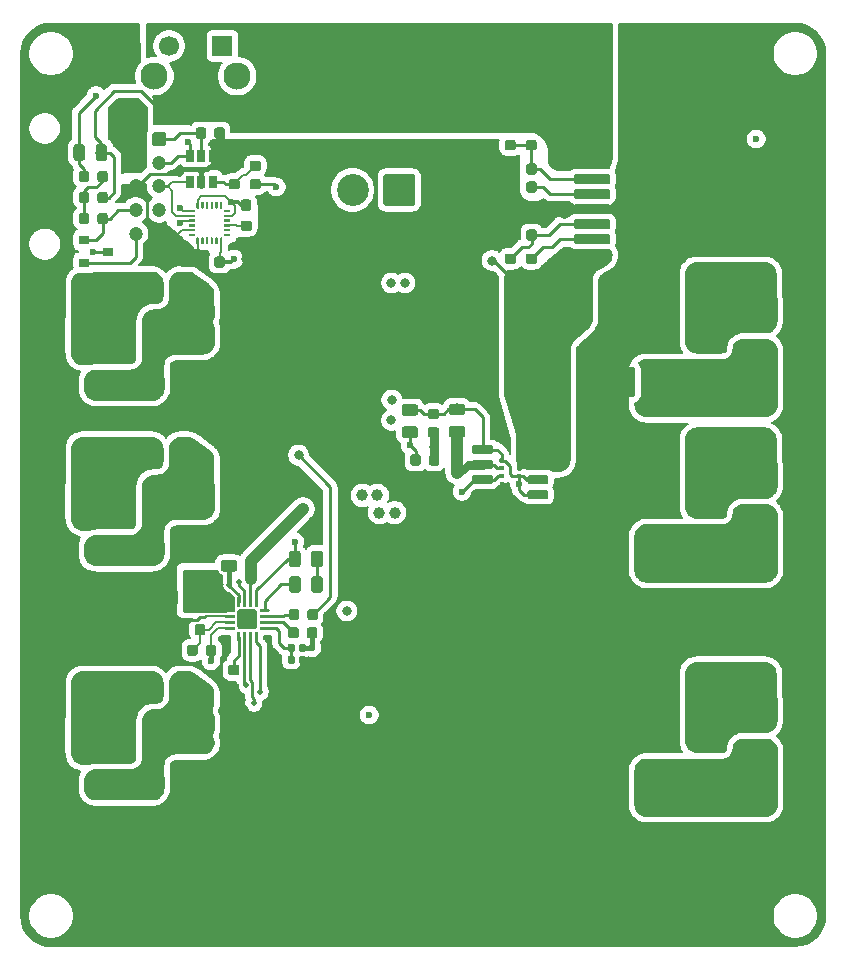
<source format=gbr>
G04 #@! TF.GenerationSoftware,KiCad,Pcbnew,(5.1.0-0)*
G04 #@! TF.CreationDate,2019-06-11T08:39:26-04:00*
G04 #@! TF.ProjectId,Power Board,506f7765-7220-4426-9f61-72642e6b6963,rev?*
G04 #@! TF.SameCoordinates,Original*
G04 #@! TF.FileFunction,Copper,L4,Bot*
G04 #@! TF.FilePolarity,Positive*
%FSLAX46Y46*%
G04 Gerber Fmt 4.6, Leading zero omitted, Abs format (unit mm)*
G04 Created by KiCad (PCBNEW (5.1.0-0)) date 2019-06-11 08:39:26*
%MOMM*%
%LPD*%
G04 APERTURE LIST*
%ADD10C,0.100000*%
%ADD11C,0.975000*%
%ADD12C,0.875000*%
%ADD13C,1.250000*%
%ADD14C,0.400000*%
%ADD15C,0.250000*%
%ADD16C,0.500000*%
%ADD17C,1.680000*%
%ADD18C,0.720000*%
%ADD19R,1.780000X0.720000*%
%ADD20C,0.350000*%
%ADD21R,0.420000X0.350000*%
%ADD22C,1.200000*%
%ADD23C,1.300000*%
%ADD24C,1.400000*%
%ADD25C,0.508000*%
%ADD26C,5.350000*%
%ADD27C,0.890000*%
%ADD28R,3.060000X0.890000*%
%ADD29C,2.300000*%
%ADD30C,1.700000*%
%ADD31R,1.700000X1.700000*%
%ADD32C,2.700000*%
%ADD33R,0.650000X1.060000*%
%ADD34C,0.200000*%
%ADD35C,0.590000*%
%ADD36R,0.900000X0.800000*%
%ADD37C,2.500000*%
%ADD38C,0.600000*%
%ADD39C,1.000000*%
%ADD40C,0.800000*%
%ADD41C,0.254000*%
%ADD42C,0.800000*%
%ADD43C,0.700000*%
%ADD44C,0.200000*%
%ADD45C,1.000000*%
%ADD46C,0.300000*%
%ADD47C,0.400000*%
%ADD48C,0.900000*%
%ADD49C,0.600000*%
%ADD50C,1.800000*%
%ADD51C,1.400000*%
%ADD52C,0.127000*%
G04 APERTURE END LIST*
D10*
G36*
X96043142Y-79490174D02*
G01*
X96066803Y-79493684D01*
X96090007Y-79499496D01*
X96112529Y-79507554D01*
X96134153Y-79517782D01*
X96154670Y-79530079D01*
X96173883Y-79544329D01*
X96191607Y-79560393D01*
X96207671Y-79578117D01*
X96221921Y-79597330D01*
X96234218Y-79617847D01*
X96244446Y-79639471D01*
X96252504Y-79661993D01*
X96258316Y-79685197D01*
X96261826Y-79708858D01*
X96263000Y-79732750D01*
X96263000Y-80220250D01*
X96261826Y-80244142D01*
X96258316Y-80267803D01*
X96252504Y-80291007D01*
X96244446Y-80313529D01*
X96234218Y-80335153D01*
X96221921Y-80355670D01*
X96207671Y-80374883D01*
X96191607Y-80392607D01*
X96173883Y-80408671D01*
X96154670Y-80422921D01*
X96134153Y-80435218D01*
X96112529Y-80445446D01*
X96090007Y-80453504D01*
X96066803Y-80459316D01*
X96043142Y-80462826D01*
X96019250Y-80464000D01*
X95106750Y-80464000D01*
X95082858Y-80462826D01*
X95059197Y-80459316D01*
X95035993Y-80453504D01*
X95013471Y-80445446D01*
X94991847Y-80435218D01*
X94971330Y-80422921D01*
X94952117Y-80408671D01*
X94934393Y-80392607D01*
X94918329Y-80374883D01*
X94904079Y-80355670D01*
X94891782Y-80335153D01*
X94881554Y-80313529D01*
X94873496Y-80291007D01*
X94867684Y-80267803D01*
X94864174Y-80244142D01*
X94863000Y-80220250D01*
X94863000Y-79732750D01*
X94864174Y-79708858D01*
X94867684Y-79685197D01*
X94873496Y-79661993D01*
X94881554Y-79639471D01*
X94891782Y-79617847D01*
X94904079Y-79597330D01*
X94918329Y-79578117D01*
X94934393Y-79560393D01*
X94952117Y-79544329D01*
X94971330Y-79530079D01*
X94991847Y-79517782D01*
X95013471Y-79507554D01*
X95035993Y-79499496D01*
X95059197Y-79493684D01*
X95082858Y-79490174D01*
X95106750Y-79489000D01*
X96019250Y-79489000D01*
X96043142Y-79490174D01*
X96043142Y-79490174D01*
G37*
D11*
X95563000Y-79976500D03*
D10*
G36*
X96043142Y-81365174D02*
G01*
X96066803Y-81368684D01*
X96090007Y-81374496D01*
X96112529Y-81382554D01*
X96134153Y-81392782D01*
X96154670Y-81405079D01*
X96173883Y-81419329D01*
X96191607Y-81435393D01*
X96207671Y-81453117D01*
X96221921Y-81472330D01*
X96234218Y-81492847D01*
X96244446Y-81514471D01*
X96252504Y-81536993D01*
X96258316Y-81560197D01*
X96261826Y-81583858D01*
X96263000Y-81607750D01*
X96263000Y-82095250D01*
X96261826Y-82119142D01*
X96258316Y-82142803D01*
X96252504Y-82166007D01*
X96244446Y-82188529D01*
X96234218Y-82210153D01*
X96221921Y-82230670D01*
X96207671Y-82249883D01*
X96191607Y-82267607D01*
X96173883Y-82283671D01*
X96154670Y-82297921D01*
X96134153Y-82310218D01*
X96112529Y-82320446D01*
X96090007Y-82328504D01*
X96066803Y-82334316D01*
X96043142Y-82337826D01*
X96019250Y-82339000D01*
X95106750Y-82339000D01*
X95082858Y-82337826D01*
X95059197Y-82334316D01*
X95035993Y-82328504D01*
X95013471Y-82320446D01*
X94991847Y-82310218D01*
X94971330Y-82297921D01*
X94952117Y-82283671D01*
X94934393Y-82267607D01*
X94918329Y-82249883D01*
X94904079Y-82230670D01*
X94891782Y-82210153D01*
X94881554Y-82188529D01*
X94873496Y-82166007D01*
X94867684Y-82142803D01*
X94864174Y-82119142D01*
X94863000Y-82095250D01*
X94863000Y-81607750D01*
X94864174Y-81583858D01*
X94867684Y-81560197D01*
X94873496Y-81536993D01*
X94881554Y-81514471D01*
X94891782Y-81492847D01*
X94904079Y-81472330D01*
X94918329Y-81453117D01*
X94934393Y-81435393D01*
X94952117Y-81419329D01*
X94971330Y-81405079D01*
X94991847Y-81392782D01*
X95013471Y-81382554D01*
X95035993Y-81374496D01*
X95059197Y-81368684D01*
X95082858Y-81365174D01*
X95106750Y-81364000D01*
X96019250Y-81364000D01*
X96043142Y-81365174D01*
X96043142Y-81365174D01*
G37*
D11*
X95563000Y-81851500D03*
D10*
G36*
X92702691Y-88526053D02*
G01*
X92723926Y-88529203D01*
X92744750Y-88534419D01*
X92764962Y-88541651D01*
X92784368Y-88550830D01*
X92802781Y-88561866D01*
X92820024Y-88574654D01*
X92835930Y-88589070D01*
X92850346Y-88604976D01*
X92863134Y-88622219D01*
X92874170Y-88640632D01*
X92883349Y-88660038D01*
X92890581Y-88680250D01*
X92895797Y-88701074D01*
X92898947Y-88722309D01*
X92900000Y-88743750D01*
X92900000Y-89256250D01*
X92898947Y-89277691D01*
X92895797Y-89298926D01*
X92890581Y-89319750D01*
X92883349Y-89339962D01*
X92874170Y-89359368D01*
X92863134Y-89377781D01*
X92850346Y-89395024D01*
X92835930Y-89410930D01*
X92820024Y-89425346D01*
X92802781Y-89438134D01*
X92784368Y-89449170D01*
X92764962Y-89458349D01*
X92744750Y-89465581D01*
X92723926Y-89470797D01*
X92702691Y-89473947D01*
X92681250Y-89475000D01*
X92243750Y-89475000D01*
X92222309Y-89473947D01*
X92201074Y-89470797D01*
X92180250Y-89465581D01*
X92160038Y-89458349D01*
X92140632Y-89449170D01*
X92122219Y-89438134D01*
X92104976Y-89425346D01*
X92089070Y-89410930D01*
X92074654Y-89395024D01*
X92061866Y-89377781D01*
X92050830Y-89359368D01*
X92041651Y-89339962D01*
X92034419Y-89319750D01*
X92029203Y-89298926D01*
X92026053Y-89277691D01*
X92025000Y-89256250D01*
X92025000Y-88743750D01*
X92026053Y-88722309D01*
X92029203Y-88701074D01*
X92034419Y-88680250D01*
X92041651Y-88660038D01*
X92050830Y-88640632D01*
X92061866Y-88622219D01*
X92074654Y-88604976D01*
X92089070Y-88589070D01*
X92104976Y-88574654D01*
X92122219Y-88561866D01*
X92140632Y-88550830D01*
X92160038Y-88541651D01*
X92180250Y-88534419D01*
X92201074Y-88529203D01*
X92222309Y-88526053D01*
X92243750Y-88525000D01*
X92681250Y-88525000D01*
X92702691Y-88526053D01*
X92702691Y-88526053D01*
G37*
D12*
X92462500Y-89000000D03*
D10*
G36*
X94277691Y-88526053D02*
G01*
X94298926Y-88529203D01*
X94319750Y-88534419D01*
X94339962Y-88541651D01*
X94359368Y-88550830D01*
X94377781Y-88561866D01*
X94395024Y-88574654D01*
X94410930Y-88589070D01*
X94425346Y-88604976D01*
X94438134Y-88622219D01*
X94449170Y-88640632D01*
X94458349Y-88660038D01*
X94465581Y-88680250D01*
X94470797Y-88701074D01*
X94473947Y-88722309D01*
X94475000Y-88743750D01*
X94475000Y-89256250D01*
X94473947Y-89277691D01*
X94470797Y-89298926D01*
X94465581Y-89319750D01*
X94458349Y-89339962D01*
X94449170Y-89359368D01*
X94438134Y-89377781D01*
X94425346Y-89395024D01*
X94410930Y-89410930D01*
X94395024Y-89425346D01*
X94377781Y-89438134D01*
X94359368Y-89449170D01*
X94339962Y-89458349D01*
X94319750Y-89465581D01*
X94298926Y-89470797D01*
X94277691Y-89473947D01*
X94256250Y-89475000D01*
X93818750Y-89475000D01*
X93797309Y-89473947D01*
X93776074Y-89470797D01*
X93755250Y-89465581D01*
X93735038Y-89458349D01*
X93715632Y-89449170D01*
X93697219Y-89438134D01*
X93679976Y-89425346D01*
X93664070Y-89410930D01*
X93649654Y-89395024D01*
X93636866Y-89377781D01*
X93625830Y-89359368D01*
X93616651Y-89339962D01*
X93609419Y-89319750D01*
X93604203Y-89298926D01*
X93601053Y-89277691D01*
X93600000Y-89256250D01*
X93600000Y-88743750D01*
X93601053Y-88722309D01*
X93604203Y-88701074D01*
X93609419Y-88680250D01*
X93616651Y-88660038D01*
X93625830Y-88640632D01*
X93636866Y-88622219D01*
X93649654Y-88604976D01*
X93664070Y-88589070D01*
X93679976Y-88574654D01*
X93697219Y-88561866D01*
X93715632Y-88550830D01*
X93735038Y-88541651D01*
X93755250Y-88534419D01*
X93776074Y-88529203D01*
X93797309Y-88526053D01*
X93818750Y-88525000D01*
X94256250Y-88525000D01*
X94277691Y-88526053D01*
X94277691Y-88526053D01*
G37*
D12*
X94037500Y-89000000D03*
D10*
G36*
X87518504Y-42560204D02*
G01*
X87542773Y-42563804D01*
X87566571Y-42569765D01*
X87589671Y-42578030D01*
X87611849Y-42588520D01*
X87632893Y-42601133D01*
X87652598Y-42615747D01*
X87670777Y-42632223D01*
X87687253Y-42650402D01*
X87701867Y-42670107D01*
X87714480Y-42691151D01*
X87724970Y-42713329D01*
X87733235Y-42736429D01*
X87739196Y-42760227D01*
X87742796Y-42784496D01*
X87744000Y-42809000D01*
X87744000Y-44059000D01*
X87742796Y-44083504D01*
X87739196Y-44107773D01*
X87733235Y-44131571D01*
X87724970Y-44154671D01*
X87714480Y-44176849D01*
X87701867Y-44197893D01*
X87687253Y-44217598D01*
X87670777Y-44235777D01*
X87652598Y-44252253D01*
X87632893Y-44266867D01*
X87611849Y-44279480D01*
X87589671Y-44289970D01*
X87566571Y-44298235D01*
X87542773Y-44304196D01*
X87518504Y-44307796D01*
X87494000Y-44309000D01*
X86744000Y-44309000D01*
X86719496Y-44307796D01*
X86695227Y-44304196D01*
X86671429Y-44298235D01*
X86648329Y-44289970D01*
X86626151Y-44279480D01*
X86605107Y-44266867D01*
X86585402Y-44252253D01*
X86567223Y-44235777D01*
X86550747Y-44217598D01*
X86536133Y-44197893D01*
X86523520Y-44176849D01*
X86513030Y-44154671D01*
X86504765Y-44131571D01*
X86498804Y-44107773D01*
X86495204Y-44083504D01*
X86494000Y-44059000D01*
X86494000Y-42809000D01*
X86495204Y-42784496D01*
X86498804Y-42760227D01*
X86504765Y-42736429D01*
X86513030Y-42713329D01*
X86523520Y-42691151D01*
X86536133Y-42670107D01*
X86550747Y-42650402D01*
X86567223Y-42632223D01*
X86585402Y-42615747D01*
X86605107Y-42601133D01*
X86626151Y-42588520D01*
X86648329Y-42578030D01*
X86671429Y-42569765D01*
X86695227Y-42563804D01*
X86719496Y-42560204D01*
X86744000Y-42559000D01*
X87494000Y-42559000D01*
X87518504Y-42560204D01*
X87518504Y-42560204D01*
G37*
D13*
X87119000Y-43434000D03*
D10*
G36*
X90318504Y-42560204D02*
G01*
X90342773Y-42563804D01*
X90366571Y-42569765D01*
X90389671Y-42578030D01*
X90411849Y-42588520D01*
X90432893Y-42601133D01*
X90452598Y-42615747D01*
X90470777Y-42632223D01*
X90487253Y-42650402D01*
X90501867Y-42670107D01*
X90514480Y-42691151D01*
X90524970Y-42713329D01*
X90533235Y-42736429D01*
X90539196Y-42760227D01*
X90542796Y-42784496D01*
X90544000Y-42809000D01*
X90544000Y-44059000D01*
X90542796Y-44083504D01*
X90539196Y-44107773D01*
X90533235Y-44131571D01*
X90524970Y-44154671D01*
X90514480Y-44176849D01*
X90501867Y-44197893D01*
X90487253Y-44217598D01*
X90470777Y-44235777D01*
X90452598Y-44252253D01*
X90432893Y-44266867D01*
X90411849Y-44279480D01*
X90389671Y-44289970D01*
X90366571Y-44298235D01*
X90342773Y-44304196D01*
X90318504Y-44307796D01*
X90294000Y-44309000D01*
X89544000Y-44309000D01*
X89519496Y-44307796D01*
X89495227Y-44304196D01*
X89471429Y-44298235D01*
X89448329Y-44289970D01*
X89426151Y-44279480D01*
X89405107Y-44266867D01*
X89385402Y-44252253D01*
X89367223Y-44235777D01*
X89350747Y-44217598D01*
X89336133Y-44197893D01*
X89323520Y-44176849D01*
X89313030Y-44154671D01*
X89304765Y-44131571D01*
X89298804Y-44107773D01*
X89295204Y-44083504D01*
X89294000Y-44059000D01*
X89294000Y-42809000D01*
X89295204Y-42784496D01*
X89298804Y-42760227D01*
X89304765Y-42736429D01*
X89313030Y-42713329D01*
X89323520Y-42691151D01*
X89336133Y-42670107D01*
X89350747Y-42650402D01*
X89367223Y-42632223D01*
X89385402Y-42615747D01*
X89405107Y-42601133D01*
X89426151Y-42588520D01*
X89448329Y-42578030D01*
X89471429Y-42569765D01*
X89495227Y-42563804D01*
X89519496Y-42560204D01*
X89544000Y-42559000D01*
X90294000Y-42559000D01*
X90318504Y-42560204D01*
X90318504Y-42560204D01*
G37*
D13*
X89919000Y-43434000D03*
D10*
G36*
X140149504Y-96976204D02*
G01*
X140173773Y-96979804D01*
X140197571Y-96985765D01*
X140220671Y-96994030D01*
X140242849Y-97004520D01*
X140263893Y-97017133D01*
X140283598Y-97031747D01*
X140301777Y-97048223D01*
X140318253Y-97066402D01*
X140332867Y-97086107D01*
X140345480Y-97107151D01*
X140355970Y-97129329D01*
X140364235Y-97152429D01*
X140370196Y-97176227D01*
X140373796Y-97200496D01*
X140375000Y-97225000D01*
X140375000Y-97975000D01*
X140373796Y-97999504D01*
X140370196Y-98023773D01*
X140364235Y-98047571D01*
X140355970Y-98070671D01*
X140345480Y-98092849D01*
X140332867Y-98113893D01*
X140318253Y-98133598D01*
X140301777Y-98151777D01*
X140283598Y-98168253D01*
X140263893Y-98182867D01*
X140242849Y-98195480D01*
X140220671Y-98205970D01*
X140197571Y-98214235D01*
X140173773Y-98220196D01*
X140149504Y-98223796D01*
X140125000Y-98225000D01*
X138875000Y-98225000D01*
X138850496Y-98223796D01*
X138826227Y-98220196D01*
X138802429Y-98214235D01*
X138779329Y-98205970D01*
X138757151Y-98195480D01*
X138736107Y-98182867D01*
X138716402Y-98168253D01*
X138698223Y-98151777D01*
X138681747Y-98133598D01*
X138667133Y-98113893D01*
X138654520Y-98092849D01*
X138644030Y-98070671D01*
X138635765Y-98047571D01*
X138629804Y-98023773D01*
X138626204Y-97999504D01*
X138625000Y-97975000D01*
X138625000Y-97225000D01*
X138626204Y-97200496D01*
X138629804Y-97176227D01*
X138635765Y-97152429D01*
X138644030Y-97129329D01*
X138654520Y-97107151D01*
X138667133Y-97086107D01*
X138681747Y-97066402D01*
X138698223Y-97048223D01*
X138716402Y-97031747D01*
X138736107Y-97017133D01*
X138757151Y-97004520D01*
X138779329Y-96994030D01*
X138802429Y-96985765D01*
X138826227Y-96979804D01*
X138850496Y-96976204D01*
X138875000Y-96975000D01*
X140125000Y-96975000D01*
X140149504Y-96976204D01*
X140149504Y-96976204D01*
G37*
D13*
X139500000Y-97600000D03*
D10*
G36*
X140149504Y-94176204D02*
G01*
X140173773Y-94179804D01*
X140197571Y-94185765D01*
X140220671Y-94194030D01*
X140242849Y-94204520D01*
X140263893Y-94217133D01*
X140283598Y-94231747D01*
X140301777Y-94248223D01*
X140318253Y-94266402D01*
X140332867Y-94286107D01*
X140345480Y-94307151D01*
X140355970Y-94329329D01*
X140364235Y-94352429D01*
X140370196Y-94376227D01*
X140373796Y-94400496D01*
X140375000Y-94425000D01*
X140375000Y-95175000D01*
X140373796Y-95199504D01*
X140370196Y-95223773D01*
X140364235Y-95247571D01*
X140355970Y-95270671D01*
X140345480Y-95292849D01*
X140332867Y-95313893D01*
X140318253Y-95333598D01*
X140301777Y-95351777D01*
X140283598Y-95368253D01*
X140263893Y-95382867D01*
X140242849Y-95395480D01*
X140220671Y-95405970D01*
X140197571Y-95414235D01*
X140173773Y-95420196D01*
X140149504Y-95423796D01*
X140125000Y-95425000D01*
X138875000Y-95425000D01*
X138850496Y-95423796D01*
X138826227Y-95420196D01*
X138802429Y-95414235D01*
X138779329Y-95405970D01*
X138757151Y-95395480D01*
X138736107Y-95382867D01*
X138716402Y-95368253D01*
X138698223Y-95351777D01*
X138681747Y-95333598D01*
X138667133Y-95313893D01*
X138654520Y-95292849D01*
X138644030Y-95270671D01*
X138635765Y-95247571D01*
X138629804Y-95223773D01*
X138626204Y-95199504D01*
X138625000Y-95175000D01*
X138625000Y-94425000D01*
X138626204Y-94400496D01*
X138629804Y-94376227D01*
X138635765Y-94352429D01*
X138644030Y-94329329D01*
X138654520Y-94307151D01*
X138667133Y-94286107D01*
X138681747Y-94266402D01*
X138698223Y-94248223D01*
X138716402Y-94231747D01*
X138736107Y-94217133D01*
X138757151Y-94204520D01*
X138779329Y-94194030D01*
X138802429Y-94185765D01*
X138826227Y-94179804D01*
X138850496Y-94176204D01*
X138875000Y-94175000D01*
X140125000Y-94175000D01*
X140149504Y-94176204D01*
X140149504Y-94176204D01*
G37*
D13*
X139500000Y-94800000D03*
D10*
G36*
X140149504Y-77026204D02*
G01*
X140173773Y-77029804D01*
X140197571Y-77035765D01*
X140220671Y-77044030D01*
X140242849Y-77054520D01*
X140263893Y-77067133D01*
X140283598Y-77081747D01*
X140301777Y-77098223D01*
X140318253Y-77116402D01*
X140332867Y-77136107D01*
X140345480Y-77157151D01*
X140355970Y-77179329D01*
X140364235Y-77202429D01*
X140370196Y-77226227D01*
X140373796Y-77250496D01*
X140375000Y-77275000D01*
X140375000Y-78025000D01*
X140373796Y-78049504D01*
X140370196Y-78073773D01*
X140364235Y-78097571D01*
X140355970Y-78120671D01*
X140345480Y-78142849D01*
X140332867Y-78163893D01*
X140318253Y-78183598D01*
X140301777Y-78201777D01*
X140283598Y-78218253D01*
X140263893Y-78232867D01*
X140242849Y-78245480D01*
X140220671Y-78255970D01*
X140197571Y-78264235D01*
X140173773Y-78270196D01*
X140149504Y-78273796D01*
X140125000Y-78275000D01*
X138875000Y-78275000D01*
X138850496Y-78273796D01*
X138826227Y-78270196D01*
X138802429Y-78264235D01*
X138779329Y-78255970D01*
X138757151Y-78245480D01*
X138736107Y-78232867D01*
X138716402Y-78218253D01*
X138698223Y-78201777D01*
X138681747Y-78183598D01*
X138667133Y-78163893D01*
X138654520Y-78142849D01*
X138644030Y-78120671D01*
X138635765Y-78097571D01*
X138629804Y-78073773D01*
X138626204Y-78049504D01*
X138625000Y-78025000D01*
X138625000Y-77275000D01*
X138626204Y-77250496D01*
X138629804Y-77226227D01*
X138635765Y-77202429D01*
X138644030Y-77179329D01*
X138654520Y-77157151D01*
X138667133Y-77136107D01*
X138681747Y-77116402D01*
X138698223Y-77098223D01*
X138716402Y-77081747D01*
X138736107Y-77067133D01*
X138757151Y-77054520D01*
X138779329Y-77044030D01*
X138802429Y-77035765D01*
X138826227Y-77029804D01*
X138850496Y-77026204D01*
X138875000Y-77025000D01*
X140125000Y-77025000D01*
X140149504Y-77026204D01*
X140149504Y-77026204D01*
G37*
D13*
X139500000Y-77650000D03*
D10*
G36*
X140149504Y-74226204D02*
G01*
X140173773Y-74229804D01*
X140197571Y-74235765D01*
X140220671Y-74244030D01*
X140242849Y-74254520D01*
X140263893Y-74267133D01*
X140283598Y-74281747D01*
X140301777Y-74298223D01*
X140318253Y-74316402D01*
X140332867Y-74336107D01*
X140345480Y-74357151D01*
X140355970Y-74379329D01*
X140364235Y-74402429D01*
X140370196Y-74426227D01*
X140373796Y-74450496D01*
X140375000Y-74475000D01*
X140375000Y-75225000D01*
X140373796Y-75249504D01*
X140370196Y-75273773D01*
X140364235Y-75297571D01*
X140355970Y-75320671D01*
X140345480Y-75342849D01*
X140332867Y-75363893D01*
X140318253Y-75383598D01*
X140301777Y-75401777D01*
X140283598Y-75418253D01*
X140263893Y-75432867D01*
X140242849Y-75445480D01*
X140220671Y-75455970D01*
X140197571Y-75464235D01*
X140173773Y-75470196D01*
X140149504Y-75473796D01*
X140125000Y-75475000D01*
X138875000Y-75475000D01*
X138850496Y-75473796D01*
X138826227Y-75470196D01*
X138802429Y-75464235D01*
X138779329Y-75455970D01*
X138757151Y-75445480D01*
X138736107Y-75432867D01*
X138716402Y-75418253D01*
X138698223Y-75401777D01*
X138681747Y-75383598D01*
X138667133Y-75363893D01*
X138654520Y-75342849D01*
X138644030Y-75320671D01*
X138635765Y-75297571D01*
X138629804Y-75273773D01*
X138626204Y-75249504D01*
X138625000Y-75225000D01*
X138625000Y-74475000D01*
X138626204Y-74450496D01*
X138629804Y-74426227D01*
X138635765Y-74402429D01*
X138644030Y-74379329D01*
X138654520Y-74357151D01*
X138667133Y-74336107D01*
X138681747Y-74316402D01*
X138698223Y-74298223D01*
X138716402Y-74281747D01*
X138736107Y-74267133D01*
X138757151Y-74254520D01*
X138779329Y-74244030D01*
X138802429Y-74235765D01*
X138826227Y-74229804D01*
X138850496Y-74226204D01*
X138875000Y-74225000D01*
X140125000Y-74225000D01*
X140149504Y-74226204D01*
X140149504Y-74226204D01*
G37*
D13*
X139500000Y-74850000D03*
D10*
G36*
X140149504Y-63026204D02*
G01*
X140173773Y-63029804D01*
X140197571Y-63035765D01*
X140220671Y-63044030D01*
X140242849Y-63054520D01*
X140263893Y-63067133D01*
X140283598Y-63081747D01*
X140301777Y-63098223D01*
X140318253Y-63116402D01*
X140332867Y-63136107D01*
X140345480Y-63157151D01*
X140355970Y-63179329D01*
X140364235Y-63202429D01*
X140370196Y-63226227D01*
X140373796Y-63250496D01*
X140375000Y-63275000D01*
X140375000Y-64025000D01*
X140373796Y-64049504D01*
X140370196Y-64073773D01*
X140364235Y-64097571D01*
X140355970Y-64120671D01*
X140345480Y-64142849D01*
X140332867Y-64163893D01*
X140318253Y-64183598D01*
X140301777Y-64201777D01*
X140283598Y-64218253D01*
X140263893Y-64232867D01*
X140242849Y-64245480D01*
X140220671Y-64255970D01*
X140197571Y-64264235D01*
X140173773Y-64270196D01*
X140149504Y-64273796D01*
X140125000Y-64275000D01*
X138875000Y-64275000D01*
X138850496Y-64273796D01*
X138826227Y-64270196D01*
X138802429Y-64264235D01*
X138779329Y-64255970D01*
X138757151Y-64245480D01*
X138736107Y-64232867D01*
X138716402Y-64218253D01*
X138698223Y-64201777D01*
X138681747Y-64183598D01*
X138667133Y-64163893D01*
X138654520Y-64142849D01*
X138644030Y-64120671D01*
X138635765Y-64097571D01*
X138629804Y-64073773D01*
X138626204Y-64049504D01*
X138625000Y-64025000D01*
X138625000Y-63275000D01*
X138626204Y-63250496D01*
X138629804Y-63226227D01*
X138635765Y-63202429D01*
X138644030Y-63179329D01*
X138654520Y-63157151D01*
X138667133Y-63136107D01*
X138681747Y-63116402D01*
X138698223Y-63098223D01*
X138716402Y-63081747D01*
X138736107Y-63067133D01*
X138757151Y-63054520D01*
X138779329Y-63044030D01*
X138802429Y-63035765D01*
X138826227Y-63029804D01*
X138850496Y-63026204D01*
X138875000Y-63025000D01*
X140125000Y-63025000D01*
X140149504Y-63026204D01*
X140149504Y-63026204D01*
G37*
D13*
X139500000Y-63650000D03*
D10*
G36*
X140149504Y-60226204D02*
G01*
X140173773Y-60229804D01*
X140197571Y-60235765D01*
X140220671Y-60244030D01*
X140242849Y-60254520D01*
X140263893Y-60267133D01*
X140283598Y-60281747D01*
X140301777Y-60298223D01*
X140318253Y-60316402D01*
X140332867Y-60336107D01*
X140345480Y-60357151D01*
X140355970Y-60379329D01*
X140364235Y-60402429D01*
X140370196Y-60426227D01*
X140373796Y-60450496D01*
X140375000Y-60475000D01*
X140375000Y-61225000D01*
X140373796Y-61249504D01*
X140370196Y-61273773D01*
X140364235Y-61297571D01*
X140355970Y-61320671D01*
X140345480Y-61342849D01*
X140332867Y-61363893D01*
X140318253Y-61383598D01*
X140301777Y-61401777D01*
X140283598Y-61418253D01*
X140263893Y-61432867D01*
X140242849Y-61445480D01*
X140220671Y-61455970D01*
X140197571Y-61464235D01*
X140173773Y-61470196D01*
X140149504Y-61473796D01*
X140125000Y-61475000D01*
X138875000Y-61475000D01*
X138850496Y-61473796D01*
X138826227Y-61470196D01*
X138802429Y-61464235D01*
X138779329Y-61455970D01*
X138757151Y-61445480D01*
X138736107Y-61432867D01*
X138716402Y-61418253D01*
X138698223Y-61401777D01*
X138681747Y-61383598D01*
X138667133Y-61363893D01*
X138654520Y-61342849D01*
X138644030Y-61320671D01*
X138635765Y-61297571D01*
X138629804Y-61273773D01*
X138626204Y-61249504D01*
X138625000Y-61225000D01*
X138625000Y-60475000D01*
X138626204Y-60450496D01*
X138629804Y-60426227D01*
X138635765Y-60402429D01*
X138644030Y-60379329D01*
X138654520Y-60357151D01*
X138667133Y-60336107D01*
X138681747Y-60316402D01*
X138698223Y-60298223D01*
X138716402Y-60281747D01*
X138736107Y-60267133D01*
X138757151Y-60254520D01*
X138779329Y-60244030D01*
X138802429Y-60235765D01*
X138826227Y-60229804D01*
X138850496Y-60226204D01*
X138875000Y-60225000D01*
X140125000Y-60225000D01*
X140149504Y-60226204D01*
X140149504Y-60226204D01*
G37*
D13*
X139500000Y-60850000D03*
D10*
G36*
X85049504Y-99676204D02*
G01*
X85073773Y-99679804D01*
X85097571Y-99685765D01*
X85120671Y-99694030D01*
X85142849Y-99704520D01*
X85163893Y-99717133D01*
X85183598Y-99731747D01*
X85201777Y-99748223D01*
X85218253Y-99766402D01*
X85232867Y-99786107D01*
X85245480Y-99807151D01*
X85255970Y-99829329D01*
X85264235Y-99852429D01*
X85270196Y-99876227D01*
X85273796Y-99900496D01*
X85275000Y-99925000D01*
X85275000Y-100675000D01*
X85273796Y-100699504D01*
X85270196Y-100723773D01*
X85264235Y-100747571D01*
X85255970Y-100770671D01*
X85245480Y-100792849D01*
X85232867Y-100813893D01*
X85218253Y-100833598D01*
X85201777Y-100851777D01*
X85183598Y-100868253D01*
X85163893Y-100882867D01*
X85142849Y-100895480D01*
X85120671Y-100905970D01*
X85097571Y-100914235D01*
X85073773Y-100920196D01*
X85049504Y-100923796D01*
X85025000Y-100925000D01*
X83775000Y-100925000D01*
X83750496Y-100923796D01*
X83726227Y-100920196D01*
X83702429Y-100914235D01*
X83679329Y-100905970D01*
X83657151Y-100895480D01*
X83636107Y-100882867D01*
X83616402Y-100868253D01*
X83598223Y-100851777D01*
X83581747Y-100833598D01*
X83567133Y-100813893D01*
X83554520Y-100792849D01*
X83544030Y-100770671D01*
X83535765Y-100747571D01*
X83529804Y-100723773D01*
X83526204Y-100699504D01*
X83525000Y-100675000D01*
X83525000Y-99925000D01*
X83526204Y-99900496D01*
X83529804Y-99876227D01*
X83535765Y-99852429D01*
X83544030Y-99829329D01*
X83554520Y-99807151D01*
X83567133Y-99786107D01*
X83581747Y-99766402D01*
X83598223Y-99748223D01*
X83616402Y-99731747D01*
X83636107Y-99717133D01*
X83657151Y-99704520D01*
X83679329Y-99694030D01*
X83702429Y-99685765D01*
X83726227Y-99679804D01*
X83750496Y-99676204D01*
X83775000Y-99675000D01*
X85025000Y-99675000D01*
X85049504Y-99676204D01*
X85049504Y-99676204D01*
G37*
D13*
X84400000Y-100300000D03*
D10*
G36*
X85049504Y-96876204D02*
G01*
X85073773Y-96879804D01*
X85097571Y-96885765D01*
X85120671Y-96894030D01*
X85142849Y-96904520D01*
X85163893Y-96917133D01*
X85183598Y-96931747D01*
X85201777Y-96948223D01*
X85218253Y-96966402D01*
X85232867Y-96986107D01*
X85245480Y-97007151D01*
X85255970Y-97029329D01*
X85264235Y-97052429D01*
X85270196Y-97076227D01*
X85273796Y-97100496D01*
X85275000Y-97125000D01*
X85275000Y-97875000D01*
X85273796Y-97899504D01*
X85270196Y-97923773D01*
X85264235Y-97947571D01*
X85255970Y-97970671D01*
X85245480Y-97992849D01*
X85232867Y-98013893D01*
X85218253Y-98033598D01*
X85201777Y-98051777D01*
X85183598Y-98068253D01*
X85163893Y-98082867D01*
X85142849Y-98095480D01*
X85120671Y-98105970D01*
X85097571Y-98114235D01*
X85073773Y-98120196D01*
X85049504Y-98123796D01*
X85025000Y-98125000D01*
X83775000Y-98125000D01*
X83750496Y-98123796D01*
X83726227Y-98120196D01*
X83702429Y-98114235D01*
X83679329Y-98105970D01*
X83657151Y-98095480D01*
X83636107Y-98082867D01*
X83616402Y-98068253D01*
X83598223Y-98051777D01*
X83581747Y-98033598D01*
X83567133Y-98013893D01*
X83554520Y-97992849D01*
X83544030Y-97970671D01*
X83535765Y-97947571D01*
X83529804Y-97923773D01*
X83526204Y-97899504D01*
X83525000Y-97875000D01*
X83525000Y-97125000D01*
X83526204Y-97100496D01*
X83529804Y-97076227D01*
X83535765Y-97052429D01*
X83544030Y-97029329D01*
X83554520Y-97007151D01*
X83567133Y-96986107D01*
X83581747Y-96966402D01*
X83598223Y-96948223D01*
X83616402Y-96931747D01*
X83636107Y-96917133D01*
X83657151Y-96904520D01*
X83679329Y-96894030D01*
X83702429Y-96885765D01*
X83726227Y-96879804D01*
X83750496Y-96876204D01*
X83775000Y-96875000D01*
X85025000Y-96875000D01*
X85049504Y-96876204D01*
X85049504Y-96876204D01*
G37*
D13*
X84400000Y-97500000D03*
D10*
G36*
X85049504Y-79776204D02*
G01*
X85073773Y-79779804D01*
X85097571Y-79785765D01*
X85120671Y-79794030D01*
X85142849Y-79804520D01*
X85163893Y-79817133D01*
X85183598Y-79831747D01*
X85201777Y-79848223D01*
X85218253Y-79866402D01*
X85232867Y-79886107D01*
X85245480Y-79907151D01*
X85255970Y-79929329D01*
X85264235Y-79952429D01*
X85270196Y-79976227D01*
X85273796Y-80000496D01*
X85275000Y-80025000D01*
X85275000Y-80775000D01*
X85273796Y-80799504D01*
X85270196Y-80823773D01*
X85264235Y-80847571D01*
X85255970Y-80870671D01*
X85245480Y-80892849D01*
X85232867Y-80913893D01*
X85218253Y-80933598D01*
X85201777Y-80951777D01*
X85183598Y-80968253D01*
X85163893Y-80982867D01*
X85142849Y-80995480D01*
X85120671Y-81005970D01*
X85097571Y-81014235D01*
X85073773Y-81020196D01*
X85049504Y-81023796D01*
X85025000Y-81025000D01*
X83775000Y-81025000D01*
X83750496Y-81023796D01*
X83726227Y-81020196D01*
X83702429Y-81014235D01*
X83679329Y-81005970D01*
X83657151Y-80995480D01*
X83636107Y-80982867D01*
X83616402Y-80968253D01*
X83598223Y-80951777D01*
X83581747Y-80933598D01*
X83567133Y-80913893D01*
X83554520Y-80892849D01*
X83544030Y-80870671D01*
X83535765Y-80847571D01*
X83529804Y-80823773D01*
X83526204Y-80799504D01*
X83525000Y-80775000D01*
X83525000Y-80025000D01*
X83526204Y-80000496D01*
X83529804Y-79976227D01*
X83535765Y-79952429D01*
X83544030Y-79929329D01*
X83554520Y-79907151D01*
X83567133Y-79886107D01*
X83581747Y-79866402D01*
X83598223Y-79848223D01*
X83616402Y-79831747D01*
X83636107Y-79817133D01*
X83657151Y-79804520D01*
X83679329Y-79794030D01*
X83702429Y-79785765D01*
X83726227Y-79779804D01*
X83750496Y-79776204D01*
X83775000Y-79775000D01*
X85025000Y-79775000D01*
X85049504Y-79776204D01*
X85049504Y-79776204D01*
G37*
D13*
X84400000Y-80400000D03*
D10*
G36*
X85049504Y-76976204D02*
G01*
X85073773Y-76979804D01*
X85097571Y-76985765D01*
X85120671Y-76994030D01*
X85142849Y-77004520D01*
X85163893Y-77017133D01*
X85183598Y-77031747D01*
X85201777Y-77048223D01*
X85218253Y-77066402D01*
X85232867Y-77086107D01*
X85245480Y-77107151D01*
X85255970Y-77129329D01*
X85264235Y-77152429D01*
X85270196Y-77176227D01*
X85273796Y-77200496D01*
X85275000Y-77225000D01*
X85275000Y-77975000D01*
X85273796Y-77999504D01*
X85270196Y-78023773D01*
X85264235Y-78047571D01*
X85255970Y-78070671D01*
X85245480Y-78092849D01*
X85232867Y-78113893D01*
X85218253Y-78133598D01*
X85201777Y-78151777D01*
X85183598Y-78168253D01*
X85163893Y-78182867D01*
X85142849Y-78195480D01*
X85120671Y-78205970D01*
X85097571Y-78214235D01*
X85073773Y-78220196D01*
X85049504Y-78223796D01*
X85025000Y-78225000D01*
X83775000Y-78225000D01*
X83750496Y-78223796D01*
X83726227Y-78220196D01*
X83702429Y-78214235D01*
X83679329Y-78205970D01*
X83657151Y-78195480D01*
X83636107Y-78182867D01*
X83616402Y-78168253D01*
X83598223Y-78151777D01*
X83581747Y-78133598D01*
X83567133Y-78113893D01*
X83554520Y-78092849D01*
X83544030Y-78070671D01*
X83535765Y-78047571D01*
X83529804Y-78023773D01*
X83526204Y-77999504D01*
X83525000Y-77975000D01*
X83525000Y-77225000D01*
X83526204Y-77200496D01*
X83529804Y-77176227D01*
X83535765Y-77152429D01*
X83544030Y-77129329D01*
X83554520Y-77107151D01*
X83567133Y-77086107D01*
X83581747Y-77066402D01*
X83598223Y-77048223D01*
X83616402Y-77031747D01*
X83636107Y-77017133D01*
X83657151Y-77004520D01*
X83679329Y-76994030D01*
X83702429Y-76985765D01*
X83726227Y-76979804D01*
X83750496Y-76976204D01*
X83775000Y-76975000D01*
X85025000Y-76975000D01*
X85049504Y-76976204D01*
X85049504Y-76976204D01*
G37*
D13*
X84400000Y-77600000D03*
D10*
G36*
X84949504Y-65776204D02*
G01*
X84973773Y-65779804D01*
X84997571Y-65785765D01*
X85020671Y-65794030D01*
X85042849Y-65804520D01*
X85063893Y-65817133D01*
X85083598Y-65831747D01*
X85101777Y-65848223D01*
X85118253Y-65866402D01*
X85132867Y-65886107D01*
X85145480Y-65907151D01*
X85155970Y-65929329D01*
X85164235Y-65952429D01*
X85170196Y-65976227D01*
X85173796Y-66000496D01*
X85175000Y-66025000D01*
X85175000Y-66775000D01*
X85173796Y-66799504D01*
X85170196Y-66823773D01*
X85164235Y-66847571D01*
X85155970Y-66870671D01*
X85145480Y-66892849D01*
X85132867Y-66913893D01*
X85118253Y-66933598D01*
X85101777Y-66951777D01*
X85083598Y-66968253D01*
X85063893Y-66982867D01*
X85042849Y-66995480D01*
X85020671Y-67005970D01*
X84997571Y-67014235D01*
X84973773Y-67020196D01*
X84949504Y-67023796D01*
X84925000Y-67025000D01*
X83675000Y-67025000D01*
X83650496Y-67023796D01*
X83626227Y-67020196D01*
X83602429Y-67014235D01*
X83579329Y-67005970D01*
X83557151Y-66995480D01*
X83536107Y-66982867D01*
X83516402Y-66968253D01*
X83498223Y-66951777D01*
X83481747Y-66933598D01*
X83467133Y-66913893D01*
X83454520Y-66892849D01*
X83444030Y-66870671D01*
X83435765Y-66847571D01*
X83429804Y-66823773D01*
X83426204Y-66799504D01*
X83425000Y-66775000D01*
X83425000Y-66025000D01*
X83426204Y-66000496D01*
X83429804Y-65976227D01*
X83435765Y-65952429D01*
X83444030Y-65929329D01*
X83454520Y-65907151D01*
X83467133Y-65886107D01*
X83481747Y-65866402D01*
X83498223Y-65848223D01*
X83516402Y-65831747D01*
X83536107Y-65817133D01*
X83557151Y-65804520D01*
X83579329Y-65794030D01*
X83602429Y-65785765D01*
X83626227Y-65779804D01*
X83650496Y-65776204D01*
X83675000Y-65775000D01*
X84925000Y-65775000D01*
X84949504Y-65776204D01*
X84949504Y-65776204D01*
G37*
D13*
X84300000Y-66400000D03*
D10*
G36*
X84949504Y-62976204D02*
G01*
X84973773Y-62979804D01*
X84997571Y-62985765D01*
X85020671Y-62994030D01*
X85042849Y-63004520D01*
X85063893Y-63017133D01*
X85083598Y-63031747D01*
X85101777Y-63048223D01*
X85118253Y-63066402D01*
X85132867Y-63086107D01*
X85145480Y-63107151D01*
X85155970Y-63129329D01*
X85164235Y-63152429D01*
X85170196Y-63176227D01*
X85173796Y-63200496D01*
X85175000Y-63225000D01*
X85175000Y-63975000D01*
X85173796Y-63999504D01*
X85170196Y-64023773D01*
X85164235Y-64047571D01*
X85155970Y-64070671D01*
X85145480Y-64092849D01*
X85132867Y-64113893D01*
X85118253Y-64133598D01*
X85101777Y-64151777D01*
X85083598Y-64168253D01*
X85063893Y-64182867D01*
X85042849Y-64195480D01*
X85020671Y-64205970D01*
X84997571Y-64214235D01*
X84973773Y-64220196D01*
X84949504Y-64223796D01*
X84925000Y-64225000D01*
X83675000Y-64225000D01*
X83650496Y-64223796D01*
X83626227Y-64220196D01*
X83602429Y-64214235D01*
X83579329Y-64205970D01*
X83557151Y-64195480D01*
X83536107Y-64182867D01*
X83516402Y-64168253D01*
X83498223Y-64151777D01*
X83481747Y-64133598D01*
X83467133Y-64113893D01*
X83454520Y-64092849D01*
X83444030Y-64070671D01*
X83435765Y-64047571D01*
X83429804Y-64023773D01*
X83426204Y-63999504D01*
X83425000Y-63975000D01*
X83425000Y-63225000D01*
X83426204Y-63200496D01*
X83429804Y-63176227D01*
X83435765Y-63152429D01*
X83444030Y-63129329D01*
X83454520Y-63107151D01*
X83467133Y-63086107D01*
X83481747Y-63066402D01*
X83498223Y-63048223D01*
X83516402Y-63031747D01*
X83536107Y-63017133D01*
X83557151Y-63004520D01*
X83579329Y-62994030D01*
X83602429Y-62985765D01*
X83626227Y-62979804D01*
X83650496Y-62976204D01*
X83675000Y-62975000D01*
X84925000Y-62975000D01*
X84949504Y-62976204D01*
X84949504Y-62976204D01*
G37*
D13*
X84300000Y-63600000D03*
D14*
X105532000Y-81534000D03*
X106737000Y-82862000D03*
X106737000Y-81534000D03*
X106737000Y-80206000D03*
X108147000Y-80206000D03*
X108147000Y-82862000D03*
X109352000Y-81534000D03*
X108147000Y-81534000D03*
D10*
G36*
X98937626Y-87012301D02*
G01*
X98943693Y-87013201D01*
X98949643Y-87014691D01*
X98955418Y-87016758D01*
X98960962Y-87019380D01*
X98966223Y-87022533D01*
X98971150Y-87026187D01*
X98975694Y-87030306D01*
X98979813Y-87034850D01*
X98983467Y-87039777D01*
X98986620Y-87045038D01*
X98989242Y-87050582D01*
X98991309Y-87056357D01*
X98992799Y-87062307D01*
X98993699Y-87068374D01*
X98994000Y-87074500D01*
X98994000Y-87199500D01*
X98993699Y-87205626D01*
X98992799Y-87211693D01*
X98991309Y-87217643D01*
X98989242Y-87223418D01*
X98986620Y-87228962D01*
X98983467Y-87234223D01*
X98979813Y-87239150D01*
X98975694Y-87243694D01*
X98971150Y-87247813D01*
X98966223Y-87251467D01*
X98960962Y-87254620D01*
X98955418Y-87257242D01*
X98949643Y-87259309D01*
X98943693Y-87260799D01*
X98937626Y-87261699D01*
X98931500Y-87262000D01*
X98231500Y-87262000D01*
X98225374Y-87261699D01*
X98219307Y-87260799D01*
X98213357Y-87259309D01*
X98207582Y-87257242D01*
X98202038Y-87254620D01*
X98196777Y-87251467D01*
X98191850Y-87247813D01*
X98187306Y-87243694D01*
X98183187Y-87239150D01*
X98179533Y-87234223D01*
X98176380Y-87228962D01*
X98173758Y-87223418D01*
X98171691Y-87217643D01*
X98170201Y-87211693D01*
X98169301Y-87205626D01*
X98169000Y-87199500D01*
X98169000Y-87074500D01*
X98169301Y-87068374D01*
X98170201Y-87062307D01*
X98171691Y-87056357D01*
X98173758Y-87050582D01*
X98176380Y-87045038D01*
X98179533Y-87039777D01*
X98183187Y-87034850D01*
X98187306Y-87030306D01*
X98191850Y-87026187D01*
X98196777Y-87022533D01*
X98202038Y-87019380D01*
X98207582Y-87016758D01*
X98213357Y-87014691D01*
X98219307Y-87013201D01*
X98225374Y-87012301D01*
X98231500Y-87012000D01*
X98931500Y-87012000D01*
X98937626Y-87012301D01*
X98937626Y-87012301D01*
G37*
D15*
X98581500Y-87137000D03*
D10*
G36*
X98937626Y-86512301D02*
G01*
X98943693Y-86513201D01*
X98949643Y-86514691D01*
X98955418Y-86516758D01*
X98960962Y-86519380D01*
X98966223Y-86522533D01*
X98971150Y-86526187D01*
X98975694Y-86530306D01*
X98979813Y-86534850D01*
X98983467Y-86539777D01*
X98986620Y-86545038D01*
X98989242Y-86550582D01*
X98991309Y-86556357D01*
X98992799Y-86562307D01*
X98993699Y-86568374D01*
X98994000Y-86574500D01*
X98994000Y-86699500D01*
X98993699Y-86705626D01*
X98992799Y-86711693D01*
X98991309Y-86717643D01*
X98989242Y-86723418D01*
X98986620Y-86728962D01*
X98983467Y-86734223D01*
X98979813Y-86739150D01*
X98975694Y-86743694D01*
X98971150Y-86747813D01*
X98966223Y-86751467D01*
X98960962Y-86754620D01*
X98955418Y-86757242D01*
X98949643Y-86759309D01*
X98943693Y-86760799D01*
X98937626Y-86761699D01*
X98931500Y-86762000D01*
X98231500Y-86762000D01*
X98225374Y-86761699D01*
X98219307Y-86760799D01*
X98213357Y-86759309D01*
X98207582Y-86757242D01*
X98202038Y-86754620D01*
X98196777Y-86751467D01*
X98191850Y-86747813D01*
X98187306Y-86743694D01*
X98183187Y-86739150D01*
X98179533Y-86734223D01*
X98176380Y-86728962D01*
X98173758Y-86723418D01*
X98171691Y-86717643D01*
X98170201Y-86711693D01*
X98169301Y-86705626D01*
X98169000Y-86699500D01*
X98169000Y-86574500D01*
X98169301Y-86568374D01*
X98170201Y-86562307D01*
X98171691Y-86556357D01*
X98173758Y-86550582D01*
X98176380Y-86545038D01*
X98179533Y-86539777D01*
X98183187Y-86534850D01*
X98187306Y-86530306D01*
X98191850Y-86526187D01*
X98196777Y-86522533D01*
X98202038Y-86519380D01*
X98207582Y-86516758D01*
X98213357Y-86514691D01*
X98219307Y-86513201D01*
X98225374Y-86512301D01*
X98231500Y-86512000D01*
X98931500Y-86512000D01*
X98937626Y-86512301D01*
X98937626Y-86512301D01*
G37*
D15*
X98581500Y-86637000D03*
D10*
G36*
X98937626Y-86012301D02*
G01*
X98943693Y-86013201D01*
X98949643Y-86014691D01*
X98955418Y-86016758D01*
X98960962Y-86019380D01*
X98966223Y-86022533D01*
X98971150Y-86026187D01*
X98975694Y-86030306D01*
X98979813Y-86034850D01*
X98983467Y-86039777D01*
X98986620Y-86045038D01*
X98989242Y-86050582D01*
X98991309Y-86056357D01*
X98992799Y-86062307D01*
X98993699Y-86068374D01*
X98994000Y-86074500D01*
X98994000Y-86199500D01*
X98993699Y-86205626D01*
X98992799Y-86211693D01*
X98991309Y-86217643D01*
X98989242Y-86223418D01*
X98986620Y-86228962D01*
X98983467Y-86234223D01*
X98979813Y-86239150D01*
X98975694Y-86243694D01*
X98971150Y-86247813D01*
X98966223Y-86251467D01*
X98960962Y-86254620D01*
X98955418Y-86257242D01*
X98949643Y-86259309D01*
X98943693Y-86260799D01*
X98937626Y-86261699D01*
X98931500Y-86262000D01*
X98231500Y-86262000D01*
X98225374Y-86261699D01*
X98219307Y-86260799D01*
X98213357Y-86259309D01*
X98207582Y-86257242D01*
X98202038Y-86254620D01*
X98196777Y-86251467D01*
X98191850Y-86247813D01*
X98187306Y-86243694D01*
X98183187Y-86239150D01*
X98179533Y-86234223D01*
X98176380Y-86228962D01*
X98173758Y-86223418D01*
X98171691Y-86217643D01*
X98170201Y-86211693D01*
X98169301Y-86205626D01*
X98169000Y-86199500D01*
X98169000Y-86074500D01*
X98169301Y-86068374D01*
X98170201Y-86062307D01*
X98171691Y-86056357D01*
X98173758Y-86050582D01*
X98176380Y-86045038D01*
X98179533Y-86039777D01*
X98183187Y-86034850D01*
X98187306Y-86030306D01*
X98191850Y-86026187D01*
X98196777Y-86022533D01*
X98202038Y-86019380D01*
X98207582Y-86016758D01*
X98213357Y-86014691D01*
X98219307Y-86013201D01*
X98225374Y-86012301D01*
X98231500Y-86012000D01*
X98931500Y-86012000D01*
X98937626Y-86012301D01*
X98937626Y-86012301D01*
G37*
D15*
X98581500Y-86137000D03*
D10*
G36*
X98937626Y-85512301D02*
G01*
X98943693Y-85513201D01*
X98949643Y-85514691D01*
X98955418Y-85516758D01*
X98960962Y-85519380D01*
X98966223Y-85522533D01*
X98971150Y-85526187D01*
X98975694Y-85530306D01*
X98979813Y-85534850D01*
X98983467Y-85539777D01*
X98986620Y-85545038D01*
X98989242Y-85550582D01*
X98991309Y-85556357D01*
X98992799Y-85562307D01*
X98993699Y-85568374D01*
X98994000Y-85574500D01*
X98994000Y-85699500D01*
X98993699Y-85705626D01*
X98992799Y-85711693D01*
X98991309Y-85717643D01*
X98989242Y-85723418D01*
X98986620Y-85728962D01*
X98983467Y-85734223D01*
X98979813Y-85739150D01*
X98975694Y-85743694D01*
X98971150Y-85747813D01*
X98966223Y-85751467D01*
X98960962Y-85754620D01*
X98955418Y-85757242D01*
X98949643Y-85759309D01*
X98943693Y-85760799D01*
X98937626Y-85761699D01*
X98931500Y-85762000D01*
X98231500Y-85762000D01*
X98225374Y-85761699D01*
X98219307Y-85760799D01*
X98213357Y-85759309D01*
X98207582Y-85757242D01*
X98202038Y-85754620D01*
X98196777Y-85751467D01*
X98191850Y-85747813D01*
X98187306Y-85743694D01*
X98183187Y-85739150D01*
X98179533Y-85734223D01*
X98176380Y-85728962D01*
X98173758Y-85723418D01*
X98171691Y-85717643D01*
X98170201Y-85711693D01*
X98169301Y-85705626D01*
X98169000Y-85699500D01*
X98169000Y-85574500D01*
X98169301Y-85568374D01*
X98170201Y-85562307D01*
X98171691Y-85556357D01*
X98173758Y-85550582D01*
X98176380Y-85545038D01*
X98179533Y-85539777D01*
X98183187Y-85534850D01*
X98187306Y-85530306D01*
X98191850Y-85526187D01*
X98196777Y-85522533D01*
X98202038Y-85519380D01*
X98207582Y-85516758D01*
X98213357Y-85514691D01*
X98219307Y-85513201D01*
X98225374Y-85512301D01*
X98231500Y-85512000D01*
X98931500Y-85512000D01*
X98937626Y-85512301D01*
X98937626Y-85512301D01*
G37*
D15*
X98581500Y-85637000D03*
D10*
G36*
X97937626Y-84512301D02*
G01*
X97943693Y-84513201D01*
X97949643Y-84514691D01*
X97955418Y-84516758D01*
X97960962Y-84519380D01*
X97966223Y-84522533D01*
X97971150Y-84526187D01*
X97975694Y-84530306D01*
X97979813Y-84534850D01*
X97983467Y-84539777D01*
X97986620Y-84545038D01*
X97989242Y-84550582D01*
X97991309Y-84556357D01*
X97992799Y-84562307D01*
X97993699Y-84568374D01*
X97994000Y-84574500D01*
X97994000Y-85274500D01*
X97993699Y-85280626D01*
X97992799Y-85286693D01*
X97991309Y-85292643D01*
X97989242Y-85298418D01*
X97986620Y-85303962D01*
X97983467Y-85309223D01*
X97979813Y-85314150D01*
X97975694Y-85318694D01*
X97971150Y-85322813D01*
X97966223Y-85326467D01*
X97960962Y-85329620D01*
X97955418Y-85332242D01*
X97949643Y-85334309D01*
X97943693Y-85335799D01*
X97937626Y-85336699D01*
X97931500Y-85337000D01*
X97806500Y-85337000D01*
X97800374Y-85336699D01*
X97794307Y-85335799D01*
X97788357Y-85334309D01*
X97782582Y-85332242D01*
X97777038Y-85329620D01*
X97771777Y-85326467D01*
X97766850Y-85322813D01*
X97762306Y-85318694D01*
X97758187Y-85314150D01*
X97754533Y-85309223D01*
X97751380Y-85303962D01*
X97748758Y-85298418D01*
X97746691Y-85292643D01*
X97745201Y-85286693D01*
X97744301Y-85280626D01*
X97744000Y-85274500D01*
X97744000Y-84574500D01*
X97744301Y-84568374D01*
X97745201Y-84562307D01*
X97746691Y-84556357D01*
X97748758Y-84550582D01*
X97751380Y-84545038D01*
X97754533Y-84539777D01*
X97758187Y-84534850D01*
X97762306Y-84530306D01*
X97766850Y-84526187D01*
X97771777Y-84522533D01*
X97777038Y-84519380D01*
X97782582Y-84516758D01*
X97788357Y-84514691D01*
X97794307Y-84513201D01*
X97800374Y-84512301D01*
X97806500Y-84512000D01*
X97931500Y-84512000D01*
X97937626Y-84512301D01*
X97937626Y-84512301D01*
G37*
D15*
X97869000Y-84924500D03*
D10*
G36*
X97437626Y-84512301D02*
G01*
X97443693Y-84513201D01*
X97449643Y-84514691D01*
X97455418Y-84516758D01*
X97460962Y-84519380D01*
X97466223Y-84522533D01*
X97471150Y-84526187D01*
X97475694Y-84530306D01*
X97479813Y-84534850D01*
X97483467Y-84539777D01*
X97486620Y-84545038D01*
X97489242Y-84550582D01*
X97491309Y-84556357D01*
X97492799Y-84562307D01*
X97493699Y-84568374D01*
X97494000Y-84574500D01*
X97494000Y-85274500D01*
X97493699Y-85280626D01*
X97492799Y-85286693D01*
X97491309Y-85292643D01*
X97489242Y-85298418D01*
X97486620Y-85303962D01*
X97483467Y-85309223D01*
X97479813Y-85314150D01*
X97475694Y-85318694D01*
X97471150Y-85322813D01*
X97466223Y-85326467D01*
X97460962Y-85329620D01*
X97455418Y-85332242D01*
X97449643Y-85334309D01*
X97443693Y-85335799D01*
X97437626Y-85336699D01*
X97431500Y-85337000D01*
X97306500Y-85337000D01*
X97300374Y-85336699D01*
X97294307Y-85335799D01*
X97288357Y-85334309D01*
X97282582Y-85332242D01*
X97277038Y-85329620D01*
X97271777Y-85326467D01*
X97266850Y-85322813D01*
X97262306Y-85318694D01*
X97258187Y-85314150D01*
X97254533Y-85309223D01*
X97251380Y-85303962D01*
X97248758Y-85298418D01*
X97246691Y-85292643D01*
X97245201Y-85286693D01*
X97244301Y-85280626D01*
X97244000Y-85274500D01*
X97244000Y-84574500D01*
X97244301Y-84568374D01*
X97245201Y-84562307D01*
X97246691Y-84556357D01*
X97248758Y-84550582D01*
X97251380Y-84545038D01*
X97254533Y-84539777D01*
X97258187Y-84534850D01*
X97262306Y-84530306D01*
X97266850Y-84526187D01*
X97271777Y-84522533D01*
X97277038Y-84519380D01*
X97282582Y-84516758D01*
X97288357Y-84514691D01*
X97294307Y-84513201D01*
X97300374Y-84512301D01*
X97306500Y-84512000D01*
X97431500Y-84512000D01*
X97437626Y-84512301D01*
X97437626Y-84512301D01*
G37*
D15*
X97369000Y-84924500D03*
D10*
G36*
X96937626Y-84512301D02*
G01*
X96943693Y-84513201D01*
X96949643Y-84514691D01*
X96955418Y-84516758D01*
X96960962Y-84519380D01*
X96966223Y-84522533D01*
X96971150Y-84526187D01*
X96975694Y-84530306D01*
X96979813Y-84534850D01*
X96983467Y-84539777D01*
X96986620Y-84545038D01*
X96989242Y-84550582D01*
X96991309Y-84556357D01*
X96992799Y-84562307D01*
X96993699Y-84568374D01*
X96994000Y-84574500D01*
X96994000Y-85274500D01*
X96993699Y-85280626D01*
X96992799Y-85286693D01*
X96991309Y-85292643D01*
X96989242Y-85298418D01*
X96986620Y-85303962D01*
X96983467Y-85309223D01*
X96979813Y-85314150D01*
X96975694Y-85318694D01*
X96971150Y-85322813D01*
X96966223Y-85326467D01*
X96960962Y-85329620D01*
X96955418Y-85332242D01*
X96949643Y-85334309D01*
X96943693Y-85335799D01*
X96937626Y-85336699D01*
X96931500Y-85337000D01*
X96806500Y-85337000D01*
X96800374Y-85336699D01*
X96794307Y-85335799D01*
X96788357Y-85334309D01*
X96782582Y-85332242D01*
X96777038Y-85329620D01*
X96771777Y-85326467D01*
X96766850Y-85322813D01*
X96762306Y-85318694D01*
X96758187Y-85314150D01*
X96754533Y-85309223D01*
X96751380Y-85303962D01*
X96748758Y-85298418D01*
X96746691Y-85292643D01*
X96745201Y-85286693D01*
X96744301Y-85280626D01*
X96744000Y-85274500D01*
X96744000Y-84574500D01*
X96744301Y-84568374D01*
X96745201Y-84562307D01*
X96746691Y-84556357D01*
X96748758Y-84550582D01*
X96751380Y-84545038D01*
X96754533Y-84539777D01*
X96758187Y-84534850D01*
X96762306Y-84530306D01*
X96766850Y-84526187D01*
X96771777Y-84522533D01*
X96777038Y-84519380D01*
X96782582Y-84516758D01*
X96788357Y-84514691D01*
X96794307Y-84513201D01*
X96800374Y-84512301D01*
X96806500Y-84512000D01*
X96931500Y-84512000D01*
X96937626Y-84512301D01*
X96937626Y-84512301D01*
G37*
D15*
X96869000Y-84924500D03*
D10*
G36*
X96437626Y-84512301D02*
G01*
X96443693Y-84513201D01*
X96449643Y-84514691D01*
X96455418Y-84516758D01*
X96460962Y-84519380D01*
X96466223Y-84522533D01*
X96471150Y-84526187D01*
X96475694Y-84530306D01*
X96479813Y-84534850D01*
X96483467Y-84539777D01*
X96486620Y-84545038D01*
X96489242Y-84550582D01*
X96491309Y-84556357D01*
X96492799Y-84562307D01*
X96493699Y-84568374D01*
X96494000Y-84574500D01*
X96494000Y-85274500D01*
X96493699Y-85280626D01*
X96492799Y-85286693D01*
X96491309Y-85292643D01*
X96489242Y-85298418D01*
X96486620Y-85303962D01*
X96483467Y-85309223D01*
X96479813Y-85314150D01*
X96475694Y-85318694D01*
X96471150Y-85322813D01*
X96466223Y-85326467D01*
X96460962Y-85329620D01*
X96455418Y-85332242D01*
X96449643Y-85334309D01*
X96443693Y-85335799D01*
X96437626Y-85336699D01*
X96431500Y-85337000D01*
X96306500Y-85337000D01*
X96300374Y-85336699D01*
X96294307Y-85335799D01*
X96288357Y-85334309D01*
X96282582Y-85332242D01*
X96277038Y-85329620D01*
X96271777Y-85326467D01*
X96266850Y-85322813D01*
X96262306Y-85318694D01*
X96258187Y-85314150D01*
X96254533Y-85309223D01*
X96251380Y-85303962D01*
X96248758Y-85298418D01*
X96246691Y-85292643D01*
X96245201Y-85286693D01*
X96244301Y-85280626D01*
X96244000Y-85274500D01*
X96244000Y-84574500D01*
X96244301Y-84568374D01*
X96245201Y-84562307D01*
X96246691Y-84556357D01*
X96248758Y-84550582D01*
X96251380Y-84545038D01*
X96254533Y-84539777D01*
X96258187Y-84534850D01*
X96262306Y-84530306D01*
X96266850Y-84526187D01*
X96271777Y-84522533D01*
X96277038Y-84519380D01*
X96282582Y-84516758D01*
X96288357Y-84514691D01*
X96294307Y-84513201D01*
X96300374Y-84512301D01*
X96306500Y-84512000D01*
X96431500Y-84512000D01*
X96437626Y-84512301D01*
X96437626Y-84512301D01*
G37*
D15*
X96369000Y-84924500D03*
D10*
G36*
X96012626Y-85512301D02*
G01*
X96018693Y-85513201D01*
X96024643Y-85514691D01*
X96030418Y-85516758D01*
X96035962Y-85519380D01*
X96041223Y-85522533D01*
X96046150Y-85526187D01*
X96050694Y-85530306D01*
X96054813Y-85534850D01*
X96058467Y-85539777D01*
X96061620Y-85545038D01*
X96064242Y-85550582D01*
X96066309Y-85556357D01*
X96067799Y-85562307D01*
X96068699Y-85568374D01*
X96069000Y-85574500D01*
X96069000Y-85699500D01*
X96068699Y-85705626D01*
X96067799Y-85711693D01*
X96066309Y-85717643D01*
X96064242Y-85723418D01*
X96061620Y-85728962D01*
X96058467Y-85734223D01*
X96054813Y-85739150D01*
X96050694Y-85743694D01*
X96046150Y-85747813D01*
X96041223Y-85751467D01*
X96035962Y-85754620D01*
X96030418Y-85757242D01*
X96024643Y-85759309D01*
X96018693Y-85760799D01*
X96012626Y-85761699D01*
X96006500Y-85762000D01*
X95306500Y-85762000D01*
X95300374Y-85761699D01*
X95294307Y-85760799D01*
X95288357Y-85759309D01*
X95282582Y-85757242D01*
X95277038Y-85754620D01*
X95271777Y-85751467D01*
X95266850Y-85747813D01*
X95262306Y-85743694D01*
X95258187Y-85739150D01*
X95254533Y-85734223D01*
X95251380Y-85728962D01*
X95248758Y-85723418D01*
X95246691Y-85717643D01*
X95245201Y-85711693D01*
X95244301Y-85705626D01*
X95244000Y-85699500D01*
X95244000Y-85574500D01*
X95244301Y-85568374D01*
X95245201Y-85562307D01*
X95246691Y-85556357D01*
X95248758Y-85550582D01*
X95251380Y-85545038D01*
X95254533Y-85539777D01*
X95258187Y-85534850D01*
X95262306Y-85530306D01*
X95266850Y-85526187D01*
X95271777Y-85522533D01*
X95277038Y-85519380D01*
X95282582Y-85516758D01*
X95288357Y-85514691D01*
X95294307Y-85513201D01*
X95300374Y-85512301D01*
X95306500Y-85512000D01*
X96006500Y-85512000D01*
X96012626Y-85512301D01*
X96012626Y-85512301D01*
G37*
D15*
X95656500Y-85637000D03*
D10*
G36*
X96012626Y-86012301D02*
G01*
X96018693Y-86013201D01*
X96024643Y-86014691D01*
X96030418Y-86016758D01*
X96035962Y-86019380D01*
X96041223Y-86022533D01*
X96046150Y-86026187D01*
X96050694Y-86030306D01*
X96054813Y-86034850D01*
X96058467Y-86039777D01*
X96061620Y-86045038D01*
X96064242Y-86050582D01*
X96066309Y-86056357D01*
X96067799Y-86062307D01*
X96068699Y-86068374D01*
X96069000Y-86074500D01*
X96069000Y-86199500D01*
X96068699Y-86205626D01*
X96067799Y-86211693D01*
X96066309Y-86217643D01*
X96064242Y-86223418D01*
X96061620Y-86228962D01*
X96058467Y-86234223D01*
X96054813Y-86239150D01*
X96050694Y-86243694D01*
X96046150Y-86247813D01*
X96041223Y-86251467D01*
X96035962Y-86254620D01*
X96030418Y-86257242D01*
X96024643Y-86259309D01*
X96018693Y-86260799D01*
X96012626Y-86261699D01*
X96006500Y-86262000D01*
X95306500Y-86262000D01*
X95300374Y-86261699D01*
X95294307Y-86260799D01*
X95288357Y-86259309D01*
X95282582Y-86257242D01*
X95277038Y-86254620D01*
X95271777Y-86251467D01*
X95266850Y-86247813D01*
X95262306Y-86243694D01*
X95258187Y-86239150D01*
X95254533Y-86234223D01*
X95251380Y-86228962D01*
X95248758Y-86223418D01*
X95246691Y-86217643D01*
X95245201Y-86211693D01*
X95244301Y-86205626D01*
X95244000Y-86199500D01*
X95244000Y-86074500D01*
X95244301Y-86068374D01*
X95245201Y-86062307D01*
X95246691Y-86056357D01*
X95248758Y-86050582D01*
X95251380Y-86045038D01*
X95254533Y-86039777D01*
X95258187Y-86034850D01*
X95262306Y-86030306D01*
X95266850Y-86026187D01*
X95271777Y-86022533D01*
X95277038Y-86019380D01*
X95282582Y-86016758D01*
X95288357Y-86014691D01*
X95294307Y-86013201D01*
X95300374Y-86012301D01*
X95306500Y-86012000D01*
X96006500Y-86012000D01*
X96012626Y-86012301D01*
X96012626Y-86012301D01*
G37*
D15*
X95656500Y-86137000D03*
D10*
G36*
X96012626Y-86512301D02*
G01*
X96018693Y-86513201D01*
X96024643Y-86514691D01*
X96030418Y-86516758D01*
X96035962Y-86519380D01*
X96041223Y-86522533D01*
X96046150Y-86526187D01*
X96050694Y-86530306D01*
X96054813Y-86534850D01*
X96058467Y-86539777D01*
X96061620Y-86545038D01*
X96064242Y-86550582D01*
X96066309Y-86556357D01*
X96067799Y-86562307D01*
X96068699Y-86568374D01*
X96069000Y-86574500D01*
X96069000Y-86699500D01*
X96068699Y-86705626D01*
X96067799Y-86711693D01*
X96066309Y-86717643D01*
X96064242Y-86723418D01*
X96061620Y-86728962D01*
X96058467Y-86734223D01*
X96054813Y-86739150D01*
X96050694Y-86743694D01*
X96046150Y-86747813D01*
X96041223Y-86751467D01*
X96035962Y-86754620D01*
X96030418Y-86757242D01*
X96024643Y-86759309D01*
X96018693Y-86760799D01*
X96012626Y-86761699D01*
X96006500Y-86762000D01*
X95306500Y-86762000D01*
X95300374Y-86761699D01*
X95294307Y-86760799D01*
X95288357Y-86759309D01*
X95282582Y-86757242D01*
X95277038Y-86754620D01*
X95271777Y-86751467D01*
X95266850Y-86747813D01*
X95262306Y-86743694D01*
X95258187Y-86739150D01*
X95254533Y-86734223D01*
X95251380Y-86728962D01*
X95248758Y-86723418D01*
X95246691Y-86717643D01*
X95245201Y-86711693D01*
X95244301Y-86705626D01*
X95244000Y-86699500D01*
X95244000Y-86574500D01*
X95244301Y-86568374D01*
X95245201Y-86562307D01*
X95246691Y-86556357D01*
X95248758Y-86550582D01*
X95251380Y-86545038D01*
X95254533Y-86539777D01*
X95258187Y-86534850D01*
X95262306Y-86530306D01*
X95266850Y-86526187D01*
X95271777Y-86522533D01*
X95277038Y-86519380D01*
X95282582Y-86516758D01*
X95288357Y-86514691D01*
X95294307Y-86513201D01*
X95300374Y-86512301D01*
X95306500Y-86512000D01*
X96006500Y-86512000D01*
X96012626Y-86512301D01*
X96012626Y-86512301D01*
G37*
D15*
X95656500Y-86637000D03*
D10*
G36*
X96012626Y-87012301D02*
G01*
X96018693Y-87013201D01*
X96024643Y-87014691D01*
X96030418Y-87016758D01*
X96035962Y-87019380D01*
X96041223Y-87022533D01*
X96046150Y-87026187D01*
X96050694Y-87030306D01*
X96054813Y-87034850D01*
X96058467Y-87039777D01*
X96061620Y-87045038D01*
X96064242Y-87050582D01*
X96066309Y-87056357D01*
X96067799Y-87062307D01*
X96068699Y-87068374D01*
X96069000Y-87074500D01*
X96069000Y-87199500D01*
X96068699Y-87205626D01*
X96067799Y-87211693D01*
X96066309Y-87217643D01*
X96064242Y-87223418D01*
X96061620Y-87228962D01*
X96058467Y-87234223D01*
X96054813Y-87239150D01*
X96050694Y-87243694D01*
X96046150Y-87247813D01*
X96041223Y-87251467D01*
X96035962Y-87254620D01*
X96030418Y-87257242D01*
X96024643Y-87259309D01*
X96018693Y-87260799D01*
X96012626Y-87261699D01*
X96006500Y-87262000D01*
X95306500Y-87262000D01*
X95300374Y-87261699D01*
X95294307Y-87260799D01*
X95288357Y-87259309D01*
X95282582Y-87257242D01*
X95277038Y-87254620D01*
X95271777Y-87251467D01*
X95266850Y-87247813D01*
X95262306Y-87243694D01*
X95258187Y-87239150D01*
X95254533Y-87234223D01*
X95251380Y-87228962D01*
X95248758Y-87223418D01*
X95246691Y-87217643D01*
X95245201Y-87211693D01*
X95244301Y-87205626D01*
X95244000Y-87199500D01*
X95244000Y-87074500D01*
X95244301Y-87068374D01*
X95245201Y-87062307D01*
X95246691Y-87056357D01*
X95248758Y-87050582D01*
X95251380Y-87045038D01*
X95254533Y-87039777D01*
X95258187Y-87034850D01*
X95262306Y-87030306D01*
X95266850Y-87026187D01*
X95271777Y-87022533D01*
X95277038Y-87019380D01*
X95282582Y-87016758D01*
X95288357Y-87014691D01*
X95294307Y-87013201D01*
X95300374Y-87012301D01*
X95306500Y-87012000D01*
X96006500Y-87012000D01*
X96012626Y-87012301D01*
X96012626Y-87012301D01*
G37*
D15*
X95656500Y-87137000D03*
D10*
G36*
X96437626Y-87437301D02*
G01*
X96443693Y-87438201D01*
X96449643Y-87439691D01*
X96455418Y-87441758D01*
X96460962Y-87444380D01*
X96466223Y-87447533D01*
X96471150Y-87451187D01*
X96475694Y-87455306D01*
X96479813Y-87459850D01*
X96483467Y-87464777D01*
X96486620Y-87470038D01*
X96489242Y-87475582D01*
X96491309Y-87481357D01*
X96492799Y-87487307D01*
X96493699Y-87493374D01*
X96494000Y-87499500D01*
X96494000Y-88199500D01*
X96493699Y-88205626D01*
X96492799Y-88211693D01*
X96491309Y-88217643D01*
X96489242Y-88223418D01*
X96486620Y-88228962D01*
X96483467Y-88234223D01*
X96479813Y-88239150D01*
X96475694Y-88243694D01*
X96471150Y-88247813D01*
X96466223Y-88251467D01*
X96460962Y-88254620D01*
X96455418Y-88257242D01*
X96449643Y-88259309D01*
X96443693Y-88260799D01*
X96437626Y-88261699D01*
X96431500Y-88262000D01*
X96306500Y-88262000D01*
X96300374Y-88261699D01*
X96294307Y-88260799D01*
X96288357Y-88259309D01*
X96282582Y-88257242D01*
X96277038Y-88254620D01*
X96271777Y-88251467D01*
X96266850Y-88247813D01*
X96262306Y-88243694D01*
X96258187Y-88239150D01*
X96254533Y-88234223D01*
X96251380Y-88228962D01*
X96248758Y-88223418D01*
X96246691Y-88217643D01*
X96245201Y-88211693D01*
X96244301Y-88205626D01*
X96244000Y-88199500D01*
X96244000Y-87499500D01*
X96244301Y-87493374D01*
X96245201Y-87487307D01*
X96246691Y-87481357D01*
X96248758Y-87475582D01*
X96251380Y-87470038D01*
X96254533Y-87464777D01*
X96258187Y-87459850D01*
X96262306Y-87455306D01*
X96266850Y-87451187D01*
X96271777Y-87447533D01*
X96277038Y-87444380D01*
X96282582Y-87441758D01*
X96288357Y-87439691D01*
X96294307Y-87438201D01*
X96300374Y-87437301D01*
X96306500Y-87437000D01*
X96431500Y-87437000D01*
X96437626Y-87437301D01*
X96437626Y-87437301D01*
G37*
D15*
X96369000Y-87849500D03*
D10*
G36*
X96937626Y-87437301D02*
G01*
X96943693Y-87438201D01*
X96949643Y-87439691D01*
X96955418Y-87441758D01*
X96960962Y-87444380D01*
X96966223Y-87447533D01*
X96971150Y-87451187D01*
X96975694Y-87455306D01*
X96979813Y-87459850D01*
X96983467Y-87464777D01*
X96986620Y-87470038D01*
X96989242Y-87475582D01*
X96991309Y-87481357D01*
X96992799Y-87487307D01*
X96993699Y-87493374D01*
X96994000Y-87499500D01*
X96994000Y-88199500D01*
X96993699Y-88205626D01*
X96992799Y-88211693D01*
X96991309Y-88217643D01*
X96989242Y-88223418D01*
X96986620Y-88228962D01*
X96983467Y-88234223D01*
X96979813Y-88239150D01*
X96975694Y-88243694D01*
X96971150Y-88247813D01*
X96966223Y-88251467D01*
X96960962Y-88254620D01*
X96955418Y-88257242D01*
X96949643Y-88259309D01*
X96943693Y-88260799D01*
X96937626Y-88261699D01*
X96931500Y-88262000D01*
X96806500Y-88262000D01*
X96800374Y-88261699D01*
X96794307Y-88260799D01*
X96788357Y-88259309D01*
X96782582Y-88257242D01*
X96777038Y-88254620D01*
X96771777Y-88251467D01*
X96766850Y-88247813D01*
X96762306Y-88243694D01*
X96758187Y-88239150D01*
X96754533Y-88234223D01*
X96751380Y-88228962D01*
X96748758Y-88223418D01*
X96746691Y-88217643D01*
X96745201Y-88211693D01*
X96744301Y-88205626D01*
X96744000Y-88199500D01*
X96744000Y-87499500D01*
X96744301Y-87493374D01*
X96745201Y-87487307D01*
X96746691Y-87481357D01*
X96748758Y-87475582D01*
X96751380Y-87470038D01*
X96754533Y-87464777D01*
X96758187Y-87459850D01*
X96762306Y-87455306D01*
X96766850Y-87451187D01*
X96771777Y-87447533D01*
X96777038Y-87444380D01*
X96782582Y-87441758D01*
X96788357Y-87439691D01*
X96794307Y-87438201D01*
X96800374Y-87437301D01*
X96806500Y-87437000D01*
X96931500Y-87437000D01*
X96937626Y-87437301D01*
X96937626Y-87437301D01*
G37*
D15*
X96869000Y-87849500D03*
D10*
G36*
X97437626Y-87437301D02*
G01*
X97443693Y-87438201D01*
X97449643Y-87439691D01*
X97455418Y-87441758D01*
X97460962Y-87444380D01*
X97466223Y-87447533D01*
X97471150Y-87451187D01*
X97475694Y-87455306D01*
X97479813Y-87459850D01*
X97483467Y-87464777D01*
X97486620Y-87470038D01*
X97489242Y-87475582D01*
X97491309Y-87481357D01*
X97492799Y-87487307D01*
X97493699Y-87493374D01*
X97494000Y-87499500D01*
X97494000Y-88199500D01*
X97493699Y-88205626D01*
X97492799Y-88211693D01*
X97491309Y-88217643D01*
X97489242Y-88223418D01*
X97486620Y-88228962D01*
X97483467Y-88234223D01*
X97479813Y-88239150D01*
X97475694Y-88243694D01*
X97471150Y-88247813D01*
X97466223Y-88251467D01*
X97460962Y-88254620D01*
X97455418Y-88257242D01*
X97449643Y-88259309D01*
X97443693Y-88260799D01*
X97437626Y-88261699D01*
X97431500Y-88262000D01*
X97306500Y-88262000D01*
X97300374Y-88261699D01*
X97294307Y-88260799D01*
X97288357Y-88259309D01*
X97282582Y-88257242D01*
X97277038Y-88254620D01*
X97271777Y-88251467D01*
X97266850Y-88247813D01*
X97262306Y-88243694D01*
X97258187Y-88239150D01*
X97254533Y-88234223D01*
X97251380Y-88228962D01*
X97248758Y-88223418D01*
X97246691Y-88217643D01*
X97245201Y-88211693D01*
X97244301Y-88205626D01*
X97244000Y-88199500D01*
X97244000Y-87499500D01*
X97244301Y-87493374D01*
X97245201Y-87487307D01*
X97246691Y-87481357D01*
X97248758Y-87475582D01*
X97251380Y-87470038D01*
X97254533Y-87464777D01*
X97258187Y-87459850D01*
X97262306Y-87455306D01*
X97266850Y-87451187D01*
X97271777Y-87447533D01*
X97277038Y-87444380D01*
X97282582Y-87441758D01*
X97288357Y-87439691D01*
X97294307Y-87438201D01*
X97300374Y-87437301D01*
X97306500Y-87437000D01*
X97431500Y-87437000D01*
X97437626Y-87437301D01*
X97437626Y-87437301D01*
G37*
D15*
X97369000Y-87849500D03*
D10*
G36*
X97937626Y-87437301D02*
G01*
X97943693Y-87438201D01*
X97949643Y-87439691D01*
X97955418Y-87441758D01*
X97960962Y-87444380D01*
X97966223Y-87447533D01*
X97971150Y-87451187D01*
X97975694Y-87455306D01*
X97979813Y-87459850D01*
X97983467Y-87464777D01*
X97986620Y-87470038D01*
X97989242Y-87475582D01*
X97991309Y-87481357D01*
X97992799Y-87487307D01*
X97993699Y-87493374D01*
X97994000Y-87499500D01*
X97994000Y-88199500D01*
X97993699Y-88205626D01*
X97992799Y-88211693D01*
X97991309Y-88217643D01*
X97989242Y-88223418D01*
X97986620Y-88228962D01*
X97983467Y-88234223D01*
X97979813Y-88239150D01*
X97975694Y-88243694D01*
X97971150Y-88247813D01*
X97966223Y-88251467D01*
X97960962Y-88254620D01*
X97955418Y-88257242D01*
X97949643Y-88259309D01*
X97943693Y-88260799D01*
X97937626Y-88261699D01*
X97931500Y-88262000D01*
X97806500Y-88262000D01*
X97800374Y-88261699D01*
X97794307Y-88260799D01*
X97788357Y-88259309D01*
X97782582Y-88257242D01*
X97777038Y-88254620D01*
X97771777Y-88251467D01*
X97766850Y-88247813D01*
X97762306Y-88243694D01*
X97758187Y-88239150D01*
X97754533Y-88234223D01*
X97751380Y-88228962D01*
X97748758Y-88223418D01*
X97746691Y-88217643D01*
X97745201Y-88211693D01*
X97744301Y-88205626D01*
X97744000Y-88199500D01*
X97744000Y-87499500D01*
X97744301Y-87493374D01*
X97745201Y-87487307D01*
X97746691Y-87481357D01*
X97748758Y-87475582D01*
X97751380Y-87470038D01*
X97754533Y-87464777D01*
X97758187Y-87459850D01*
X97762306Y-87455306D01*
X97766850Y-87451187D01*
X97771777Y-87447533D01*
X97777038Y-87444380D01*
X97782582Y-87441758D01*
X97788357Y-87439691D01*
X97794307Y-87438201D01*
X97800374Y-87437301D01*
X97806500Y-87437000D01*
X97931500Y-87437000D01*
X97937626Y-87437301D01*
X97937626Y-87437301D01*
G37*
D15*
X97869000Y-87849500D03*
D16*
X96529000Y-85797000D03*
X96529000Y-86977000D03*
X97709000Y-85797000D03*
X97709000Y-86977000D03*
D10*
G36*
X97733504Y-85548204D02*
G01*
X97757773Y-85551804D01*
X97781571Y-85557765D01*
X97804671Y-85566030D01*
X97826849Y-85576520D01*
X97847893Y-85589133D01*
X97867598Y-85603747D01*
X97885777Y-85620223D01*
X97902253Y-85638402D01*
X97916867Y-85658107D01*
X97929480Y-85679151D01*
X97939970Y-85701329D01*
X97948235Y-85724429D01*
X97954196Y-85748227D01*
X97957796Y-85772496D01*
X97959000Y-85797000D01*
X97959000Y-86977000D01*
X97957796Y-87001504D01*
X97954196Y-87025773D01*
X97948235Y-87049571D01*
X97939970Y-87072671D01*
X97929480Y-87094849D01*
X97916867Y-87115893D01*
X97902253Y-87135598D01*
X97885777Y-87153777D01*
X97867598Y-87170253D01*
X97847893Y-87184867D01*
X97826849Y-87197480D01*
X97804671Y-87207970D01*
X97781571Y-87216235D01*
X97757773Y-87222196D01*
X97733504Y-87225796D01*
X97709000Y-87227000D01*
X96529000Y-87227000D01*
X96504496Y-87225796D01*
X96480227Y-87222196D01*
X96456429Y-87216235D01*
X96433329Y-87207970D01*
X96411151Y-87197480D01*
X96390107Y-87184867D01*
X96370402Y-87170253D01*
X96352223Y-87153777D01*
X96335747Y-87135598D01*
X96321133Y-87115893D01*
X96308520Y-87094849D01*
X96298030Y-87072671D01*
X96289765Y-87049571D01*
X96283804Y-87025773D01*
X96280204Y-87001504D01*
X96279000Y-86977000D01*
X96279000Y-85797000D01*
X96280204Y-85772496D01*
X96283804Y-85748227D01*
X96289765Y-85724429D01*
X96298030Y-85701329D01*
X96308520Y-85679151D01*
X96321133Y-85658107D01*
X96335747Y-85638402D01*
X96352223Y-85620223D01*
X96370402Y-85603747D01*
X96390107Y-85589133D01*
X96411151Y-85576520D01*
X96433329Y-85566030D01*
X96456429Y-85557765D01*
X96480227Y-85551804D01*
X96504496Y-85548204D01*
X96529000Y-85547000D01*
X97709000Y-85547000D01*
X97733504Y-85548204D01*
X97733504Y-85548204D01*
G37*
D17*
X97119000Y-86387000D03*
D10*
G36*
X122447643Y-75459867D02*
G01*
X122465116Y-75462459D01*
X122482251Y-75466751D01*
X122498883Y-75472702D01*
X122514851Y-75480254D01*
X122530003Y-75489335D01*
X122544191Y-75499858D01*
X122557279Y-75511721D01*
X122569142Y-75524809D01*
X122579665Y-75538997D01*
X122588746Y-75554149D01*
X122596298Y-75570117D01*
X122602249Y-75586749D01*
X122606541Y-75603884D01*
X122609133Y-75621357D01*
X122610000Y-75639000D01*
X122610000Y-75999000D01*
X122609133Y-76016643D01*
X122606541Y-76034116D01*
X122602249Y-76051251D01*
X122596298Y-76067883D01*
X122588746Y-76083851D01*
X122579665Y-76099003D01*
X122569142Y-76113191D01*
X122557279Y-76126279D01*
X122544191Y-76138142D01*
X122530003Y-76148665D01*
X122514851Y-76157746D01*
X122498883Y-76165298D01*
X122482251Y-76171249D01*
X122465116Y-76175541D01*
X122447643Y-76178133D01*
X122430000Y-76179000D01*
X121010000Y-76179000D01*
X120992357Y-76178133D01*
X120974884Y-76175541D01*
X120957749Y-76171249D01*
X120941117Y-76165298D01*
X120925149Y-76157746D01*
X120909997Y-76148665D01*
X120895809Y-76138142D01*
X120882721Y-76126279D01*
X120870858Y-76113191D01*
X120860335Y-76099003D01*
X120851254Y-76083851D01*
X120843702Y-76067883D01*
X120837751Y-76051251D01*
X120833459Y-76034116D01*
X120830867Y-76016643D01*
X120830000Y-75999000D01*
X120830000Y-75639000D01*
X120830867Y-75621357D01*
X120833459Y-75603884D01*
X120837751Y-75586749D01*
X120843702Y-75570117D01*
X120851254Y-75554149D01*
X120860335Y-75538997D01*
X120870858Y-75524809D01*
X120882721Y-75511721D01*
X120895809Y-75499858D01*
X120909997Y-75489335D01*
X120925149Y-75480254D01*
X120941117Y-75472702D01*
X120957749Y-75466751D01*
X120974884Y-75462459D01*
X120992357Y-75459867D01*
X121010000Y-75459000D01*
X122430000Y-75459000D01*
X122447643Y-75459867D01*
X122447643Y-75459867D01*
G37*
D18*
X121720000Y-75819000D03*
D10*
G36*
X122447643Y-74189867D02*
G01*
X122465116Y-74192459D01*
X122482251Y-74196751D01*
X122498883Y-74202702D01*
X122514851Y-74210254D01*
X122530003Y-74219335D01*
X122544191Y-74229858D01*
X122557279Y-74241721D01*
X122569142Y-74254809D01*
X122579665Y-74268997D01*
X122588746Y-74284149D01*
X122596298Y-74300117D01*
X122602249Y-74316749D01*
X122606541Y-74333884D01*
X122609133Y-74351357D01*
X122610000Y-74369000D01*
X122610000Y-74729000D01*
X122609133Y-74746643D01*
X122606541Y-74764116D01*
X122602249Y-74781251D01*
X122596298Y-74797883D01*
X122588746Y-74813851D01*
X122579665Y-74829003D01*
X122569142Y-74843191D01*
X122557279Y-74856279D01*
X122544191Y-74868142D01*
X122530003Y-74878665D01*
X122514851Y-74887746D01*
X122498883Y-74895298D01*
X122482251Y-74901249D01*
X122465116Y-74905541D01*
X122447643Y-74908133D01*
X122430000Y-74909000D01*
X121010000Y-74909000D01*
X120992357Y-74908133D01*
X120974884Y-74905541D01*
X120957749Y-74901249D01*
X120941117Y-74895298D01*
X120925149Y-74887746D01*
X120909997Y-74878665D01*
X120895809Y-74868142D01*
X120882721Y-74856279D01*
X120870858Y-74843191D01*
X120860335Y-74829003D01*
X120851254Y-74813851D01*
X120843702Y-74797883D01*
X120837751Y-74781251D01*
X120833459Y-74764116D01*
X120830867Y-74746643D01*
X120830000Y-74729000D01*
X120830000Y-74369000D01*
X120830867Y-74351357D01*
X120833459Y-74333884D01*
X120837751Y-74316749D01*
X120843702Y-74300117D01*
X120851254Y-74284149D01*
X120860335Y-74268997D01*
X120870858Y-74254809D01*
X120882721Y-74241721D01*
X120895809Y-74229858D01*
X120909997Y-74219335D01*
X120925149Y-74210254D01*
X120941117Y-74202702D01*
X120957749Y-74196751D01*
X120974884Y-74192459D01*
X120992357Y-74189867D01*
X121010000Y-74189000D01*
X122430000Y-74189000D01*
X122447643Y-74189867D01*
X122447643Y-74189867D01*
G37*
D18*
X121720000Y-74549000D03*
D10*
G36*
X122447643Y-72919867D02*
G01*
X122465116Y-72922459D01*
X122482251Y-72926751D01*
X122498883Y-72932702D01*
X122514851Y-72940254D01*
X122530003Y-72949335D01*
X122544191Y-72959858D01*
X122557279Y-72971721D01*
X122569142Y-72984809D01*
X122579665Y-72998997D01*
X122588746Y-73014149D01*
X122596298Y-73030117D01*
X122602249Y-73046749D01*
X122606541Y-73063884D01*
X122609133Y-73081357D01*
X122610000Y-73099000D01*
X122610000Y-73459000D01*
X122609133Y-73476643D01*
X122606541Y-73494116D01*
X122602249Y-73511251D01*
X122596298Y-73527883D01*
X122588746Y-73543851D01*
X122579665Y-73559003D01*
X122569142Y-73573191D01*
X122557279Y-73586279D01*
X122544191Y-73598142D01*
X122530003Y-73608665D01*
X122514851Y-73617746D01*
X122498883Y-73625298D01*
X122482251Y-73631249D01*
X122465116Y-73635541D01*
X122447643Y-73638133D01*
X122430000Y-73639000D01*
X121010000Y-73639000D01*
X120992357Y-73638133D01*
X120974884Y-73635541D01*
X120957749Y-73631249D01*
X120941117Y-73625298D01*
X120925149Y-73617746D01*
X120909997Y-73608665D01*
X120895809Y-73598142D01*
X120882721Y-73586279D01*
X120870858Y-73573191D01*
X120860335Y-73559003D01*
X120851254Y-73543851D01*
X120843702Y-73527883D01*
X120837751Y-73511251D01*
X120833459Y-73494116D01*
X120830867Y-73476643D01*
X120830000Y-73459000D01*
X120830000Y-73099000D01*
X120830867Y-73081357D01*
X120833459Y-73063884D01*
X120837751Y-73046749D01*
X120843702Y-73030117D01*
X120851254Y-73014149D01*
X120860335Y-72998997D01*
X120870858Y-72984809D01*
X120882721Y-72971721D01*
X120895809Y-72959858D01*
X120909997Y-72949335D01*
X120925149Y-72940254D01*
X120941117Y-72932702D01*
X120957749Y-72926751D01*
X120974884Y-72922459D01*
X120992357Y-72919867D01*
X121010000Y-72919000D01*
X122430000Y-72919000D01*
X122447643Y-72919867D01*
X122447643Y-72919867D01*
G37*
D18*
X121720000Y-73279000D03*
D10*
G36*
X122447643Y-71649867D02*
G01*
X122465116Y-71652459D01*
X122482251Y-71656751D01*
X122498883Y-71662702D01*
X122514851Y-71670254D01*
X122530003Y-71679335D01*
X122544191Y-71689858D01*
X122557279Y-71701721D01*
X122569142Y-71714809D01*
X122579665Y-71728997D01*
X122588746Y-71744149D01*
X122596298Y-71760117D01*
X122602249Y-71776749D01*
X122606541Y-71793884D01*
X122609133Y-71811357D01*
X122610000Y-71829000D01*
X122610000Y-72189000D01*
X122609133Y-72206643D01*
X122606541Y-72224116D01*
X122602249Y-72241251D01*
X122596298Y-72257883D01*
X122588746Y-72273851D01*
X122579665Y-72289003D01*
X122569142Y-72303191D01*
X122557279Y-72316279D01*
X122544191Y-72328142D01*
X122530003Y-72338665D01*
X122514851Y-72347746D01*
X122498883Y-72355298D01*
X122482251Y-72361249D01*
X122465116Y-72365541D01*
X122447643Y-72368133D01*
X122430000Y-72369000D01*
X121010000Y-72369000D01*
X120992357Y-72368133D01*
X120974884Y-72365541D01*
X120957749Y-72361249D01*
X120941117Y-72355298D01*
X120925149Y-72347746D01*
X120909997Y-72338665D01*
X120895809Y-72328142D01*
X120882721Y-72316279D01*
X120870858Y-72303191D01*
X120860335Y-72289003D01*
X120851254Y-72273851D01*
X120843702Y-72257883D01*
X120837751Y-72241251D01*
X120833459Y-72224116D01*
X120830867Y-72206643D01*
X120830000Y-72189000D01*
X120830000Y-71829000D01*
X120830867Y-71811357D01*
X120833459Y-71793884D01*
X120837751Y-71776749D01*
X120843702Y-71760117D01*
X120851254Y-71744149D01*
X120860335Y-71728997D01*
X120870858Y-71714809D01*
X120882721Y-71701721D01*
X120895809Y-71689858D01*
X120909997Y-71679335D01*
X120925149Y-71670254D01*
X120941117Y-71662702D01*
X120957749Y-71656751D01*
X120974884Y-71652459D01*
X120992357Y-71649867D01*
X121010000Y-71649000D01*
X122430000Y-71649000D01*
X122447643Y-71649867D01*
X122447643Y-71649867D01*
G37*
D18*
X121720000Y-72009000D03*
D10*
G36*
X117767643Y-71649867D02*
G01*
X117785116Y-71652459D01*
X117802251Y-71656751D01*
X117818883Y-71662702D01*
X117834851Y-71670254D01*
X117850003Y-71679335D01*
X117864191Y-71689858D01*
X117877279Y-71701721D01*
X117889142Y-71714809D01*
X117899665Y-71728997D01*
X117908746Y-71744149D01*
X117916298Y-71760117D01*
X117922249Y-71776749D01*
X117926541Y-71793884D01*
X117929133Y-71811357D01*
X117930000Y-71829000D01*
X117930000Y-72189000D01*
X117929133Y-72206643D01*
X117926541Y-72224116D01*
X117922249Y-72241251D01*
X117916298Y-72257883D01*
X117908746Y-72273851D01*
X117899665Y-72289003D01*
X117889142Y-72303191D01*
X117877279Y-72316279D01*
X117864191Y-72328142D01*
X117850003Y-72338665D01*
X117834851Y-72347746D01*
X117818883Y-72355298D01*
X117802251Y-72361249D01*
X117785116Y-72365541D01*
X117767643Y-72368133D01*
X117750000Y-72369000D01*
X116330000Y-72369000D01*
X116312357Y-72368133D01*
X116294884Y-72365541D01*
X116277749Y-72361249D01*
X116261117Y-72355298D01*
X116245149Y-72347746D01*
X116229997Y-72338665D01*
X116215809Y-72328142D01*
X116202721Y-72316279D01*
X116190858Y-72303191D01*
X116180335Y-72289003D01*
X116171254Y-72273851D01*
X116163702Y-72257883D01*
X116157751Y-72241251D01*
X116153459Y-72224116D01*
X116150867Y-72206643D01*
X116150000Y-72189000D01*
X116150000Y-71829000D01*
X116150867Y-71811357D01*
X116153459Y-71793884D01*
X116157751Y-71776749D01*
X116163702Y-71760117D01*
X116171254Y-71744149D01*
X116180335Y-71728997D01*
X116190858Y-71714809D01*
X116202721Y-71701721D01*
X116215809Y-71689858D01*
X116229997Y-71679335D01*
X116245149Y-71670254D01*
X116261117Y-71662702D01*
X116277749Y-71656751D01*
X116294884Y-71652459D01*
X116312357Y-71649867D01*
X116330000Y-71649000D01*
X117750000Y-71649000D01*
X117767643Y-71649867D01*
X117767643Y-71649867D01*
G37*
D18*
X117040000Y-72009000D03*
D10*
G36*
X117767643Y-72919867D02*
G01*
X117785116Y-72922459D01*
X117802251Y-72926751D01*
X117818883Y-72932702D01*
X117834851Y-72940254D01*
X117850003Y-72949335D01*
X117864191Y-72959858D01*
X117877279Y-72971721D01*
X117889142Y-72984809D01*
X117899665Y-72998997D01*
X117908746Y-73014149D01*
X117916298Y-73030117D01*
X117922249Y-73046749D01*
X117926541Y-73063884D01*
X117929133Y-73081357D01*
X117930000Y-73099000D01*
X117930000Y-73459000D01*
X117929133Y-73476643D01*
X117926541Y-73494116D01*
X117922249Y-73511251D01*
X117916298Y-73527883D01*
X117908746Y-73543851D01*
X117899665Y-73559003D01*
X117889142Y-73573191D01*
X117877279Y-73586279D01*
X117864191Y-73598142D01*
X117850003Y-73608665D01*
X117834851Y-73617746D01*
X117818883Y-73625298D01*
X117802251Y-73631249D01*
X117785116Y-73635541D01*
X117767643Y-73638133D01*
X117750000Y-73639000D01*
X116330000Y-73639000D01*
X116312357Y-73638133D01*
X116294884Y-73635541D01*
X116277749Y-73631249D01*
X116261117Y-73625298D01*
X116245149Y-73617746D01*
X116229997Y-73608665D01*
X116215809Y-73598142D01*
X116202721Y-73586279D01*
X116190858Y-73573191D01*
X116180335Y-73559003D01*
X116171254Y-73543851D01*
X116163702Y-73527883D01*
X116157751Y-73511251D01*
X116153459Y-73494116D01*
X116150867Y-73476643D01*
X116150000Y-73459000D01*
X116150000Y-73099000D01*
X116150867Y-73081357D01*
X116153459Y-73063884D01*
X116157751Y-73046749D01*
X116163702Y-73030117D01*
X116171254Y-73014149D01*
X116180335Y-72998997D01*
X116190858Y-72984809D01*
X116202721Y-72971721D01*
X116215809Y-72959858D01*
X116229997Y-72949335D01*
X116245149Y-72940254D01*
X116261117Y-72932702D01*
X116277749Y-72926751D01*
X116294884Y-72922459D01*
X116312357Y-72919867D01*
X116330000Y-72919000D01*
X117750000Y-72919000D01*
X117767643Y-72919867D01*
X117767643Y-72919867D01*
G37*
D18*
X117040000Y-73279000D03*
D10*
G36*
X117767643Y-74189867D02*
G01*
X117785116Y-74192459D01*
X117802251Y-74196751D01*
X117818883Y-74202702D01*
X117834851Y-74210254D01*
X117850003Y-74219335D01*
X117864191Y-74229858D01*
X117877279Y-74241721D01*
X117889142Y-74254809D01*
X117899665Y-74268997D01*
X117908746Y-74284149D01*
X117916298Y-74300117D01*
X117922249Y-74316749D01*
X117926541Y-74333884D01*
X117929133Y-74351357D01*
X117930000Y-74369000D01*
X117930000Y-74729000D01*
X117929133Y-74746643D01*
X117926541Y-74764116D01*
X117922249Y-74781251D01*
X117916298Y-74797883D01*
X117908746Y-74813851D01*
X117899665Y-74829003D01*
X117889142Y-74843191D01*
X117877279Y-74856279D01*
X117864191Y-74868142D01*
X117850003Y-74878665D01*
X117834851Y-74887746D01*
X117818883Y-74895298D01*
X117802251Y-74901249D01*
X117785116Y-74905541D01*
X117767643Y-74908133D01*
X117750000Y-74909000D01*
X116330000Y-74909000D01*
X116312357Y-74908133D01*
X116294884Y-74905541D01*
X116277749Y-74901249D01*
X116261117Y-74895298D01*
X116245149Y-74887746D01*
X116229997Y-74878665D01*
X116215809Y-74868142D01*
X116202721Y-74856279D01*
X116190858Y-74843191D01*
X116180335Y-74829003D01*
X116171254Y-74813851D01*
X116163702Y-74797883D01*
X116157751Y-74781251D01*
X116153459Y-74764116D01*
X116150867Y-74746643D01*
X116150000Y-74729000D01*
X116150000Y-74369000D01*
X116150867Y-74351357D01*
X116153459Y-74333884D01*
X116157751Y-74316749D01*
X116163702Y-74300117D01*
X116171254Y-74284149D01*
X116180335Y-74268997D01*
X116190858Y-74254809D01*
X116202721Y-74241721D01*
X116215809Y-74229858D01*
X116229997Y-74219335D01*
X116245149Y-74210254D01*
X116261117Y-74202702D01*
X116277749Y-74196751D01*
X116294884Y-74192459D01*
X116312357Y-74189867D01*
X116330000Y-74189000D01*
X117750000Y-74189000D01*
X117767643Y-74189867D01*
X117767643Y-74189867D01*
G37*
D18*
X117040000Y-74549000D03*
D19*
X117040000Y-75819000D03*
D10*
G36*
X120251076Y-74714421D02*
G01*
X120259570Y-74715681D01*
X120267900Y-74717768D01*
X120275985Y-74720661D01*
X120283747Y-74724332D01*
X120291112Y-74728746D01*
X120298009Y-74733862D01*
X120304372Y-74739628D01*
X120310138Y-74745991D01*
X120315254Y-74752888D01*
X120319668Y-74760253D01*
X120323339Y-74768015D01*
X120326232Y-74776100D01*
X120328319Y-74784430D01*
X120329579Y-74792924D01*
X120330000Y-74801500D01*
X120330000Y-74976500D01*
X120329579Y-74985076D01*
X120328319Y-74993570D01*
X120326232Y-75001900D01*
X120323339Y-75009985D01*
X120319668Y-75017747D01*
X120315254Y-75025112D01*
X120310138Y-75032009D01*
X120304372Y-75038372D01*
X120298009Y-75044138D01*
X120291112Y-75049254D01*
X120283747Y-75053668D01*
X120275985Y-75057339D01*
X120267900Y-75060232D01*
X120259570Y-75062319D01*
X120251076Y-75063579D01*
X120242500Y-75064000D01*
X119997500Y-75064000D01*
X119988924Y-75063579D01*
X119980430Y-75062319D01*
X119972100Y-75060232D01*
X119964015Y-75057339D01*
X119956253Y-75053668D01*
X119948888Y-75049254D01*
X119941991Y-75044138D01*
X119935628Y-75038372D01*
X119929862Y-75032009D01*
X119924746Y-75025112D01*
X119920332Y-75017747D01*
X119916661Y-75009985D01*
X119913768Y-75001900D01*
X119911681Y-74993570D01*
X119910421Y-74985076D01*
X119910000Y-74976500D01*
X119910000Y-74801500D01*
X119910421Y-74792924D01*
X119911681Y-74784430D01*
X119913768Y-74776100D01*
X119916661Y-74768015D01*
X119920332Y-74760253D01*
X119924746Y-74752888D01*
X119929862Y-74745991D01*
X119935628Y-74739628D01*
X119941991Y-74733862D01*
X119948888Y-74728746D01*
X119956253Y-74724332D01*
X119964015Y-74720661D01*
X119972100Y-74717768D01*
X119980430Y-74715681D01*
X119988924Y-74714421D01*
X119997500Y-74714000D01*
X120242500Y-74714000D01*
X120251076Y-74714421D01*
X120251076Y-74714421D01*
G37*
D20*
X120120000Y-74889000D03*
D10*
G36*
X120251076Y-74064421D02*
G01*
X120259570Y-74065681D01*
X120267900Y-74067768D01*
X120275985Y-74070661D01*
X120283747Y-74074332D01*
X120291112Y-74078746D01*
X120298009Y-74083862D01*
X120304372Y-74089628D01*
X120310138Y-74095991D01*
X120315254Y-74102888D01*
X120319668Y-74110253D01*
X120323339Y-74118015D01*
X120326232Y-74126100D01*
X120328319Y-74134430D01*
X120329579Y-74142924D01*
X120330000Y-74151500D01*
X120330000Y-74326500D01*
X120329579Y-74335076D01*
X120328319Y-74343570D01*
X120326232Y-74351900D01*
X120323339Y-74359985D01*
X120319668Y-74367747D01*
X120315254Y-74375112D01*
X120310138Y-74382009D01*
X120304372Y-74388372D01*
X120298009Y-74394138D01*
X120291112Y-74399254D01*
X120283747Y-74403668D01*
X120275985Y-74407339D01*
X120267900Y-74410232D01*
X120259570Y-74412319D01*
X120251076Y-74413579D01*
X120242500Y-74414000D01*
X119997500Y-74414000D01*
X119988924Y-74413579D01*
X119980430Y-74412319D01*
X119972100Y-74410232D01*
X119964015Y-74407339D01*
X119956253Y-74403668D01*
X119948888Y-74399254D01*
X119941991Y-74394138D01*
X119935628Y-74388372D01*
X119929862Y-74382009D01*
X119924746Y-74375112D01*
X119920332Y-74367747D01*
X119916661Y-74359985D01*
X119913768Y-74351900D01*
X119911681Y-74343570D01*
X119910421Y-74335076D01*
X119910000Y-74326500D01*
X119910000Y-74151500D01*
X119910421Y-74142924D01*
X119911681Y-74134430D01*
X119913768Y-74126100D01*
X119916661Y-74118015D01*
X119920332Y-74110253D01*
X119924746Y-74102888D01*
X119929862Y-74095991D01*
X119935628Y-74089628D01*
X119941991Y-74083862D01*
X119948888Y-74078746D01*
X119956253Y-74074332D01*
X119964015Y-74070661D01*
X119972100Y-74067768D01*
X119980430Y-74065681D01*
X119988924Y-74064421D01*
X119997500Y-74064000D01*
X120242500Y-74064000D01*
X120251076Y-74064421D01*
X120251076Y-74064421D01*
G37*
D20*
X120120000Y-74239000D03*
D10*
G36*
X120251076Y-73414421D02*
G01*
X120259570Y-73415681D01*
X120267900Y-73417768D01*
X120275985Y-73420661D01*
X120283747Y-73424332D01*
X120291112Y-73428746D01*
X120298009Y-73433862D01*
X120304372Y-73439628D01*
X120310138Y-73445991D01*
X120315254Y-73452888D01*
X120319668Y-73460253D01*
X120323339Y-73468015D01*
X120326232Y-73476100D01*
X120328319Y-73484430D01*
X120329579Y-73492924D01*
X120330000Y-73501500D01*
X120330000Y-73676500D01*
X120329579Y-73685076D01*
X120328319Y-73693570D01*
X120326232Y-73701900D01*
X120323339Y-73709985D01*
X120319668Y-73717747D01*
X120315254Y-73725112D01*
X120310138Y-73732009D01*
X120304372Y-73738372D01*
X120298009Y-73744138D01*
X120291112Y-73749254D01*
X120283747Y-73753668D01*
X120275985Y-73757339D01*
X120267900Y-73760232D01*
X120259570Y-73762319D01*
X120251076Y-73763579D01*
X120242500Y-73764000D01*
X119997500Y-73764000D01*
X119988924Y-73763579D01*
X119980430Y-73762319D01*
X119972100Y-73760232D01*
X119964015Y-73757339D01*
X119956253Y-73753668D01*
X119948888Y-73749254D01*
X119941991Y-73744138D01*
X119935628Y-73738372D01*
X119929862Y-73732009D01*
X119924746Y-73725112D01*
X119920332Y-73717747D01*
X119916661Y-73709985D01*
X119913768Y-73701900D01*
X119911681Y-73693570D01*
X119910421Y-73685076D01*
X119910000Y-73676500D01*
X119910000Y-73501500D01*
X119910421Y-73492924D01*
X119911681Y-73484430D01*
X119913768Y-73476100D01*
X119916661Y-73468015D01*
X119920332Y-73460253D01*
X119924746Y-73452888D01*
X119929862Y-73445991D01*
X119935628Y-73439628D01*
X119941991Y-73433862D01*
X119948888Y-73428746D01*
X119956253Y-73424332D01*
X119964015Y-73420661D01*
X119972100Y-73417768D01*
X119980430Y-73415681D01*
X119988924Y-73414421D01*
X119997500Y-73414000D01*
X120242500Y-73414000D01*
X120251076Y-73414421D01*
X120251076Y-73414421D01*
G37*
D20*
X120120000Y-73589000D03*
D10*
G36*
X120261076Y-72764421D02*
G01*
X120269570Y-72765681D01*
X120277900Y-72767768D01*
X120285985Y-72770661D01*
X120293747Y-72774332D01*
X120301112Y-72778746D01*
X120308009Y-72783862D01*
X120314372Y-72789628D01*
X120320138Y-72795991D01*
X120325254Y-72802888D01*
X120329668Y-72810253D01*
X120333339Y-72818015D01*
X120336232Y-72826100D01*
X120338319Y-72834430D01*
X120339579Y-72842924D01*
X120340000Y-72851500D01*
X120340000Y-73026500D01*
X120339579Y-73035076D01*
X120338319Y-73043570D01*
X120336232Y-73051900D01*
X120333339Y-73059985D01*
X120329668Y-73067747D01*
X120325254Y-73075112D01*
X120320138Y-73082009D01*
X120314372Y-73088372D01*
X120308009Y-73094138D01*
X120301112Y-73099254D01*
X120293747Y-73103668D01*
X120285985Y-73107339D01*
X120277900Y-73110232D01*
X120269570Y-73112319D01*
X120261076Y-73113579D01*
X120252500Y-73114000D01*
X120007500Y-73114000D01*
X119998924Y-73113579D01*
X119990430Y-73112319D01*
X119982100Y-73110232D01*
X119974015Y-73107339D01*
X119966253Y-73103668D01*
X119958888Y-73099254D01*
X119951991Y-73094138D01*
X119945628Y-73088372D01*
X119939862Y-73082009D01*
X119934746Y-73075112D01*
X119930332Y-73067747D01*
X119926661Y-73059985D01*
X119923768Y-73051900D01*
X119921681Y-73043570D01*
X119920421Y-73035076D01*
X119920000Y-73026500D01*
X119920000Y-72851500D01*
X119920421Y-72842924D01*
X119921681Y-72834430D01*
X119923768Y-72826100D01*
X119926661Y-72818015D01*
X119930332Y-72810253D01*
X119934746Y-72802888D01*
X119939862Y-72795991D01*
X119945628Y-72789628D01*
X119951991Y-72783862D01*
X119958888Y-72778746D01*
X119966253Y-72774332D01*
X119974015Y-72770661D01*
X119982100Y-72767768D01*
X119990430Y-72765681D01*
X119998924Y-72764421D01*
X120007500Y-72764000D01*
X120252500Y-72764000D01*
X120261076Y-72764421D01*
X120261076Y-72764421D01*
G37*
D20*
X120130000Y-72939000D03*
D10*
G36*
X118771076Y-72764421D02*
G01*
X118779570Y-72765681D01*
X118787900Y-72767768D01*
X118795985Y-72770661D01*
X118803747Y-72774332D01*
X118811112Y-72778746D01*
X118818009Y-72783862D01*
X118824372Y-72789628D01*
X118830138Y-72795991D01*
X118835254Y-72802888D01*
X118839668Y-72810253D01*
X118843339Y-72818015D01*
X118846232Y-72826100D01*
X118848319Y-72834430D01*
X118849579Y-72842924D01*
X118850000Y-72851500D01*
X118850000Y-73026500D01*
X118849579Y-73035076D01*
X118848319Y-73043570D01*
X118846232Y-73051900D01*
X118843339Y-73059985D01*
X118839668Y-73067747D01*
X118835254Y-73075112D01*
X118830138Y-73082009D01*
X118824372Y-73088372D01*
X118818009Y-73094138D01*
X118811112Y-73099254D01*
X118803747Y-73103668D01*
X118795985Y-73107339D01*
X118787900Y-73110232D01*
X118779570Y-73112319D01*
X118771076Y-73113579D01*
X118762500Y-73114000D01*
X118517500Y-73114000D01*
X118508924Y-73113579D01*
X118500430Y-73112319D01*
X118492100Y-73110232D01*
X118484015Y-73107339D01*
X118476253Y-73103668D01*
X118468888Y-73099254D01*
X118461991Y-73094138D01*
X118455628Y-73088372D01*
X118449862Y-73082009D01*
X118444746Y-73075112D01*
X118440332Y-73067747D01*
X118436661Y-73059985D01*
X118433768Y-73051900D01*
X118431681Y-73043570D01*
X118430421Y-73035076D01*
X118430000Y-73026500D01*
X118430000Y-72851500D01*
X118430421Y-72842924D01*
X118431681Y-72834430D01*
X118433768Y-72826100D01*
X118436661Y-72818015D01*
X118440332Y-72810253D01*
X118444746Y-72802888D01*
X118449862Y-72795991D01*
X118455628Y-72789628D01*
X118461991Y-72783862D01*
X118468888Y-72778746D01*
X118476253Y-72774332D01*
X118484015Y-72770661D01*
X118492100Y-72767768D01*
X118500430Y-72765681D01*
X118508924Y-72764421D01*
X118517500Y-72764000D01*
X118762500Y-72764000D01*
X118771076Y-72764421D01*
X118771076Y-72764421D01*
G37*
D20*
X118640000Y-72939000D03*
D10*
G36*
X118771076Y-73414421D02*
G01*
X118779570Y-73415681D01*
X118787900Y-73417768D01*
X118795985Y-73420661D01*
X118803747Y-73424332D01*
X118811112Y-73428746D01*
X118818009Y-73433862D01*
X118824372Y-73439628D01*
X118830138Y-73445991D01*
X118835254Y-73452888D01*
X118839668Y-73460253D01*
X118843339Y-73468015D01*
X118846232Y-73476100D01*
X118848319Y-73484430D01*
X118849579Y-73492924D01*
X118850000Y-73501500D01*
X118850000Y-73676500D01*
X118849579Y-73685076D01*
X118848319Y-73693570D01*
X118846232Y-73701900D01*
X118843339Y-73709985D01*
X118839668Y-73717747D01*
X118835254Y-73725112D01*
X118830138Y-73732009D01*
X118824372Y-73738372D01*
X118818009Y-73744138D01*
X118811112Y-73749254D01*
X118803747Y-73753668D01*
X118795985Y-73757339D01*
X118787900Y-73760232D01*
X118779570Y-73762319D01*
X118771076Y-73763579D01*
X118762500Y-73764000D01*
X118517500Y-73764000D01*
X118508924Y-73763579D01*
X118500430Y-73762319D01*
X118492100Y-73760232D01*
X118484015Y-73757339D01*
X118476253Y-73753668D01*
X118468888Y-73749254D01*
X118461991Y-73744138D01*
X118455628Y-73738372D01*
X118449862Y-73732009D01*
X118444746Y-73725112D01*
X118440332Y-73717747D01*
X118436661Y-73709985D01*
X118433768Y-73701900D01*
X118431681Y-73693570D01*
X118430421Y-73685076D01*
X118430000Y-73676500D01*
X118430000Y-73501500D01*
X118430421Y-73492924D01*
X118431681Y-73484430D01*
X118433768Y-73476100D01*
X118436661Y-73468015D01*
X118440332Y-73460253D01*
X118444746Y-73452888D01*
X118449862Y-73445991D01*
X118455628Y-73439628D01*
X118461991Y-73433862D01*
X118468888Y-73428746D01*
X118476253Y-73424332D01*
X118484015Y-73420661D01*
X118492100Y-73417768D01*
X118500430Y-73415681D01*
X118508924Y-73414421D01*
X118517500Y-73414000D01*
X118762500Y-73414000D01*
X118771076Y-73414421D01*
X118771076Y-73414421D01*
G37*
D20*
X118640000Y-73589000D03*
D10*
G36*
X118771076Y-74064421D02*
G01*
X118779570Y-74065681D01*
X118787900Y-74067768D01*
X118795985Y-74070661D01*
X118803747Y-74074332D01*
X118811112Y-74078746D01*
X118818009Y-74083862D01*
X118824372Y-74089628D01*
X118830138Y-74095991D01*
X118835254Y-74102888D01*
X118839668Y-74110253D01*
X118843339Y-74118015D01*
X118846232Y-74126100D01*
X118848319Y-74134430D01*
X118849579Y-74142924D01*
X118850000Y-74151500D01*
X118850000Y-74326500D01*
X118849579Y-74335076D01*
X118848319Y-74343570D01*
X118846232Y-74351900D01*
X118843339Y-74359985D01*
X118839668Y-74367747D01*
X118835254Y-74375112D01*
X118830138Y-74382009D01*
X118824372Y-74388372D01*
X118818009Y-74394138D01*
X118811112Y-74399254D01*
X118803747Y-74403668D01*
X118795985Y-74407339D01*
X118787900Y-74410232D01*
X118779570Y-74412319D01*
X118771076Y-74413579D01*
X118762500Y-74414000D01*
X118517500Y-74414000D01*
X118508924Y-74413579D01*
X118500430Y-74412319D01*
X118492100Y-74410232D01*
X118484015Y-74407339D01*
X118476253Y-74403668D01*
X118468888Y-74399254D01*
X118461991Y-74394138D01*
X118455628Y-74388372D01*
X118449862Y-74382009D01*
X118444746Y-74375112D01*
X118440332Y-74367747D01*
X118436661Y-74359985D01*
X118433768Y-74351900D01*
X118431681Y-74343570D01*
X118430421Y-74335076D01*
X118430000Y-74326500D01*
X118430000Y-74151500D01*
X118430421Y-74142924D01*
X118431681Y-74134430D01*
X118433768Y-74126100D01*
X118436661Y-74118015D01*
X118440332Y-74110253D01*
X118444746Y-74102888D01*
X118449862Y-74095991D01*
X118455628Y-74089628D01*
X118461991Y-74083862D01*
X118468888Y-74078746D01*
X118476253Y-74074332D01*
X118484015Y-74070661D01*
X118492100Y-74067768D01*
X118500430Y-74065681D01*
X118508924Y-74064421D01*
X118517500Y-74064000D01*
X118762500Y-74064000D01*
X118771076Y-74064421D01*
X118771076Y-74064421D01*
G37*
D20*
X118640000Y-74239000D03*
D21*
X118640000Y-74889000D03*
D22*
X87662000Y-53720000D03*
X87662000Y-51720000D03*
X87662000Y-49720000D03*
X87662000Y-47720000D03*
X87662000Y-45720000D03*
X89662000Y-53720000D03*
X89662000Y-51720000D03*
X89662000Y-49720000D03*
X89662000Y-47720000D03*
D10*
G36*
X90036505Y-45121204D02*
G01*
X90060773Y-45124804D01*
X90084572Y-45130765D01*
X90107671Y-45139030D01*
X90129850Y-45149520D01*
X90150893Y-45162132D01*
X90170599Y-45176747D01*
X90188777Y-45193223D01*
X90205253Y-45211401D01*
X90219868Y-45231107D01*
X90232480Y-45252150D01*
X90242970Y-45274329D01*
X90251235Y-45297428D01*
X90257196Y-45321227D01*
X90260796Y-45345495D01*
X90262000Y-45369999D01*
X90262000Y-46070001D01*
X90260796Y-46094505D01*
X90257196Y-46118773D01*
X90251235Y-46142572D01*
X90242970Y-46165671D01*
X90232480Y-46187850D01*
X90219868Y-46208893D01*
X90205253Y-46228599D01*
X90188777Y-46246777D01*
X90170599Y-46263253D01*
X90150893Y-46277868D01*
X90129850Y-46290480D01*
X90107671Y-46300970D01*
X90084572Y-46309235D01*
X90060773Y-46315196D01*
X90036505Y-46318796D01*
X90012001Y-46320000D01*
X89311999Y-46320000D01*
X89287495Y-46318796D01*
X89263227Y-46315196D01*
X89239428Y-46309235D01*
X89216329Y-46300970D01*
X89194150Y-46290480D01*
X89173107Y-46277868D01*
X89153401Y-46263253D01*
X89135223Y-46246777D01*
X89118747Y-46228599D01*
X89104132Y-46208893D01*
X89091520Y-46187850D01*
X89081030Y-46165671D01*
X89072765Y-46142572D01*
X89066804Y-46118773D01*
X89063204Y-46094505D01*
X89062000Y-46070001D01*
X89062000Y-45369999D01*
X89063204Y-45345495D01*
X89066804Y-45321227D01*
X89072765Y-45297428D01*
X89081030Y-45274329D01*
X89091520Y-45252150D01*
X89104132Y-45231107D01*
X89118747Y-45211401D01*
X89135223Y-45193223D01*
X89153401Y-45176747D01*
X89173107Y-45162132D01*
X89194150Y-45149520D01*
X89216329Y-45139030D01*
X89239428Y-45130765D01*
X89263227Y-45124804D01*
X89287495Y-45121204D01*
X89311999Y-45120000D01*
X90012001Y-45120000D01*
X90036505Y-45121204D01*
X90036505Y-45121204D01*
G37*
D22*
X89662000Y-45720000D03*
D10*
G36*
X136127607Y-51911828D02*
G01*
X136164456Y-51917294D01*
X136200592Y-51926345D01*
X136235667Y-51938895D01*
X136269342Y-51954823D01*
X136301294Y-51973974D01*
X136331216Y-51996165D01*
X136358818Y-52021182D01*
X136383835Y-52048784D01*
X136406026Y-52078706D01*
X136425177Y-52110658D01*
X136441105Y-52144333D01*
X136453655Y-52179408D01*
X136462706Y-52215544D01*
X136468172Y-52252393D01*
X136470000Y-52289600D01*
X136470000Y-52830400D01*
X136468172Y-52867607D01*
X136462706Y-52904456D01*
X136453655Y-52940592D01*
X136441105Y-52975667D01*
X136425177Y-53009342D01*
X136406026Y-53041294D01*
X136383835Y-53071216D01*
X136358818Y-53098818D01*
X136331216Y-53123835D01*
X136301294Y-53146026D01*
X136269342Y-53165177D01*
X136235667Y-53181105D01*
X136200592Y-53193655D01*
X136164456Y-53202706D01*
X136127607Y-53208172D01*
X136090400Y-53210000D01*
X135249600Y-53210000D01*
X135212393Y-53208172D01*
X135175544Y-53202706D01*
X135139408Y-53193655D01*
X135104333Y-53181105D01*
X135070658Y-53165177D01*
X135038706Y-53146026D01*
X135008784Y-53123835D01*
X134981182Y-53098818D01*
X134956165Y-53071216D01*
X134933974Y-53041294D01*
X134914823Y-53009342D01*
X134898895Y-52975667D01*
X134886345Y-52940592D01*
X134877294Y-52904456D01*
X134871828Y-52867607D01*
X134870000Y-52830400D01*
X134870000Y-52289600D01*
X134871828Y-52252393D01*
X134877294Y-52215544D01*
X134886345Y-52179408D01*
X134898895Y-52144333D01*
X134914823Y-52110658D01*
X134933974Y-52078706D01*
X134956165Y-52048784D01*
X134981182Y-52021182D01*
X135008784Y-51996165D01*
X135038706Y-51973974D01*
X135070658Y-51954823D01*
X135104333Y-51938895D01*
X135139408Y-51926345D01*
X135175544Y-51917294D01*
X135212393Y-51911828D01*
X135249600Y-51910000D01*
X136090400Y-51910000D01*
X136127607Y-51911828D01*
X136127607Y-51911828D01*
G37*
D23*
X135670000Y-52560000D03*
D10*
G36*
X136101269Y-50011968D02*
G01*
X136140953Y-50017855D01*
X136179868Y-50027603D01*
X136217641Y-50041118D01*
X136253907Y-50058271D01*
X136288317Y-50078895D01*
X136320540Y-50102793D01*
X136350265Y-50129735D01*
X136377207Y-50159460D01*
X136401105Y-50191683D01*
X136421729Y-50226093D01*
X136438882Y-50262359D01*
X136452397Y-50300132D01*
X136462145Y-50339047D01*
X136468032Y-50378731D01*
X136470000Y-50418800D01*
X136470000Y-51001200D01*
X136468032Y-51041269D01*
X136462145Y-51080953D01*
X136452397Y-51119868D01*
X136438882Y-51157641D01*
X136421729Y-51193907D01*
X136401105Y-51228317D01*
X136377207Y-51260540D01*
X136350265Y-51290265D01*
X136320540Y-51317207D01*
X136288317Y-51341105D01*
X136253907Y-51361729D01*
X136217641Y-51378882D01*
X136179868Y-51392397D01*
X136140953Y-51402145D01*
X136101269Y-51408032D01*
X136061200Y-51410000D01*
X135278800Y-51410000D01*
X135238731Y-51408032D01*
X135199047Y-51402145D01*
X135160132Y-51392397D01*
X135122359Y-51378882D01*
X135086093Y-51361729D01*
X135051683Y-51341105D01*
X135019460Y-51317207D01*
X134989735Y-51290265D01*
X134962793Y-51260540D01*
X134938895Y-51228317D01*
X134918271Y-51193907D01*
X134901118Y-51157641D01*
X134887603Y-51119868D01*
X134877855Y-51080953D01*
X134871968Y-51041269D01*
X134870000Y-51001200D01*
X134870000Y-50418800D01*
X134871968Y-50378731D01*
X134877855Y-50339047D01*
X134887603Y-50300132D01*
X134901118Y-50262359D01*
X134918271Y-50226093D01*
X134938895Y-50191683D01*
X134962793Y-50159460D01*
X134989735Y-50129735D01*
X135019460Y-50102793D01*
X135051683Y-50078895D01*
X135086093Y-50058271D01*
X135122359Y-50041118D01*
X135160132Y-50027603D01*
X135199047Y-50017855D01*
X135238731Y-50011968D01*
X135278800Y-50010000D01*
X136061200Y-50010000D01*
X136101269Y-50011968D01*
X136101269Y-50011968D01*
G37*
D24*
X135670000Y-50710000D03*
D10*
G36*
X131827607Y-50061828D02*
G01*
X131864456Y-50067294D01*
X131900592Y-50076345D01*
X131935667Y-50088895D01*
X131969342Y-50104823D01*
X132001294Y-50123974D01*
X132031216Y-50146165D01*
X132058818Y-50171182D01*
X132083835Y-50198784D01*
X132106026Y-50228706D01*
X132125177Y-50260658D01*
X132141105Y-50294333D01*
X132153655Y-50329408D01*
X132162706Y-50365544D01*
X132168172Y-50402393D01*
X132170000Y-50439600D01*
X132170000Y-50980400D01*
X132168172Y-51017607D01*
X132162706Y-51054456D01*
X132153655Y-51090592D01*
X132141105Y-51125667D01*
X132125177Y-51159342D01*
X132106026Y-51191294D01*
X132083835Y-51221216D01*
X132058818Y-51248818D01*
X132031216Y-51273835D01*
X132001294Y-51296026D01*
X131969342Y-51315177D01*
X131935667Y-51331105D01*
X131900592Y-51343655D01*
X131864456Y-51352706D01*
X131827607Y-51358172D01*
X131790400Y-51360000D01*
X130949600Y-51360000D01*
X130912393Y-51358172D01*
X130875544Y-51352706D01*
X130839408Y-51343655D01*
X130804333Y-51331105D01*
X130770658Y-51315177D01*
X130738706Y-51296026D01*
X130708784Y-51273835D01*
X130681182Y-51248818D01*
X130656165Y-51221216D01*
X130633974Y-51191294D01*
X130614823Y-51159342D01*
X130598895Y-51125667D01*
X130586345Y-51090592D01*
X130577294Y-51054456D01*
X130571828Y-51017607D01*
X130570000Y-50980400D01*
X130570000Y-50439600D01*
X130571828Y-50402393D01*
X130577294Y-50365544D01*
X130586345Y-50329408D01*
X130598895Y-50294333D01*
X130614823Y-50260658D01*
X130633974Y-50228706D01*
X130656165Y-50198784D01*
X130681182Y-50171182D01*
X130708784Y-50146165D01*
X130738706Y-50123974D01*
X130770658Y-50104823D01*
X130804333Y-50088895D01*
X130839408Y-50076345D01*
X130875544Y-50067294D01*
X130912393Y-50061828D01*
X130949600Y-50060000D01*
X131790400Y-50060000D01*
X131827607Y-50061828D01*
X131827607Y-50061828D01*
G37*
D23*
X131370000Y-50710000D03*
D10*
G36*
X131877607Y-51961828D02*
G01*
X131914456Y-51967294D01*
X131950592Y-51976345D01*
X131985667Y-51988895D01*
X132019342Y-52004823D01*
X132051294Y-52023974D01*
X132081216Y-52046165D01*
X132108818Y-52071182D01*
X132133835Y-52098784D01*
X132156026Y-52128706D01*
X132175177Y-52160658D01*
X132191105Y-52194333D01*
X132203655Y-52229408D01*
X132212706Y-52265544D01*
X132218172Y-52302393D01*
X132220000Y-52339600D01*
X132220000Y-52880400D01*
X132218172Y-52917607D01*
X132212706Y-52954456D01*
X132203655Y-52990592D01*
X132191105Y-53025667D01*
X132175177Y-53059342D01*
X132156026Y-53091294D01*
X132133835Y-53121216D01*
X132108818Y-53148818D01*
X132081216Y-53173835D01*
X132051294Y-53196026D01*
X132019342Y-53215177D01*
X131985667Y-53231105D01*
X131950592Y-53243655D01*
X131914456Y-53252706D01*
X131877607Y-53258172D01*
X131840400Y-53260000D01*
X130999600Y-53260000D01*
X130962393Y-53258172D01*
X130925544Y-53252706D01*
X130889408Y-53243655D01*
X130854333Y-53231105D01*
X130820658Y-53215177D01*
X130788706Y-53196026D01*
X130758784Y-53173835D01*
X130731182Y-53148818D01*
X130706165Y-53121216D01*
X130683974Y-53091294D01*
X130664823Y-53059342D01*
X130648895Y-53025667D01*
X130636345Y-52990592D01*
X130627294Y-52954456D01*
X130621828Y-52917607D01*
X130620000Y-52880400D01*
X130620000Y-52339600D01*
X130621828Y-52302393D01*
X130627294Y-52265544D01*
X130636345Y-52229408D01*
X130648895Y-52194333D01*
X130664823Y-52160658D01*
X130683974Y-52128706D01*
X130706165Y-52098784D01*
X130731182Y-52071182D01*
X130758784Y-52046165D01*
X130788706Y-52023974D01*
X130820658Y-52004823D01*
X130854333Y-51988895D01*
X130889408Y-51976345D01*
X130925544Y-51967294D01*
X130962393Y-51961828D01*
X130999600Y-51960000D01*
X131840400Y-51960000D01*
X131877607Y-51961828D01*
X131877607Y-51961828D01*
G37*
D23*
X131420000Y-52610000D03*
D10*
G36*
X134027607Y-50111828D02*
G01*
X134064456Y-50117294D01*
X134100592Y-50126345D01*
X134135667Y-50138895D01*
X134169342Y-50154823D01*
X134201294Y-50173974D01*
X134231216Y-50196165D01*
X134258818Y-50221182D01*
X134283835Y-50248784D01*
X134306026Y-50278706D01*
X134325177Y-50310658D01*
X134341105Y-50344333D01*
X134353655Y-50379408D01*
X134362706Y-50415544D01*
X134368172Y-50452393D01*
X134370000Y-50489600D01*
X134370000Y-51030400D01*
X134368172Y-51067607D01*
X134362706Y-51104456D01*
X134353655Y-51140592D01*
X134341105Y-51175667D01*
X134325177Y-51209342D01*
X134306026Y-51241294D01*
X134283835Y-51271216D01*
X134258818Y-51298818D01*
X134231216Y-51323835D01*
X134201294Y-51346026D01*
X134169342Y-51365177D01*
X134135667Y-51381105D01*
X134100592Y-51393655D01*
X134064456Y-51402706D01*
X134027607Y-51408172D01*
X133990400Y-51410000D01*
X133149600Y-51410000D01*
X133112393Y-51408172D01*
X133075544Y-51402706D01*
X133039408Y-51393655D01*
X133004333Y-51381105D01*
X132970658Y-51365177D01*
X132938706Y-51346026D01*
X132908784Y-51323835D01*
X132881182Y-51298818D01*
X132856165Y-51271216D01*
X132833974Y-51241294D01*
X132814823Y-51209342D01*
X132798895Y-51175667D01*
X132786345Y-51140592D01*
X132777294Y-51104456D01*
X132771828Y-51067607D01*
X132770000Y-51030400D01*
X132770000Y-50489600D01*
X132771828Y-50452393D01*
X132777294Y-50415544D01*
X132786345Y-50379408D01*
X132798895Y-50344333D01*
X132814823Y-50310658D01*
X132833974Y-50278706D01*
X132856165Y-50248784D01*
X132881182Y-50221182D01*
X132908784Y-50196165D01*
X132938706Y-50173974D01*
X132970658Y-50154823D01*
X133004333Y-50138895D01*
X133039408Y-50126345D01*
X133075544Y-50117294D01*
X133112393Y-50111828D01*
X133149600Y-50110000D01*
X133990400Y-50110000D01*
X134027607Y-50111828D01*
X134027607Y-50111828D01*
G37*
D23*
X133570000Y-50760000D03*
D10*
G36*
X134027607Y-51911828D02*
G01*
X134064456Y-51917294D01*
X134100592Y-51926345D01*
X134135667Y-51938895D01*
X134169342Y-51954823D01*
X134201294Y-51973974D01*
X134231216Y-51996165D01*
X134258818Y-52021182D01*
X134283835Y-52048784D01*
X134306026Y-52078706D01*
X134325177Y-52110658D01*
X134341105Y-52144333D01*
X134353655Y-52179408D01*
X134362706Y-52215544D01*
X134368172Y-52252393D01*
X134370000Y-52289600D01*
X134370000Y-52830400D01*
X134368172Y-52867607D01*
X134362706Y-52904456D01*
X134353655Y-52940592D01*
X134341105Y-52975667D01*
X134325177Y-53009342D01*
X134306026Y-53041294D01*
X134283835Y-53071216D01*
X134258818Y-53098818D01*
X134231216Y-53123835D01*
X134201294Y-53146026D01*
X134169342Y-53165177D01*
X134135667Y-53181105D01*
X134100592Y-53193655D01*
X134064456Y-53202706D01*
X134027607Y-53208172D01*
X133990400Y-53210000D01*
X133149600Y-53210000D01*
X133112393Y-53208172D01*
X133075544Y-53202706D01*
X133039408Y-53193655D01*
X133004333Y-53181105D01*
X132970658Y-53165177D01*
X132938706Y-53146026D01*
X132908784Y-53123835D01*
X132881182Y-53098818D01*
X132856165Y-53071216D01*
X132833974Y-53041294D01*
X132814823Y-53009342D01*
X132798895Y-52975667D01*
X132786345Y-52940592D01*
X132777294Y-52904456D01*
X132771828Y-52867607D01*
X132770000Y-52830400D01*
X132770000Y-52289600D01*
X132771828Y-52252393D01*
X132777294Y-52215544D01*
X132786345Y-52179408D01*
X132798895Y-52144333D01*
X132814823Y-52110658D01*
X132833974Y-52078706D01*
X132856165Y-52048784D01*
X132881182Y-52021182D01*
X132908784Y-51996165D01*
X132938706Y-51973974D01*
X132970658Y-51954823D01*
X133004333Y-51938895D01*
X133039408Y-51926345D01*
X133075544Y-51917294D01*
X133112393Y-51911828D01*
X133149600Y-51910000D01*
X133990400Y-51910000D01*
X134027607Y-51911828D01*
X134027607Y-51911828D01*
G37*
D23*
X133570000Y-52560000D03*
D25*
X130370000Y-51660000D03*
X130370000Y-53460000D03*
X130320000Y-49860000D03*
X134620000Y-53460000D03*
X132470000Y-53460000D03*
X132470000Y-49860000D03*
X134620000Y-49860000D03*
X132470000Y-51660000D03*
X134620000Y-51660000D03*
X136720000Y-49860000D03*
X136720000Y-51660000D03*
X136720000Y-53460000D03*
D10*
G36*
X137692324Y-48976082D02*
G01*
X137714137Y-48979318D01*
X137735527Y-48984676D01*
X137756289Y-48992104D01*
X137776223Y-49001532D01*
X137795137Y-49012869D01*
X137812848Y-49026005D01*
X137829187Y-49040813D01*
X137843995Y-49057152D01*
X137857131Y-49074863D01*
X137868468Y-49093777D01*
X137877896Y-49113711D01*
X137885324Y-49134473D01*
X137890682Y-49155863D01*
X137893918Y-49177676D01*
X137895000Y-49199700D01*
X137895000Y-54100300D01*
X137893918Y-54122324D01*
X137890682Y-54144137D01*
X137885324Y-54165527D01*
X137877896Y-54186289D01*
X137868468Y-54206223D01*
X137857131Y-54225137D01*
X137843995Y-54242848D01*
X137829187Y-54259187D01*
X137812848Y-54273995D01*
X137795137Y-54287131D01*
X137776223Y-54298468D01*
X137756289Y-54307896D01*
X137735527Y-54315324D01*
X137714137Y-54320682D01*
X137692324Y-54323918D01*
X137670300Y-54325000D01*
X129579700Y-54325000D01*
X129557676Y-54323918D01*
X129535863Y-54320682D01*
X129514473Y-54315324D01*
X129493711Y-54307896D01*
X129473777Y-54298468D01*
X129454863Y-54287131D01*
X129437152Y-54273995D01*
X129420813Y-54259187D01*
X129406005Y-54242848D01*
X129392869Y-54225137D01*
X129381532Y-54206223D01*
X129372104Y-54186289D01*
X129364676Y-54165527D01*
X129359318Y-54144137D01*
X129356082Y-54122324D01*
X129355000Y-54100300D01*
X129355000Y-49199700D01*
X129356082Y-49177676D01*
X129359318Y-49155863D01*
X129364676Y-49134473D01*
X129372104Y-49113711D01*
X129381532Y-49093777D01*
X129392869Y-49074863D01*
X129406005Y-49057152D01*
X129420813Y-49040813D01*
X129437152Y-49026005D01*
X129454863Y-49012869D01*
X129473777Y-49001532D01*
X129493711Y-48992104D01*
X129514473Y-48984676D01*
X129535863Y-48979318D01*
X129557676Y-48976082D01*
X129579700Y-48975000D01*
X137670300Y-48975000D01*
X137692324Y-48976082D01*
X137692324Y-48976082D01*
G37*
D26*
X133625000Y-51650000D03*
D10*
G36*
X127649309Y-47396071D02*
G01*
X127670908Y-47399275D01*
X127692088Y-47404581D01*
X127712647Y-47411937D01*
X127732386Y-47421273D01*
X127751114Y-47432498D01*
X127768653Y-47445505D01*
X127784831Y-47460169D01*
X127799495Y-47476347D01*
X127812502Y-47493886D01*
X127823727Y-47512614D01*
X127833063Y-47532353D01*
X127840419Y-47552912D01*
X127845725Y-47574092D01*
X127848929Y-47595691D01*
X127850000Y-47617500D01*
X127850000Y-48062500D01*
X127848929Y-48084309D01*
X127845725Y-48105908D01*
X127840419Y-48127088D01*
X127833063Y-48147647D01*
X127823727Y-48167386D01*
X127812502Y-48186114D01*
X127799495Y-48203653D01*
X127784831Y-48219831D01*
X127768653Y-48234495D01*
X127751114Y-48247502D01*
X127732386Y-48258727D01*
X127712647Y-48268063D01*
X127692088Y-48275419D01*
X127670908Y-48280725D01*
X127649309Y-48283929D01*
X127627500Y-48285000D01*
X125012500Y-48285000D01*
X124990691Y-48283929D01*
X124969092Y-48280725D01*
X124947912Y-48275419D01*
X124927353Y-48268063D01*
X124907614Y-48258727D01*
X124888886Y-48247502D01*
X124871347Y-48234495D01*
X124855169Y-48219831D01*
X124840505Y-48203653D01*
X124827498Y-48186114D01*
X124816273Y-48167386D01*
X124806937Y-48147647D01*
X124799581Y-48127088D01*
X124794275Y-48105908D01*
X124791071Y-48084309D01*
X124790000Y-48062500D01*
X124790000Y-47617500D01*
X124791071Y-47595691D01*
X124794275Y-47574092D01*
X124799581Y-47552912D01*
X124806937Y-47532353D01*
X124816273Y-47512614D01*
X124827498Y-47493886D01*
X124840505Y-47476347D01*
X124855169Y-47460169D01*
X124871347Y-47445505D01*
X124888886Y-47432498D01*
X124907614Y-47421273D01*
X124927353Y-47411937D01*
X124947912Y-47404581D01*
X124969092Y-47399275D01*
X124990691Y-47396071D01*
X125012500Y-47395000D01*
X127627500Y-47395000D01*
X127649309Y-47396071D01*
X127649309Y-47396071D01*
G37*
D27*
X126320000Y-47840000D03*
D10*
G36*
X127649309Y-48666071D02*
G01*
X127670908Y-48669275D01*
X127692088Y-48674581D01*
X127712647Y-48681937D01*
X127732386Y-48691273D01*
X127751114Y-48702498D01*
X127768653Y-48715505D01*
X127784831Y-48730169D01*
X127799495Y-48746347D01*
X127812502Y-48763886D01*
X127823727Y-48782614D01*
X127833063Y-48802353D01*
X127840419Y-48822912D01*
X127845725Y-48844092D01*
X127848929Y-48865691D01*
X127850000Y-48887500D01*
X127850000Y-49332500D01*
X127848929Y-49354309D01*
X127845725Y-49375908D01*
X127840419Y-49397088D01*
X127833063Y-49417647D01*
X127823727Y-49437386D01*
X127812502Y-49456114D01*
X127799495Y-49473653D01*
X127784831Y-49489831D01*
X127768653Y-49504495D01*
X127751114Y-49517502D01*
X127732386Y-49528727D01*
X127712647Y-49538063D01*
X127692088Y-49545419D01*
X127670908Y-49550725D01*
X127649309Y-49553929D01*
X127627500Y-49555000D01*
X125012500Y-49555000D01*
X124990691Y-49553929D01*
X124969092Y-49550725D01*
X124947912Y-49545419D01*
X124927353Y-49538063D01*
X124907614Y-49528727D01*
X124888886Y-49517502D01*
X124871347Y-49504495D01*
X124855169Y-49489831D01*
X124840505Y-49473653D01*
X124827498Y-49456114D01*
X124816273Y-49437386D01*
X124806937Y-49417647D01*
X124799581Y-49397088D01*
X124794275Y-49375908D01*
X124791071Y-49354309D01*
X124790000Y-49332500D01*
X124790000Y-48887500D01*
X124791071Y-48865691D01*
X124794275Y-48844092D01*
X124799581Y-48822912D01*
X124806937Y-48802353D01*
X124816273Y-48782614D01*
X124827498Y-48763886D01*
X124840505Y-48746347D01*
X124855169Y-48730169D01*
X124871347Y-48715505D01*
X124888886Y-48702498D01*
X124907614Y-48691273D01*
X124927353Y-48681937D01*
X124947912Y-48674581D01*
X124969092Y-48669275D01*
X124990691Y-48666071D01*
X125012500Y-48665000D01*
X127627500Y-48665000D01*
X127649309Y-48666071D01*
X127649309Y-48666071D01*
G37*
D27*
X126320000Y-49110000D03*
D10*
G36*
X127649309Y-49936071D02*
G01*
X127670908Y-49939275D01*
X127692088Y-49944581D01*
X127712647Y-49951937D01*
X127732386Y-49961273D01*
X127751114Y-49972498D01*
X127768653Y-49985505D01*
X127784831Y-50000169D01*
X127799495Y-50016347D01*
X127812502Y-50033886D01*
X127823727Y-50052614D01*
X127833063Y-50072353D01*
X127840419Y-50092912D01*
X127845725Y-50114092D01*
X127848929Y-50135691D01*
X127850000Y-50157500D01*
X127850000Y-50602500D01*
X127848929Y-50624309D01*
X127845725Y-50645908D01*
X127840419Y-50667088D01*
X127833063Y-50687647D01*
X127823727Y-50707386D01*
X127812502Y-50726114D01*
X127799495Y-50743653D01*
X127784831Y-50759831D01*
X127768653Y-50774495D01*
X127751114Y-50787502D01*
X127732386Y-50798727D01*
X127712647Y-50808063D01*
X127692088Y-50815419D01*
X127670908Y-50820725D01*
X127649309Y-50823929D01*
X127627500Y-50825000D01*
X125012500Y-50825000D01*
X124990691Y-50823929D01*
X124969092Y-50820725D01*
X124947912Y-50815419D01*
X124927353Y-50808063D01*
X124907614Y-50798727D01*
X124888886Y-50787502D01*
X124871347Y-50774495D01*
X124855169Y-50759831D01*
X124840505Y-50743653D01*
X124827498Y-50726114D01*
X124816273Y-50707386D01*
X124806937Y-50687647D01*
X124799581Y-50667088D01*
X124794275Y-50645908D01*
X124791071Y-50624309D01*
X124790000Y-50602500D01*
X124790000Y-50157500D01*
X124791071Y-50135691D01*
X124794275Y-50114092D01*
X124799581Y-50092912D01*
X124806937Y-50072353D01*
X124816273Y-50052614D01*
X124827498Y-50033886D01*
X124840505Y-50016347D01*
X124855169Y-50000169D01*
X124871347Y-49985505D01*
X124888886Y-49972498D01*
X124907614Y-49961273D01*
X124927353Y-49951937D01*
X124947912Y-49944581D01*
X124969092Y-49939275D01*
X124990691Y-49936071D01*
X125012500Y-49935000D01*
X127627500Y-49935000D01*
X127649309Y-49936071D01*
X127649309Y-49936071D01*
G37*
D27*
X126320000Y-50380000D03*
D10*
G36*
X127649309Y-51206071D02*
G01*
X127670908Y-51209275D01*
X127692088Y-51214581D01*
X127712647Y-51221937D01*
X127732386Y-51231273D01*
X127751114Y-51242498D01*
X127768653Y-51255505D01*
X127784831Y-51270169D01*
X127799495Y-51286347D01*
X127812502Y-51303886D01*
X127823727Y-51322614D01*
X127833063Y-51342353D01*
X127840419Y-51362912D01*
X127845725Y-51384092D01*
X127848929Y-51405691D01*
X127850000Y-51427500D01*
X127850000Y-51872500D01*
X127848929Y-51894309D01*
X127845725Y-51915908D01*
X127840419Y-51937088D01*
X127833063Y-51957647D01*
X127823727Y-51977386D01*
X127812502Y-51996114D01*
X127799495Y-52013653D01*
X127784831Y-52029831D01*
X127768653Y-52044495D01*
X127751114Y-52057502D01*
X127732386Y-52068727D01*
X127712647Y-52078063D01*
X127692088Y-52085419D01*
X127670908Y-52090725D01*
X127649309Y-52093929D01*
X127627500Y-52095000D01*
X125012500Y-52095000D01*
X124990691Y-52093929D01*
X124969092Y-52090725D01*
X124947912Y-52085419D01*
X124927353Y-52078063D01*
X124907614Y-52068727D01*
X124888886Y-52057502D01*
X124871347Y-52044495D01*
X124855169Y-52029831D01*
X124840505Y-52013653D01*
X124827498Y-51996114D01*
X124816273Y-51977386D01*
X124806937Y-51957647D01*
X124799581Y-51937088D01*
X124794275Y-51915908D01*
X124791071Y-51894309D01*
X124790000Y-51872500D01*
X124790000Y-51427500D01*
X124791071Y-51405691D01*
X124794275Y-51384092D01*
X124799581Y-51362912D01*
X124806937Y-51342353D01*
X124816273Y-51322614D01*
X124827498Y-51303886D01*
X124840505Y-51286347D01*
X124855169Y-51270169D01*
X124871347Y-51255505D01*
X124888886Y-51242498D01*
X124907614Y-51231273D01*
X124927353Y-51221937D01*
X124947912Y-51214581D01*
X124969092Y-51209275D01*
X124990691Y-51206071D01*
X125012500Y-51205000D01*
X127627500Y-51205000D01*
X127649309Y-51206071D01*
X127649309Y-51206071D01*
G37*
D27*
X126320000Y-51650000D03*
D10*
G36*
X127649309Y-52476071D02*
G01*
X127670908Y-52479275D01*
X127692088Y-52484581D01*
X127712647Y-52491937D01*
X127732386Y-52501273D01*
X127751114Y-52512498D01*
X127768653Y-52525505D01*
X127784831Y-52540169D01*
X127799495Y-52556347D01*
X127812502Y-52573886D01*
X127823727Y-52592614D01*
X127833063Y-52612353D01*
X127840419Y-52632912D01*
X127845725Y-52654092D01*
X127848929Y-52675691D01*
X127850000Y-52697500D01*
X127850000Y-53142500D01*
X127848929Y-53164309D01*
X127845725Y-53185908D01*
X127840419Y-53207088D01*
X127833063Y-53227647D01*
X127823727Y-53247386D01*
X127812502Y-53266114D01*
X127799495Y-53283653D01*
X127784831Y-53299831D01*
X127768653Y-53314495D01*
X127751114Y-53327502D01*
X127732386Y-53338727D01*
X127712647Y-53348063D01*
X127692088Y-53355419D01*
X127670908Y-53360725D01*
X127649309Y-53363929D01*
X127627500Y-53365000D01*
X125012500Y-53365000D01*
X124990691Y-53363929D01*
X124969092Y-53360725D01*
X124947912Y-53355419D01*
X124927353Y-53348063D01*
X124907614Y-53338727D01*
X124888886Y-53327502D01*
X124871347Y-53314495D01*
X124855169Y-53299831D01*
X124840505Y-53283653D01*
X124827498Y-53266114D01*
X124816273Y-53247386D01*
X124806937Y-53227647D01*
X124799581Y-53207088D01*
X124794275Y-53185908D01*
X124791071Y-53164309D01*
X124790000Y-53142500D01*
X124790000Y-52697500D01*
X124791071Y-52675691D01*
X124794275Y-52654092D01*
X124799581Y-52632912D01*
X124806937Y-52612353D01*
X124816273Y-52592614D01*
X124827498Y-52573886D01*
X124840505Y-52556347D01*
X124855169Y-52540169D01*
X124871347Y-52525505D01*
X124888886Y-52512498D01*
X124907614Y-52501273D01*
X124927353Y-52491937D01*
X124947912Y-52484581D01*
X124969092Y-52479275D01*
X124990691Y-52476071D01*
X125012500Y-52475000D01*
X127627500Y-52475000D01*
X127649309Y-52476071D01*
X127649309Y-52476071D01*
G37*
D27*
X126320000Y-52920000D03*
D10*
G36*
X127649309Y-53746071D02*
G01*
X127670908Y-53749275D01*
X127692088Y-53754581D01*
X127712647Y-53761937D01*
X127732386Y-53771273D01*
X127751114Y-53782498D01*
X127768653Y-53795505D01*
X127784831Y-53810169D01*
X127799495Y-53826347D01*
X127812502Y-53843886D01*
X127823727Y-53862614D01*
X127833063Y-53882353D01*
X127840419Y-53902912D01*
X127845725Y-53924092D01*
X127848929Y-53945691D01*
X127850000Y-53967500D01*
X127850000Y-54412500D01*
X127848929Y-54434309D01*
X127845725Y-54455908D01*
X127840419Y-54477088D01*
X127833063Y-54497647D01*
X127823727Y-54517386D01*
X127812502Y-54536114D01*
X127799495Y-54553653D01*
X127784831Y-54569831D01*
X127768653Y-54584495D01*
X127751114Y-54597502D01*
X127732386Y-54608727D01*
X127712647Y-54618063D01*
X127692088Y-54625419D01*
X127670908Y-54630725D01*
X127649309Y-54633929D01*
X127627500Y-54635000D01*
X125012500Y-54635000D01*
X124990691Y-54633929D01*
X124969092Y-54630725D01*
X124947912Y-54625419D01*
X124927353Y-54618063D01*
X124907614Y-54608727D01*
X124888886Y-54597502D01*
X124871347Y-54584495D01*
X124855169Y-54569831D01*
X124840505Y-54553653D01*
X124827498Y-54536114D01*
X124816273Y-54517386D01*
X124806937Y-54497647D01*
X124799581Y-54477088D01*
X124794275Y-54455908D01*
X124791071Y-54434309D01*
X124790000Y-54412500D01*
X124790000Y-53967500D01*
X124791071Y-53945691D01*
X124794275Y-53924092D01*
X124799581Y-53902912D01*
X124806937Y-53882353D01*
X124816273Y-53862614D01*
X124827498Y-53843886D01*
X124840505Y-53826347D01*
X124855169Y-53810169D01*
X124871347Y-53795505D01*
X124888886Y-53782498D01*
X124907614Y-53771273D01*
X124927353Y-53761937D01*
X124947912Y-53754581D01*
X124969092Y-53749275D01*
X124990691Y-53746071D01*
X125012500Y-53745000D01*
X127627500Y-53745000D01*
X127649309Y-53746071D01*
X127649309Y-53746071D01*
G37*
D27*
X126320000Y-54190000D03*
D28*
X126320000Y-55460000D03*
D29*
X89246000Y-40396000D03*
X96246000Y-40396000D03*
D30*
X90496000Y-37846000D03*
D31*
X94996000Y-37846000D03*
D32*
X132000000Y-95780000D03*
D10*
G36*
X133124503Y-98391204D02*
G01*
X133148772Y-98394804D01*
X133172570Y-98400765D01*
X133195670Y-98409030D01*
X133217849Y-98419520D01*
X133238892Y-98432133D01*
X133258598Y-98446748D01*
X133276776Y-98463224D01*
X133293252Y-98481402D01*
X133307867Y-98501108D01*
X133320480Y-98522151D01*
X133330970Y-98544330D01*
X133339235Y-98567430D01*
X133345196Y-98591228D01*
X133348796Y-98615497D01*
X133350000Y-98640001D01*
X133350000Y-100839999D01*
X133348796Y-100864503D01*
X133345196Y-100888772D01*
X133339235Y-100912570D01*
X133330970Y-100935670D01*
X133320480Y-100957849D01*
X133307867Y-100978892D01*
X133293252Y-100998598D01*
X133276776Y-101016776D01*
X133258598Y-101033252D01*
X133238892Y-101047867D01*
X133217849Y-101060480D01*
X133195670Y-101070970D01*
X133172570Y-101079235D01*
X133148772Y-101085196D01*
X133124503Y-101088796D01*
X133099999Y-101090000D01*
X130900001Y-101090000D01*
X130875497Y-101088796D01*
X130851228Y-101085196D01*
X130827430Y-101079235D01*
X130804330Y-101070970D01*
X130782151Y-101060480D01*
X130761108Y-101047867D01*
X130741402Y-101033252D01*
X130723224Y-101016776D01*
X130706748Y-100998598D01*
X130692133Y-100978892D01*
X130679520Y-100957849D01*
X130669030Y-100935670D01*
X130660765Y-100912570D01*
X130654804Y-100888772D01*
X130651204Y-100864503D01*
X130650000Y-100839999D01*
X130650000Y-98640001D01*
X130651204Y-98615497D01*
X130654804Y-98591228D01*
X130660765Y-98567430D01*
X130669030Y-98544330D01*
X130679520Y-98522151D01*
X130692133Y-98501108D01*
X130706748Y-98481402D01*
X130723224Y-98463224D01*
X130741402Y-98446748D01*
X130761108Y-98432133D01*
X130782151Y-98419520D01*
X130804330Y-98409030D01*
X130827430Y-98400765D01*
X130851228Y-98394804D01*
X130875497Y-98391204D01*
X130900001Y-98390000D01*
X133099999Y-98390000D01*
X133124503Y-98391204D01*
X133124503Y-98391204D01*
G37*
D32*
X132000000Y-99740000D03*
X132000000Y-75938000D03*
D10*
G36*
X133124503Y-78549204D02*
G01*
X133148772Y-78552804D01*
X133172570Y-78558765D01*
X133195670Y-78567030D01*
X133217849Y-78577520D01*
X133238892Y-78590133D01*
X133258598Y-78604748D01*
X133276776Y-78621224D01*
X133293252Y-78639402D01*
X133307867Y-78659108D01*
X133320480Y-78680151D01*
X133330970Y-78702330D01*
X133339235Y-78725430D01*
X133345196Y-78749228D01*
X133348796Y-78773497D01*
X133350000Y-78798001D01*
X133350000Y-80997999D01*
X133348796Y-81022503D01*
X133345196Y-81046772D01*
X133339235Y-81070570D01*
X133330970Y-81093670D01*
X133320480Y-81115849D01*
X133307867Y-81136892D01*
X133293252Y-81156598D01*
X133276776Y-81174776D01*
X133258598Y-81191252D01*
X133238892Y-81205867D01*
X133217849Y-81218480D01*
X133195670Y-81228970D01*
X133172570Y-81237235D01*
X133148772Y-81243196D01*
X133124503Y-81246796D01*
X133099999Y-81248000D01*
X130900001Y-81248000D01*
X130875497Y-81246796D01*
X130851228Y-81243196D01*
X130827430Y-81237235D01*
X130804330Y-81228970D01*
X130782151Y-81218480D01*
X130761108Y-81205867D01*
X130741402Y-81191252D01*
X130723224Y-81174776D01*
X130706748Y-81156598D01*
X130692133Y-81136892D01*
X130679520Y-81115849D01*
X130669030Y-81093670D01*
X130660765Y-81070570D01*
X130654804Y-81046772D01*
X130651204Y-81022503D01*
X130650000Y-80997999D01*
X130650000Y-78798001D01*
X130651204Y-78773497D01*
X130654804Y-78749228D01*
X130660765Y-78725430D01*
X130669030Y-78702330D01*
X130679520Y-78680151D01*
X130692133Y-78659108D01*
X130706748Y-78639402D01*
X130723224Y-78621224D01*
X130741402Y-78604748D01*
X130761108Y-78590133D01*
X130782151Y-78577520D01*
X130804330Y-78567030D01*
X130827430Y-78558765D01*
X130851228Y-78552804D01*
X130875497Y-78549204D01*
X130900001Y-78548000D01*
X133099999Y-78548000D01*
X133124503Y-78549204D01*
X133124503Y-78549204D01*
G37*
D32*
X132000000Y-79898000D03*
X132000000Y-61938000D03*
D10*
G36*
X133124503Y-64549204D02*
G01*
X133148772Y-64552804D01*
X133172570Y-64558765D01*
X133195670Y-64567030D01*
X133217849Y-64577520D01*
X133238892Y-64590133D01*
X133258598Y-64604748D01*
X133276776Y-64621224D01*
X133293252Y-64639402D01*
X133307867Y-64659108D01*
X133320480Y-64680151D01*
X133330970Y-64702330D01*
X133339235Y-64725430D01*
X133345196Y-64749228D01*
X133348796Y-64773497D01*
X133350000Y-64798001D01*
X133350000Y-66997999D01*
X133348796Y-67022503D01*
X133345196Y-67046772D01*
X133339235Y-67070570D01*
X133330970Y-67093670D01*
X133320480Y-67115849D01*
X133307867Y-67136892D01*
X133293252Y-67156598D01*
X133276776Y-67174776D01*
X133258598Y-67191252D01*
X133238892Y-67205867D01*
X133217849Y-67218480D01*
X133195670Y-67228970D01*
X133172570Y-67237235D01*
X133148772Y-67243196D01*
X133124503Y-67246796D01*
X133099999Y-67248000D01*
X130900001Y-67248000D01*
X130875497Y-67246796D01*
X130851228Y-67243196D01*
X130827430Y-67237235D01*
X130804330Y-67228970D01*
X130782151Y-67218480D01*
X130761108Y-67205867D01*
X130741402Y-67191252D01*
X130723224Y-67174776D01*
X130706748Y-67156598D01*
X130692133Y-67136892D01*
X130679520Y-67115849D01*
X130669030Y-67093670D01*
X130660765Y-67070570D01*
X130654804Y-67046772D01*
X130651204Y-67022503D01*
X130650000Y-66997999D01*
X130650000Y-64798001D01*
X130651204Y-64773497D01*
X130654804Y-64749228D01*
X130660765Y-64725430D01*
X130669030Y-64702330D01*
X130679520Y-64680151D01*
X130692133Y-64659108D01*
X130706748Y-64639402D01*
X130723224Y-64621224D01*
X130741402Y-64604748D01*
X130761108Y-64590133D01*
X130782151Y-64577520D01*
X130804330Y-64567030D01*
X130827430Y-64558765D01*
X130851228Y-64552804D01*
X130875497Y-64549204D01*
X130900001Y-64548000D01*
X133099999Y-64548000D01*
X133124503Y-64549204D01*
X133124503Y-64549204D01*
G37*
D32*
X132000000Y-65898000D03*
X92000000Y-99740000D03*
D10*
G36*
X93124503Y-94431204D02*
G01*
X93148772Y-94434804D01*
X93172570Y-94440765D01*
X93195670Y-94449030D01*
X93217849Y-94459520D01*
X93238892Y-94472133D01*
X93258598Y-94486748D01*
X93276776Y-94503224D01*
X93293252Y-94521402D01*
X93307867Y-94541108D01*
X93320480Y-94562151D01*
X93330970Y-94584330D01*
X93339235Y-94607430D01*
X93345196Y-94631228D01*
X93348796Y-94655497D01*
X93350000Y-94680001D01*
X93350000Y-96879999D01*
X93348796Y-96904503D01*
X93345196Y-96928772D01*
X93339235Y-96952570D01*
X93330970Y-96975670D01*
X93320480Y-96997849D01*
X93307867Y-97018892D01*
X93293252Y-97038598D01*
X93276776Y-97056776D01*
X93258598Y-97073252D01*
X93238892Y-97087867D01*
X93217849Y-97100480D01*
X93195670Y-97110970D01*
X93172570Y-97119235D01*
X93148772Y-97125196D01*
X93124503Y-97128796D01*
X93099999Y-97130000D01*
X90900001Y-97130000D01*
X90875497Y-97128796D01*
X90851228Y-97125196D01*
X90827430Y-97119235D01*
X90804330Y-97110970D01*
X90782151Y-97100480D01*
X90761108Y-97087867D01*
X90741402Y-97073252D01*
X90723224Y-97056776D01*
X90706748Y-97038598D01*
X90692133Y-97018892D01*
X90679520Y-96997849D01*
X90669030Y-96975670D01*
X90660765Y-96952570D01*
X90654804Y-96928772D01*
X90651204Y-96904503D01*
X90650000Y-96879999D01*
X90650000Y-94680001D01*
X90651204Y-94655497D01*
X90654804Y-94631228D01*
X90660765Y-94607430D01*
X90669030Y-94584330D01*
X90679520Y-94562151D01*
X90692133Y-94541108D01*
X90706748Y-94521402D01*
X90723224Y-94503224D01*
X90741402Y-94486748D01*
X90761108Y-94472133D01*
X90782151Y-94459520D01*
X90804330Y-94449030D01*
X90827430Y-94440765D01*
X90851228Y-94434804D01*
X90875497Y-94431204D01*
X90900001Y-94430000D01*
X93099999Y-94430000D01*
X93124503Y-94431204D01*
X93124503Y-94431204D01*
G37*
D32*
X92000000Y-95780000D03*
X92000000Y-79898000D03*
D10*
G36*
X93124503Y-74589204D02*
G01*
X93148772Y-74592804D01*
X93172570Y-74598765D01*
X93195670Y-74607030D01*
X93217849Y-74617520D01*
X93238892Y-74630133D01*
X93258598Y-74644748D01*
X93276776Y-74661224D01*
X93293252Y-74679402D01*
X93307867Y-74699108D01*
X93320480Y-74720151D01*
X93330970Y-74742330D01*
X93339235Y-74765430D01*
X93345196Y-74789228D01*
X93348796Y-74813497D01*
X93350000Y-74838001D01*
X93350000Y-77037999D01*
X93348796Y-77062503D01*
X93345196Y-77086772D01*
X93339235Y-77110570D01*
X93330970Y-77133670D01*
X93320480Y-77155849D01*
X93307867Y-77176892D01*
X93293252Y-77196598D01*
X93276776Y-77214776D01*
X93258598Y-77231252D01*
X93238892Y-77245867D01*
X93217849Y-77258480D01*
X93195670Y-77268970D01*
X93172570Y-77277235D01*
X93148772Y-77283196D01*
X93124503Y-77286796D01*
X93099999Y-77288000D01*
X90900001Y-77288000D01*
X90875497Y-77286796D01*
X90851228Y-77283196D01*
X90827430Y-77277235D01*
X90804330Y-77268970D01*
X90782151Y-77258480D01*
X90761108Y-77245867D01*
X90741402Y-77231252D01*
X90723224Y-77214776D01*
X90706748Y-77196598D01*
X90692133Y-77176892D01*
X90679520Y-77155849D01*
X90669030Y-77133670D01*
X90660765Y-77110570D01*
X90654804Y-77086772D01*
X90651204Y-77062503D01*
X90650000Y-77037999D01*
X90650000Y-74838001D01*
X90651204Y-74813497D01*
X90654804Y-74789228D01*
X90660765Y-74765430D01*
X90669030Y-74742330D01*
X90679520Y-74720151D01*
X90692133Y-74699108D01*
X90706748Y-74679402D01*
X90723224Y-74661224D01*
X90741402Y-74644748D01*
X90761108Y-74630133D01*
X90782151Y-74617520D01*
X90804330Y-74607030D01*
X90827430Y-74598765D01*
X90851228Y-74592804D01*
X90875497Y-74589204D01*
X90900001Y-74588000D01*
X93099999Y-74588000D01*
X93124503Y-74589204D01*
X93124503Y-74589204D01*
G37*
D32*
X92000000Y-75938000D03*
X92000000Y-65898000D03*
D10*
G36*
X93124503Y-60589204D02*
G01*
X93148772Y-60592804D01*
X93172570Y-60598765D01*
X93195670Y-60607030D01*
X93217849Y-60617520D01*
X93238892Y-60630133D01*
X93258598Y-60644748D01*
X93276776Y-60661224D01*
X93293252Y-60679402D01*
X93307867Y-60699108D01*
X93320480Y-60720151D01*
X93330970Y-60742330D01*
X93339235Y-60765430D01*
X93345196Y-60789228D01*
X93348796Y-60813497D01*
X93350000Y-60838001D01*
X93350000Y-63037999D01*
X93348796Y-63062503D01*
X93345196Y-63086772D01*
X93339235Y-63110570D01*
X93330970Y-63133670D01*
X93320480Y-63155849D01*
X93307867Y-63176892D01*
X93293252Y-63196598D01*
X93276776Y-63214776D01*
X93258598Y-63231252D01*
X93238892Y-63245867D01*
X93217849Y-63258480D01*
X93195670Y-63268970D01*
X93172570Y-63277235D01*
X93148772Y-63283196D01*
X93124503Y-63286796D01*
X93099999Y-63288000D01*
X90900001Y-63288000D01*
X90875497Y-63286796D01*
X90851228Y-63283196D01*
X90827430Y-63277235D01*
X90804330Y-63268970D01*
X90782151Y-63258480D01*
X90761108Y-63245867D01*
X90741402Y-63231252D01*
X90723224Y-63214776D01*
X90706748Y-63196598D01*
X90692133Y-63176892D01*
X90679520Y-63155849D01*
X90669030Y-63133670D01*
X90660765Y-63110570D01*
X90654804Y-63086772D01*
X90651204Y-63062503D01*
X90650000Y-63037999D01*
X90650000Y-60838001D01*
X90651204Y-60813497D01*
X90654804Y-60789228D01*
X90660765Y-60765430D01*
X90669030Y-60742330D01*
X90679520Y-60720151D01*
X90692133Y-60699108D01*
X90706748Y-60679402D01*
X90723224Y-60661224D01*
X90741402Y-60644748D01*
X90761108Y-60630133D01*
X90782151Y-60617520D01*
X90804330Y-60607030D01*
X90827430Y-60598765D01*
X90851228Y-60592804D01*
X90875497Y-60589204D01*
X90900001Y-60588000D01*
X93099999Y-60588000D01*
X93124503Y-60589204D01*
X93124503Y-60589204D01*
G37*
D32*
X92000000Y-61938000D03*
X102062000Y-50038000D03*
X106022000Y-50038000D03*
D10*
G36*
X111106503Y-48689204D02*
G01*
X111130772Y-48692804D01*
X111154570Y-48698765D01*
X111177670Y-48707030D01*
X111199849Y-48717520D01*
X111220892Y-48730133D01*
X111240598Y-48744748D01*
X111258776Y-48761224D01*
X111275252Y-48779402D01*
X111289867Y-48799108D01*
X111302480Y-48820151D01*
X111312970Y-48842330D01*
X111321235Y-48865430D01*
X111327196Y-48889228D01*
X111330796Y-48913497D01*
X111332000Y-48938001D01*
X111332000Y-51137999D01*
X111330796Y-51162503D01*
X111327196Y-51186772D01*
X111321235Y-51210570D01*
X111312970Y-51233670D01*
X111302480Y-51255849D01*
X111289867Y-51276892D01*
X111275252Y-51296598D01*
X111258776Y-51314776D01*
X111240598Y-51331252D01*
X111220892Y-51345867D01*
X111199849Y-51358480D01*
X111177670Y-51368970D01*
X111154570Y-51377235D01*
X111130772Y-51383196D01*
X111106503Y-51386796D01*
X111081999Y-51388000D01*
X108882001Y-51388000D01*
X108857497Y-51386796D01*
X108833228Y-51383196D01*
X108809430Y-51377235D01*
X108786330Y-51368970D01*
X108764151Y-51358480D01*
X108743108Y-51345867D01*
X108723402Y-51331252D01*
X108705224Y-51314776D01*
X108688748Y-51296598D01*
X108674133Y-51276892D01*
X108661520Y-51255849D01*
X108651030Y-51233670D01*
X108642765Y-51210570D01*
X108636804Y-51186772D01*
X108633204Y-51162503D01*
X108632000Y-51137999D01*
X108632000Y-48938001D01*
X108633204Y-48913497D01*
X108636804Y-48889228D01*
X108642765Y-48865430D01*
X108651030Y-48842330D01*
X108661520Y-48820151D01*
X108674133Y-48799108D01*
X108688748Y-48779402D01*
X108705224Y-48761224D01*
X108723402Y-48744748D01*
X108743108Y-48730133D01*
X108764151Y-48717520D01*
X108786330Y-48707030D01*
X108809430Y-48698765D01*
X108833228Y-48692804D01*
X108857497Y-48689204D01*
X108882001Y-48688000D01*
X111081999Y-48688000D01*
X111106503Y-48689204D01*
X111106503Y-48689204D01*
G37*
D32*
X109982000Y-50038000D03*
D10*
G36*
X102881691Y-85505053D02*
G01*
X102902926Y-85508203D01*
X102923750Y-85513419D01*
X102943962Y-85520651D01*
X102963368Y-85529830D01*
X102981781Y-85540866D01*
X102999024Y-85553654D01*
X103014930Y-85568070D01*
X103029346Y-85583976D01*
X103042134Y-85601219D01*
X103053170Y-85619632D01*
X103062349Y-85639038D01*
X103069581Y-85659250D01*
X103074797Y-85680074D01*
X103077947Y-85701309D01*
X103079000Y-85722750D01*
X103079000Y-86235250D01*
X103077947Y-86256691D01*
X103074797Y-86277926D01*
X103069581Y-86298750D01*
X103062349Y-86318962D01*
X103053170Y-86338368D01*
X103042134Y-86356781D01*
X103029346Y-86374024D01*
X103014930Y-86389930D01*
X102999024Y-86404346D01*
X102981781Y-86417134D01*
X102963368Y-86428170D01*
X102943962Y-86437349D01*
X102923750Y-86444581D01*
X102902926Y-86449797D01*
X102881691Y-86452947D01*
X102860250Y-86454000D01*
X102422750Y-86454000D01*
X102401309Y-86452947D01*
X102380074Y-86449797D01*
X102359250Y-86444581D01*
X102339038Y-86437349D01*
X102319632Y-86428170D01*
X102301219Y-86417134D01*
X102283976Y-86404346D01*
X102268070Y-86389930D01*
X102253654Y-86374024D01*
X102240866Y-86356781D01*
X102229830Y-86338368D01*
X102220651Y-86318962D01*
X102213419Y-86298750D01*
X102208203Y-86277926D01*
X102205053Y-86256691D01*
X102204000Y-86235250D01*
X102204000Y-85722750D01*
X102205053Y-85701309D01*
X102208203Y-85680074D01*
X102213419Y-85659250D01*
X102220651Y-85639038D01*
X102229830Y-85619632D01*
X102240866Y-85601219D01*
X102253654Y-85583976D01*
X102268070Y-85568070D01*
X102283976Y-85553654D01*
X102301219Y-85540866D01*
X102319632Y-85529830D01*
X102339038Y-85520651D01*
X102359250Y-85513419D01*
X102380074Y-85508203D01*
X102401309Y-85505053D01*
X102422750Y-85504000D01*
X102860250Y-85504000D01*
X102881691Y-85505053D01*
X102881691Y-85505053D01*
G37*
D12*
X102641500Y-85979000D03*
D10*
G36*
X101306691Y-85505053D02*
G01*
X101327926Y-85508203D01*
X101348750Y-85513419D01*
X101368962Y-85520651D01*
X101388368Y-85529830D01*
X101406781Y-85540866D01*
X101424024Y-85553654D01*
X101439930Y-85568070D01*
X101454346Y-85583976D01*
X101467134Y-85601219D01*
X101478170Y-85619632D01*
X101487349Y-85639038D01*
X101494581Y-85659250D01*
X101499797Y-85680074D01*
X101502947Y-85701309D01*
X101504000Y-85722750D01*
X101504000Y-86235250D01*
X101502947Y-86256691D01*
X101499797Y-86277926D01*
X101494581Y-86298750D01*
X101487349Y-86318962D01*
X101478170Y-86338368D01*
X101467134Y-86356781D01*
X101454346Y-86374024D01*
X101439930Y-86389930D01*
X101424024Y-86404346D01*
X101406781Y-86417134D01*
X101388368Y-86428170D01*
X101368962Y-86437349D01*
X101348750Y-86444581D01*
X101327926Y-86449797D01*
X101306691Y-86452947D01*
X101285250Y-86454000D01*
X100847750Y-86454000D01*
X100826309Y-86452947D01*
X100805074Y-86449797D01*
X100784250Y-86444581D01*
X100764038Y-86437349D01*
X100744632Y-86428170D01*
X100726219Y-86417134D01*
X100708976Y-86404346D01*
X100693070Y-86389930D01*
X100678654Y-86374024D01*
X100665866Y-86356781D01*
X100654830Y-86338368D01*
X100645651Y-86318962D01*
X100638419Y-86298750D01*
X100633203Y-86277926D01*
X100630053Y-86256691D01*
X100629000Y-86235250D01*
X100629000Y-85722750D01*
X100630053Y-85701309D01*
X100633203Y-85680074D01*
X100638419Y-85659250D01*
X100645651Y-85639038D01*
X100654830Y-85619632D01*
X100665866Y-85601219D01*
X100678654Y-85583976D01*
X100693070Y-85568070D01*
X100708976Y-85553654D01*
X100726219Y-85540866D01*
X100744632Y-85529830D01*
X100764038Y-85520651D01*
X100784250Y-85513419D01*
X100805074Y-85508203D01*
X100826309Y-85505053D01*
X100847750Y-85504000D01*
X101285250Y-85504000D01*
X101306691Y-85505053D01*
X101306691Y-85505053D01*
G37*
D12*
X101066500Y-85979000D03*
D10*
G36*
X95007691Y-44738053D02*
G01*
X95028926Y-44741203D01*
X95049750Y-44746419D01*
X95069962Y-44753651D01*
X95089368Y-44762830D01*
X95107781Y-44773866D01*
X95125024Y-44786654D01*
X95140930Y-44801070D01*
X95155346Y-44816976D01*
X95168134Y-44834219D01*
X95179170Y-44852632D01*
X95188349Y-44872038D01*
X95195581Y-44892250D01*
X95200797Y-44913074D01*
X95203947Y-44934309D01*
X95205000Y-44955750D01*
X95205000Y-45468250D01*
X95203947Y-45489691D01*
X95200797Y-45510926D01*
X95195581Y-45531750D01*
X95188349Y-45551962D01*
X95179170Y-45571368D01*
X95168134Y-45589781D01*
X95155346Y-45607024D01*
X95140930Y-45622930D01*
X95125024Y-45637346D01*
X95107781Y-45650134D01*
X95089368Y-45661170D01*
X95069962Y-45670349D01*
X95049750Y-45677581D01*
X95028926Y-45682797D01*
X95007691Y-45685947D01*
X94986250Y-45687000D01*
X94548750Y-45687000D01*
X94527309Y-45685947D01*
X94506074Y-45682797D01*
X94485250Y-45677581D01*
X94465038Y-45670349D01*
X94445632Y-45661170D01*
X94427219Y-45650134D01*
X94409976Y-45637346D01*
X94394070Y-45622930D01*
X94379654Y-45607024D01*
X94366866Y-45589781D01*
X94355830Y-45571368D01*
X94346651Y-45551962D01*
X94339419Y-45531750D01*
X94334203Y-45510926D01*
X94331053Y-45489691D01*
X94330000Y-45468250D01*
X94330000Y-44955750D01*
X94331053Y-44934309D01*
X94334203Y-44913074D01*
X94339419Y-44892250D01*
X94346651Y-44872038D01*
X94355830Y-44852632D01*
X94366866Y-44834219D01*
X94379654Y-44816976D01*
X94394070Y-44801070D01*
X94409976Y-44786654D01*
X94427219Y-44773866D01*
X94445632Y-44762830D01*
X94465038Y-44753651D01*
X94485250Y-44746419D01*
X94506074Y-44741203D01*
X94527309Y-44738053D01*
X94548750Y-44737000D01*
X94986250Y-44737000D01*
X95007691Y-44738053D01*
X95007691Y-44738053D01*
G37*
D12*
X94767500Y-45212000D03*
D10*
G36*
X93432691Y-44738053D02*
G01*
X93453926Y-44741203D01*
X93474750Y-44746419D01*
X93494962Y-44753651D01*
X93514368Y-44762830D01*
X93532781Y-44773866D01*
X93550024Y-44786654D01*
X93565930Y-44801070D01*
X93580346Y-44816976D01*
X93593134Y-44834219D01*
X93604170Y-44852632D01*
X93613349Y-44872038D01*
X93620581Y-44892250D01*
X93625797Y-44913074D01*
X93628947Y-44934309D01*
X93630000Y-44955750D01*
X93630000Y-45468250D01*
X93628947Y-45489691D01*
X93625797Y-45510926D01*
X93620581Y-45531750D01*
X93613349Y-45551962D01*
X93604170Y-45571368D01*
X93593134Y-45589781D01*
X93580346Y-45607024D01*
X93565930Y-45622930D01*
X93550024Y-45637346D01*
X93532781Y-45650134D01*
X93514368Y-45661170D01*
X93494962Y-45670349D01*
X93474750Y-45677581D01*
X93453926Y-45682797D01*
X93432691Y-45685947D01*
X93411250Y-45687000D01*
X92973750Y-45687000D01*
X92952309Y-45685947D01*
X92931074Y-45682797D01*
X92910250Y-45677581D01*
X92890038Y-45670349D01*
X92870632Y-45661170D01*
X92852219Y-45650134D01*
X92834976Y-45637346D01*
X92819070Y-45622930D01*
X92804654Y-45607024D01*
X92791866Y-45589781D01*
X92780830Y-45571368D01*
X92771651Y-45551962D01*
X92764419Y-45531750D01*
X92759203Y-45510926D01*
X92756053Y-45489691D01*
X92755000Y-45468250D01*
X92755000Y-44955750D01*
X92756053Y-44934309D01*
X92759203Y-44913074D01*
X92764419Y-44892250D01*
X92771651Y-44872038D01*
X92780830Y-44852632D01*
X92791866Y-44834219D01*
X92804654Y-44816976D01*
X92819070Y-44801070D01*
X92834976Y-44786654D01*
X92852219Y-44773866D01*
X92870632Y-44762830D01*
X92890038Y-44753651D01*
X92910250Y-44746419D01*
X92931074Y-44741203D01*
X92952309Y-44738053D01*
X92973750Y-44737000D01*
X93411250Y-44737000D01*
X93432691Y-44738053D01*
X93432691Y-44738053D01*
G37*
D12*
X93192500Y-45212000D03*
D33*
X93218000Y-47160000D03*
X94168000Y-47160000D03*
X92268000Y-47160000D03*
X92268000Y-49360000D03*
X93218000Y-49360000D03*
X94168000Y-49360000D03*
D10*
G36*
X96289691Y-47544053D02*
G01*
X96310926Y-47547203D01*
X96331750Y-47552419D01*
X96351962Y-47559651D01*
X96371368Y-47568830D01*
X96389781Y-47579866D01*
X96407024Y-47592654D01*
X96422930Y-47607070D01*
X96437346Y-47622976D01*
X96450134Y-47640219D01*
X96461170Y-47658632D01*
X96470349Y-47678038D01*
X96477581Y-47698250D01*
X96482797Y-47719074D01*
X96485947Y-47740309D01*
X96487000Y-47761750D01*
X96487000Y-48199250D01*
X96485947Y-48220691D01*
X96482797Y-48241926D01*
X96477581Y-48262750D01*
X96470349Y-48282962D01*
X96461170Y-48302368D01*
X96450134Y-48320781D01*
X96437346Y-48338024D01*
X96422930Y-48353930D01*
X96407024Y-48368346D01*
X96389781Y-48381134D01*
X96371368Y-48392170D01*
X96351962Y-48401349D01*
X96331750Y-48408581D01*
X96310926Y-48413797D01*
X96289691Y-48416947D01*
X96268250Y-48418000D01*
X95755750Y-48418000D01*
X95734309Y-48416947D01*
X95713074Y-48413797D01*
X95692250Y-48408581D01*
X95672038Y-48401349D01*
X95652632Y-48392170D01*
X95634219Y-48381134D01*
X95616976Y-48368346D01*
X95601070Y-48353930D01*
X95586654Y-48338024D01*
X95573866Y-48320781D01*
X95562830Y-48302368D01*
X95553651Y-48282962D01*
X95546419Y-48262750D01*
X95541203Y-48241926D01*
X95538053Y-48220691D01*
X95537000Y-48199250D01*
X95537000Y-47761750D01*
X95538053Y-47740309D01*
X95541203Y-47719074D01*
X95546419Y-47698250D01*
X95553651Y-47678038D01*
X95562830Y-47658632D01*
X95573866Y-47640219D01*
X95586654Y-47622976D01*
X95601070Y-47607070D01*
X95616976Y-47592654D01*
X95634219Y-47579866D01*
X95652632Y-47568830D01*
X95672038Y-47559651D01*
X95692250Y-47552419D01*
X95713074Y-47547203D01*
X95734309Y-47544053D01*
X95755750Y-47543000D01*
X96268250Y-47543000D01*
X96289691Y-47544053D01*
X96289691Y-47544053D01*
G37*
D12*
X96012000Y-47980500D03*
D10*
G36*
X96289691Y-49119053D02*
G01*
X96310926Y-49122203D01*
X96331750Y-49127419D01*
X96351962Y-49134651D01*
X96371368Y-49143830D01*
X96389781Y-49154866D01*
X96407024Y-49167654D01*
X96422930Y-49182070D01*
X96437346Y-49197976D01*
X96450134Y-49215219D01*
X96461170Y-49233632D01*
X96470349Y-49253038D01*
X96477581Y-49273250D01*
X96482797Y-49294074D01*
X96485947Y-49315309D01*
X96487000Y-49336750D01*
X96487000Y-49774250D01*
X96485947Y-49795691D01*
X96482797Y-49816926D01*
X96477581Y-49837750D01*
X96470349Y-49857962D01*
X96461170Y-49877368D01*
X96450134Y-49895781D01*
X96437346Y-49913024D01*
X96422930Y-49928930D01*
X96407024Y-49943346D01*
X96389781Y-49956134D01*
X96371368Y-49967170D01*
X96351962Y-49976349D01*
X96331750Y-49983581D01*
X96310926Y-49988797D01*
X96289691Y-49991947D01*
X96268250Y-49993000D01*
X95755750Y-49993000D01*
X95734309Y-49991947D01*
X95713074Y-49988797D01*
X95692250Y-49983581D01*
X95672038Y-49976349D01*
X95652632Y-49967170D01*
X95634219Y-49956134D01*
X95616976Y-49943346D01*
X95601070Y-49928930D01*
X95586654Y-49913024D01*
X95573866Y-49895781D01*
X95562830Y-49877368D01*
X95553651Y-49857962D01*
X95546419Y-49837750D01*
X95541203Y-49816926D01*
X95538053Y-49795691D01*
X95537000Y-49774250D01*
X95537000Y-49336750D01*
X95538053Y-49315309D01*
X95541203Y-49294074D01*
X95546419Y-49273250D01*
X95553651Y-49253038D01*
X95562830Y-49233632D01*
X95573866Y-49215219D01*
X95586654Y-49197976D01*
X95601070Y-49182070D01*
X95616976Y-49167654D01*
X95634219Y-49154866D01*
X95652632Y-49143830D01*
X95672038Y-49134651D01*
X95692250Y-49127419D01*
X95713074Y-49122203D01*
X95734309Y-49119053D01*
X95755750Y-49118000D01*
X96268250Y-49118000D01*
X96289691Y-49119053D01*
X96289691Y-49119053D01*
G37*
D12*
X96012000Y-49555500D03*
D10*
G36*
X98067691Y-47544053D02*
G01*
X98088926Y-47547203D01*
X98109750Y-47552419D01*
X98129962Y-47559651D01*
X98149368Y-47568830D01*
X98167781Y-47579866D01*
X98185024Y-47592654D01*
X98200930Y-47607070D01*
X98215346Y-47622976D01*
X98228134Y-47640219D01*
X98239170Y-47658632D01*
X98248349Y-47678038D01*
X98255581Y-47698250D01*
X98260797Y-47719074D01*
X98263947Y-47740309D01*
X98265000Y-47761750D01*
X98265000Y-48199250D01*
X98263947Y-48220691D01*
X98260797Y-48241926D01*
X98255581Y-48262750D01*
X98248349Y-48282962D01*
X98239170Y-48302368D01*
X98228134Y-48320781D01*
X98215346Y-48338024D01*
X98200930Y-48353930D01*
X98185024Y-48368346D01*
X98167781Y-48381134D01*
X98149368Y-48392170D01*
X98129962Y-48401349D01*
X98109750Y-48408581D01*
X98088926Y-48413797D01*
X98067691Y-48416947D01*
X98046250Y-48418000D01*
X97533750Y-48418000D01*
X97512309Y-48416947D01*
X97491074Y-48413797D01*
X97470250Y-48408581D01*
X97450038Y-48401349D01*
X97430632Y-48392170D01*
X97412219Y-48381134D01*
X97394976Y-48368346D01*
X97379070Y-48353930D01*
X97364654Y-48338024D01*
X97351866Y-48320781D01*
X97340830Y-48302368D01*
X97331651Y-48282962D01*
X97324419Y-48262750D01*
X97319203Y-48241926D01*
X97316053Y-48220691D01*
X97315000Y-48199250D01*
X97315000Y-47761750D01*
X97316053Y-47740309D01*
X97319203Y-47719074D01*
X97324419Y-47698250D01*
X97331651Y-47678038D01*
X97340830Y-47658632D01*
X97351866Y-47640219D01*
X97364654Y-47622976D01*
X97379070Y-47607070D01*
X97394976Y-47592654D01*
X97412219Y-47579866D01*
X97430632Y-47568830D01*
X97450038Y-47559651D01*
X97470250Y-47552419D01*
X97491074Y-47547203D01*
X97512309Y-47544053D01*
X97533750Y-47543000D01*
X98046250Y-47543000D01*
X98067691Y-47544053D01*
X98067691Y-47544053D01*
G37*
D12*
X97790000Y-47980500D03*
D10*
G36*
X98067691Y-49119053D02*
G01*
X98088926Y-49122203D01*
X98109750Y-49127419D01*
X98129962Y-49134651D01*
X98149368Y-49143830D01*
X98167781Y-49154866D01*
X98185024Y-49167654D01*
X98200930Y-49182070D01*
X98215346Y-49197976D01*
X98228134Y-49215219D01*
X98239170Y-49233632D01*
X98248349Y-49253038D01*
X98255581Y-49273250D01*
X98260797Y-49294074D01*
X98263947Y-49315309D01*
X98265000Y-49336750D01*
X98265000Y-49774250D01*
X98263947Y-49795691D01*
X98260797Y-49816926D01*
X98255581Y-49837750D01*
X98248349Y-49857962D01*
X98239170Y-49877368D01*
X98228134Y-49895781D01*
X98215346Y-49913024D01*
X98200930Y-49928930D01*
X98185024Y-49943346D01*
X98167781Y-49956134D01*
X98149368Y-49967170D01*
X98129962Y-49976349D01*
X98109750Y-49983581D01*
X98088926Y-49988797D01*
X98067691Y-49991947D01*
X98046250Y-49993000D01*
X97533750Y-49993000D01*
X97512309Y-49991947D01*
X97491074Y-49988797D01*
X97470250Y-49983581D01*
X97450038Y-49976349D01*
X97430632Y-49967170D01*
X97412219Y-49956134D01*
X97394976Y-49943346D01*
X97379070Y-49928930D01*
X97364654Y-49913024D01*
X97351866Y-49895781D01*
X97340830Y-49877368D01*
X97331651Y-49857962D01*
X97324419Y-49837750D01*
X97319203Y-49816926D01*
X97316053Y-49795691D01*
X97315000Y-49774250D01*
X97315000Y-49336750D01*
X97316053Y-49315309D01*
X97319203Y-49294074D01*
X97324419Y-49273250D01*
X97331651Y-49253038D01*
X97340830Y-49233632D01*
X97351866Y-49215219D01*
X97364654Y-49197976D01*
X97379070Y-49182070D01*
X97394976Y-49167654D01*
X97412219Y-49154866D01*
X97430632Y-49143830D01*
X97450038Y-49134651D01*
X97470250Y-49127419D01*
X97491074Y-49122203D01*
X97512309Y-49119053D01*
X97533750Y-49118000D01*
X98046250Y-49118000D01*
X98067691Y-49119053D01*
X98067691Y-49119053D01*
G37*
D12*
X97790000Y-49555500D03*
D10*
G36*
X92639901Y-51732241D02*
G01*
X92644755Y-51732961D01*
X92649514Y-51734153D01*
X92654134Y-51735806D01*
X92658570Y-51737904D01*
X92662779Y-51740427D01*
X92666720Y-51743349D01*
X92670355Y-51746645D01*
X92673651Y-51750280D01*
X92676573Y-51754221D01*
X92679096Y-51758430D01*
X92681194Y-51762866D01*
X92682847Y-51767486D01*
X92684039Y-51772245D01*
X92684759Y-51777099D01*
X92685000Y-51782000D01*
X92685000Y-51882000D01*
X92684759Y-51886901D01*
X92684039Y-51891755D01*
X92682847Y-51896514D01*
X92681194Y-51901134D01*
X92679096Y-51905570D01*
X92676573Y-51909779D01*
X92673651Y-51913720D01*
X92670355Y-51917355D01*
X92666720Y-51920651D01*
X92662779Y-51923573D01*
X92658570Y-51926096D01*
X92654134Y-51928194D01*
X92649514Y-51929847D01*
X92644755Y-51931039D01*
X92639901Y-51931759D01*
X92635000Y-51932000D01*
X92185000Y-51932000D01*
X92180099Y-51931759D01*
X92175245Y-51931039D01*
X92170486Y-51929847D01*
X92165866Y-51928194D01*
X92161430Y-51926096D01*
X92157221Y-51923573D01*
X92153280Y-51920651D01*
X92149645Y-51917355D01*
X92146349Y-51913720D01*
X92143427Y-51909779D01*
X92140904Y-51905570D01*
X92138806Y-51901134D01*
X92137153Y-51896514D01*
X92135961Y-51891755D01*
X92135241Y-51886901D01*
X92135000Y-51882000D01*
X92135000Y-51782000D01*
X92135241Y-51777099D01*
X92135961Y-51772245D01*
X92137153Y-51767486D01*
X92138806Y-51762866D01*
X92140904Y-51758430D01*
X92143427Y-51754221D01*
X92146349Y-51750280D01*
X92149645Y-51746645D01*
X92153280Y-51743349D01*
X92157221Y-51740427D01*
X92161430Y-51737904D01*
X92165866Y-51735806D01*
X92170486Y-51734153D01*
X92175245Y-51732961D01*
X92180099Y-51732241D01*
X92185000Y-51732000D01*
X92635000Y-51732000D01*
X92639901Y-51732241D01*
X92639901Y-51732241D01*
G37*
D34*
X92410000Y-51832000D03*
D10*
G36*
X92639901Y-52132241D02*
G01*
X92644755Y-52132961D01*
X92649514Y-52134153D01*
X92654134Y-52135806D01*
X92658570Y-52137904D01*
X92662779Y-52140427D01*
X92666720Y-52143349D01*
X92670355Y-52146645D01*
X92673651Y-52150280D01*
X92676573Y-52154221D01*
X92679096Y-52158430D01*
X92681194Y-52162866D01*
X92682847Y-52167486D01*
X92684039Y-52172245D01*
X92684759Y-52177099D01*
X92685000Y-52182000D01*
X92685000Y-52282000D01*
X92684759Y-52286901D01*
X92684039Y-52291755D01*
X92682847Y-52296514D01*
X92681194Y-52301134D01*
X92679096Y-52305570D01*
X92676573Y-52309779D01*
X92673651Y-52313720D01*
X92670355Y-52317355D01*
X92666720Y-52320651D01*
X92662779Y-52323573D01*
X92658570Y-52326096D01*
X92654134Y-52328194D01*
X92649514Y-52329847D01*
X92644755Y-52331039D01*
X92639901Y-52331759D01*
X92635000Y-52332000D01*
X92185000Y-52332000D01*
X92180099Y-52331759D01*
X92175245Y-52331039D01*
X92170486Y-52329847D01*
X92165866Y-52328194D01*
X92161430Y-52326096D01*
X92157221Y-52323573D01*
X92153280Y-52320651D01*
X92149645Y-52317355D01*
X92146349Y-52313720D01*
X92143427Y-52309779D01*
X92140904Y-52305570D01*
X92138806Y-52301134D01*
X92137153Y-52296514D01*
X92135961Y-52291755D01*
X92135241Y-52286901D01*
X92135000Y-52282000D01*
X92135000Y-52182000D01*
X92135241Y-52177099D01*
X92135961Y-52172245D01*
X92137153Y-52167486D01*
X92138806Y-52162866D01*
X92140904Y-52158430D01*
X92143427Y-52154221D01*
X92146349Y-52150280D01*
X92149645Y-52146645D01*
X92153280Y-52143349D01*
X92157221Y-52140427D01*
X92161430Y-52137904D01*
X92165866Y-52135806D01*
X92170486Y-52134153D01*
X92175245Y-52132961D01*
X92180099Y-52132241D01*
X92185000Y-52132000D01*
X92635000Y-52132000D01*
X92639901Y-52132241D01*
X92639901Y-52132241D01*
G37*
D34*
X92410000Y-52232000D03*
D10*
G36*
X92639901Y-52532241D02*
G01*
X92644755Y-52532961D01*
X92649514Y-52534153D01*
X92654134Y-52535806D01*
X92658570Y-52537904D01*
X92662779Y-52540427D01*
X92666720Y-52543349D01*
X92670355Y-52546645D01*
X92673651Y-52550280D01*
X92676573Y-52554221D01*
X92679096Y-52558430D01*
X92681194Y-52562866D01*
X92682847Y-52567486D01*
X92684039Y-52572245D01*
X92684759Y-52577099D01*
X92685000Y-52582000D01*
X92685000Y-52682000D01*
X92684759Y-52686901D01*
X92684039Y-52691755D01*
X92682847Y-52696514D01*
X92681194Y-52701134D01*
X92679096Y-52705570D01*
X92676573Y-52709779D01*
X92673651Y-52713720D01*
X92670355Y-52717355D01*
X92666720Y-52720651D01*
X92662779Y-52723573D01*
X92658570Y-52726096D01*
X92654134Y-52728194D01*
X92649514Y-52729847D01*
X92644755Y-52731039D01*
X92639901Y-52731759D01*
X92635000Y-52732000D01*
X92185000Y-52732000D01*
X92180099Y-52731759D01*
X92175245Y-52731039D01*
X92170486Y-52729847D01*
X92165866Y-52728194D01*
X92161430Y-52726096D01*
X92157221Y-52723573D01*
X92153280Y-52720651D01*
X92149645Y-52717355D01*
X92146349Y-52713720D01*
X92143427Y-52709779D01*
X92140904Y-52705570D01*
X92138806Y-52701134D01*
X92137153Y-52696514D01*
X92135961Y-52691755D01*
X92135241Y-52686901D01*
X92135000Y-52682000D01*
X92135000Y-52582000D01*
X92135241Y-52577099D01*
X92135961Y-52572245D01*
X92137153Y-52567486D01*
X92138806Y-52562866D01*
X92140904Y-52558430D01*
X92143427Y-52554221D01*
X92146349Y-52550280D01*
X92149645Y-52546645D01*
X92153280Y-52543349D01*
X92157221Y-52540427D01*
X92161430Y-52537904D01*
X92165866Y-52535806D01*
X92170486Y-52534153D01*
X92175245Y-52532961D01*
X92180099Y-52532241D01*
X92185000Y-52532000D01*
X92635000Y-52532000D01*
X92639901Y-52532241D01*
X92639901Y-52532241D01*
G37*
D34*
X92410000Y-52632000D03*
D10*
G36*
X92639901Y-52932241D02*
G01*
X92644755Y-52932961D01*
X92649514Y-52934153D01*
X92654134Y-52935806D01*
X92658570Y-52937904D01*
X92662779Y-52940427D01*
X92666720Y-52943349D01*
X92670355Y-52946645D01*
X92673651Y-52950280D01*
X92676573Y-52954221D01*
X92679096Y-52958430D01*
X92681194Y-52962866D01*
X92682847Y-52967486D01*
X92684039Y-52972245D01*
X92684759Y-52977099D01*
X92685000Y-52982000D01*
X92685000Y-53082000D01*
X92684759Y-53086901D01*
X92684039Y-53091755D01*
X92682847Y-53096514D01*
X92681194Y-53101134D01*
X92679096Y-53105570D01*
X92676573Y-53109779D01*
X92673651Y-53113720D01*
X92670355Y-53117355D01*
X92666720Y-53120651D01*
X92662779Y-53123573D01*
X92658570Y-53126096D01*
X92654134Y-53128194D01*
X92649514Y-53129847D01*
X92644755Y-53131039D01*
X92639901Y-53131759D01*
X92635000Y-53132000D01*
X92185000Y-53132000D01*
X92180099Y-53131759D01*
X92175245Y-53131039D01*
X92170486Y-53129847D01*
X92165866Y-53128194D01*
X92161430Y-53126096D01*
X92157221Y-53123573D01*
X92153280Y-53120651D01*
X92149645Y-53117355D01*
X92146349Y-53113720D01*
X92143427Y-53109779D01*
X92140904Y-53105570D01*
X92138806Y-53101134D01*
X92137153Y-53096514D01*
X92135961Y-53091755D01*
X92135241Y-53086901D01*
X92135000Y-53082000D01*
X92135000Y-52982000D01*
X92135241Y-52977099D01*
X92135961Y-52972245D01*
X92137153Y-52967486D01*
X92138806Y-52962866D01*
X92140904Y-52958430D01*
X92143427Y-52954221D01*
X92146349Y-52950280D01*
X92149645Y-52946645D01*
X92153280Y-52943349D01*
X92157221Y-52940427D01*
X92161430Y-52937904D01*
X92165866Y-52935806D01*
X92170486Y-52934153D01*
X92175245Y-52932961D01*
X92180099Y-52932241D01*
X92185000Y-52932000D01*
X92635000Y-52932000D01*
X92639901Y-52932241D01*
X92639901Y-52932241D01*
G37*
D34*
X92410000Y-53032000D03*
D10*
G36*
X92639901Y-53332241D02*
G01*
X92644755Y-53332961D01*
X92649514Y-53334153D01*
X92654134Y-53335806D01*
X92658570Y-53337904D01*
X92662779Y-53340427D01*
X92666720Y-53343349D01*
X92670355Y-53346645D01*
X92673651Y-53350280D01*
X92676573Y-53354221D01*
X92679096Y-53358430D01*
X92681194Y-53362866D01*
X92682847Y-53367486D01*
X92684039Y-53372245D01*
X92684759Y-53377099D01*
X92685000Y-53382000D01*
X92685000Y-53482000D01*
X92684759Y-53486901D01*
X92684039Y-53491755D01*
X92682847Y-53496514D01*
X92681194Y-53501134D01*
X92679096Y-53505570D01*
X92676573Y-53509779D01*
X92673651Y-53513720D01*
X92670355Y-53517355D01*
X92666720Y-53520651D01*
X92662779Y-53523573D01*
X92658570Y-53526096D01*
X92654134Y-53528194D01*
X92649514Y-53529847D01*
X92644755Y-53531039D01*
X92639901Y-53531759D01*
X92635000Y-53532000D01*
X92185000Y-53532000D01*
X92180099Y-53531759D01*
X92175245Y-53531039D01*
X92170486Y-53529847D01*
X92165866Y-53528194D01*
X92161430Y-53526096D01*
X92157221Y-53523573D01*
X92153280Y-53520651D01*
X92149645Y-53517355D01*
X92146349Y-53513720D01*
X92143427Y-53509779D01*
X92140904Y-53505570D01*
X92138806Y-53501134D01*
X92137153Y-53496514D01*
X92135961Y-53491755D01*
X92135241Y-53486901D01*
X92135000Y-53482000D01*
X92135000Y-53382000D01*
X92135241Y-53377099D01*
X92135961Y-53372245D01*
X92137153Y-53367486D01*
X92138806Y-53362866D01*
X92140904Y-53358430D01*
X92143427Y-53354221D01*
X92146349Y-53350280D01*
X92149645Y-53346645D01*
X92153280Y-53343349D01*
X92157221Y-53340427D01*
X92161430Y-53337904D01*
X92165866Y-53335806D01*
X92170486Y-53334153D01*
X92175245Y-53332961D01*
X92180099Y-53332241D01*
X92185000Y-53332000D01*
X92635000Y-53332000D01*
X92639901Y-53332241D01*
X92639901Y-53332241D01*
G37*
D34*
X92410000Y-53432000D03*
D10*
G36*
X92639901Y-53732241D02*
G01*
X92644755Y-53732961D01*
X92649514Y-53734153D01*
X92654134Y-53735806D01*
X92658570Y-53737904D01*
X92662779Y-53740427D01*
X92666720Y-53743349D01*
X92670355Y-53746645D01*
X92673651Y-53750280D01*
X92676573Y-53754221D01*
X92679096Y-53758430D01*
X92681194Y-53762866D01*
X92682847Y-53767486D01*
X92684039Y-53772245D01*
X92684759Y-53777099D01*
X92685000Y-53782000D01*
X92685000Y-53882000D01*
X92684759Y-53886901D01*
X92684039Y-53891755D01*
X92682847Y-53896514D01*
X92681194Y-53901134D01*
X92679096Y-53905570D01*
X92676573Y-53909779D01*
X92673651Y-53913720D01*
X92670355Y-53917355D01*
X92666720Y-53920651D01*
X92662779Y-53923573D01*
X92658570Y-53926096D01*
X92654134Y-53928194D01*
X92649514Y-53929847D01*
X92644755Y-53931039D01*
X92639901Y-53931759D01*
X92635000Y-53932000D01*
X92185000Y-53932000D01*
X92180099Y-53931759D01*
X92175245Y-53931039D01*
X92170486Y-53929847D01*
X92165866Y-53928194D01*
X92161430Y-53926096D01*
X92157221Y-53923573D01*
X92153280Y-53920651D01*
X92149645Y-53917355D01*
X92146349Y-53913720D01*
X92143427Y-53909779D01*
X92140904Y-53905570D01*
X92138806Y-53901134D01*
X92137153Y-53896514D01*
X92135961Y-53891755D01*
X92135241Y-53886901D01*
X92135000Y-53882000D01*
X92135000Y-53782000D01*
X92135241Y-53777099D01*
X92135961Y-53772245D01*
X92137153Y-53767486D01*
X92138806Y-53762866D01*
X92140904Y-53758430D01*
X92143427Y-53754221D01*
X92146349Y-53750280D01*
X92149645Y-53746645D01*
X92153280Y-53743349D01*
X92157221Y-53740427D01*
X92161430Y-53737904D01*
X92165866Y-53735806D01*
X92170486Y-53734153D01*
X92175245Y-53732961D01*
X92180099Y-53732241D01*
X92185000Y-53732000D01*
X92635000Y-53732000D01*
X92639901Y-53732241D01*
X92639901Y-53732241D01*
G37*
D34*
X92410000Y-53832000D03*
D10*
G36*
X92964901Y-54057241D02*
G01*
X92969755Y-54057961D01*
X92974514Y-54059153D01*
X92979134Y-54060806D01*
X92983570Y-54062904D01*
X92987779Y-54065427D01*
X92991720Y-54068349D01*
X92995355Y-54071645D01*
X92998651Y-54075280D01*
X93001573Y-54079221D01*
X93004096Y-54083430D01*
X93006194Y-54087866D01*
X93007847Y-54092486D01*
X93009039Y-54097245D01*
X93009759Y-54102099D01*
X93010000Y-54107000D01*
X93010000Y-54557000D01*
X93009759Y-54561901D01*
X93009039Y-54566755D01*
X93007847Y-54571514D01*
X93006194Y-54576134D01*
X93004096Y-54580570D01*
X93001573Y-54584779D01*
X92998651Y-54588720D01*
X92995355Y-54592355D01*
X92991720Y-54595651D01*
X92987779Y-54598573D01*
X92983570Y-54601096D01*
X92979134Y-54603194D01*
X92974514Y-54604847D01*
X92969755Y-54606039D01*
X92964901Y-54606759D01*
X92960000Y-54607000D01*
X92860000Y-54607000D01*
X92855099Y-54606759D01*
X92850245Y-54606039D01*
X92845486Y-54604847D01*
X92840866Y-54603194D01*
X92836430Y-54601096D01*
X92832221Y-54598573D01*
X92828280Y-54595651D01*
X92824645Y-54592355D01*
X92821349Y-54588720D01*
X92818427Y-54584779D01*
X92815904Y-54580570D01*
X92813806Y-54576134D01*
X92812153Y-54571514D01*
X92810961Y-54566755D01*
X92810241Y-54561901D01*
X92810000Y-54557000D01*
X92810000Y-54107000D01*
X92810241Y-54102099D01*
X92810961Y-54097245D01*
X92812153Y-54092486D01*
X92813806Y-54087866D01*
X92815904Y-54083430D01*
X92818427Y-54079221D01*
X92821349Y-54075280D01*
X92824645Y-54071645D01*
X92828280Y-54068349D01*
X92832221Y-54065427D01*
X92836430Y-54062904D01*
X92840866Y-54060806D01*
X92845486Y-54059153D01*
X92850245Y-54057961D01*
X92855099Y-54057241D01*
X92860000Y-54057000D01*
X92960000Y-54057000D01*
X92964901Y-54057241D01*
X92964901Y-54057241D01*
G37*
D34*
X92910000Y-54332000D03*
D10*
G36*
X93364901Y-54057241D02*
G01*
X93369755Y-54057961D01*
X93374514Y-54059153D01*
X93379134Y-54060806D01*
X93383570Y-54062904D01*
X93387779Y-54065427D01*
X93391720Y-54068349D01*
X93395355Y-54071645D01*
X93398651Y-54075280D01*
X93401573Y-54079221D01*
X93404096Y-54083430D01*
X93406194Y-54087866D01*
X93407847Y-54092486D01*
X93409039Y-54097245D01*
X93409759Y-54102099D01*
X93410000Y-54107000D01*
X93410000Y-54557000D01*
X93409759Y-54561901D01*
X93409039Y-54566755D01*
X93407847Y-54571514D01*
X93406194Y-54576134D01*
X93404096Y-54580570D01*
X93401573Y-54584779D01*
X93398651Y-54588720D01*
X93395355Y-54592355D01*
X93391720Y-54595651D01*
X93387779Y-54598573D01*
X93383570Y-54601096D01*
X93379134Y-54603194D01*
X93374514Y-54604847D01*
X93369755Y-54606039D01*
X93364901Y-54606759D01*
X93360000Y-54607000D01*
X93260000Y-54607000D01*
X93255099Y-54606759D01*
X93250245Y-54606039D01*
X93245486Y-54604847D01*
X93240866Y-54603194D01*
X93236430Y-54601096D01*
X93232221Y-54598573D01*
X93228280Y-54595651D01*
X93224645Y-54592355D01*
X93221349Y-54588720D01*
X93218427Y-54584779D01*
X93215904Y-54580570D01*
X93213806Y-54576134D01*
X93212153Y-54571514D01*
X93210961Y-54566755D01*
X93210241Y-54561901D01*
X93210000Y-54557000D01*
X93210000Y-54107000D01*
X93210241Y-54102099D01*
X93210961Y-54097245D01*
X93212153Y-54092486D01*
X93213806Y-54087866D01*
X93215904Y-54083430D01*
X93218427Y-54079221D01*
X93221349Y-54075280D01*
X93224645Y-54071645D01*
X93228280Y-54068349D01*
X93232221Y-54065427D01*
X93236430Y-54062904D01*
X93240866Y-54060806D01*
X93245486Y-54059153D01*
X93250245Y-54057961D01*
X93255099Y-54057241D01*
X93260000Y-54057000D01*
X93360000Y-54057000D01*
X93364901Y-54057241D01*
X93364901Y-54057241D01*
G37*
D34*
X93310000Y-54332000D03*
D10*
G36*
X93764901Y-54057241D02*
G01*
X93769755Y-54057961D01*
X93774514Y-54059153D01*
X93779134Y-54060806D01*
X93783570Y-54062904D01*
X93787779Y-54065427D01*
X93791720Y-54068349D01*
X93795355Y-54071645D01*
X93798651Y-54075280D01*
X93801573Y-54079221D01*
X93804096Y-54083430D01*
X93806194Y-54087866D01*
X93807847Y-54092486D01*
X93809039Y-54097245D01*
X93809759Y-54102099D01*
X93810000Y-54107000D01*
X93810000Y-54557000D01*
X93809759Y-54561901D01*
X93809039Y-54566755D01*
X93807847Y-54571514D01*
X93806194Y-54576134D01*
X93804096Y-54580570D01*
X93801573Y-54584779D01*
X93798651Y-54588720D01*
X93795355Y-54592355D01*
X93791720Y-54595651D01*
X93787779Y-54598573D01*
X93783570Y-54601096D01*
X93779134Y-54603194D01*
X93774514Y-54604847D01*
X93769755Y-54606039D01*
X93764901Y-54606759D01*
X93760000Y-54607000D01*
X93660000Y-54607000D01*
X93655099Y-54606759D01*
X93650245Y-54606039D01*
X93645486Y-54604847D01*
X93640866Y-54603194D01*
X93636430Y-54601096D01*
X93632221Y-54598573D01*
X93628280Y-54595651D01*
X93624645Y-54592355D01*
X93621349Y-54588720D01*
X93618427Y-54584779D01*
X93615904Y-54580570D01*
X93613806Y-54576134D01*
X93612153Y-54571514D01*
X93610961Y-54566755D01*
X93610241Y-54561901D01*
X93610000Y-54557000D01*
X93610000Y-54107000D01*
X93610241Y-54102099D01*
X93610961Y-54097245D01*
X93612153Y-54092486D01*
X93613806Y-54087866D01*
X93615904Y-54083430D01*
X93618427Y-54079221D01*
X93621349Y-54075280D01*
X93624645Y-54071645D01*
X93628280Y-54068349D01*
X93632221Y-54065427D01*
X93636430Y-54062904D01*
X93640866Y-54060806D01*
X93645486Y-54059153D01*
X93650245Y-54057961D01*
X93655099Y-54057241D01*
X93660000Y-54057000D01*
X93760000Y-54057000D01*
X93764901Y-54057241D01*
X93764901Y-54057241D01*
G37*
D34*
X93710000Y-54332000D03*
D10*
G36*
X94164901Y-54057241D02*
G01*
X94169755Y-54057961D01*
X94174514Y-54059153D01*
X94179134Y-54060806D01*
X94183570Y-54062904D01*
X94187779Y-54065427D01*
X94191720Y-54068349D01*
X94195355Y-54071645D01*
X94198651Y-54075280D01*
X94201573Y-54079221D01*
X94204096Y-54083430D01*
X94206194Y-54087866D01*
X94207847Y-54092486D01*
X94209039Y-54097245D01*
X94209759Y-54102099D01*
X94210000Y-54107000D01*
X94210000Y-54557000D01*
X94209759Y-54561901D01*
X94209039Y-54566755D01*
X94207847Y-54571514D01*
X94206194Y-54576134D01*
X94204096Y-54580570D01*
X94201573Y-54584779D01*
X94198651Y-54588720D01*
X94195355Y-54592355D01*
X94191720Y-54595651D01*
X94187779Y-54598573D01*
X94183570Y-54601096D01*
X94179134Y-54603194D01*
X94174514Y-54604847D01*
X94169755Y-54606039D01*
X94164901Y-54606759D01*
X94160000Y-54607000D01*
X94060000Y-54607000D01*
X94055099Y-54606759D01*
X94050245Y-54606039D01*
X94045486Y-54604847D01*
X94040866Y-54603194D01*
X94036430Y-54601096D01*
X94032221Y-54598573D01*
X94028280Y-54595651D01*
X94024645Y-54592355D01*
X94021349Y-54588720D01*
X94018427Y-54584779D01*
X94015904Y-54580570D01*
X94013806Y-54576134D01*
X94012153Y-54571514D01*
X94010961Y-54566755D01*
X94010241Y-54561901D01*
X94010000Y-54557000D01*
X94010000Y-54107000D01*
X94010241Y-54102099D01*
X94010961Y-54097245D01*
X94012153Y-54092486D01*
X94013806Y-54087866D01*
X94015904Y-54083430D01*
X94018427Y-54079221D01*
X94021349Y-54075280D01*
X94024645Y-54071645D01*
X94028280Y-54068349D01*
X94032221Y-54065427D01*
X94036430Y-54062904D01*
X94040866Y-54060806D01*
X94045486Y-54059153D01*
X94050245Y-54057961D01*
X94055099Y-54057241D01*
X94060000Y-54057000D01*
X94160000Y-54057000D01*
X94164901Y-54057241D01*
X94164901Y-54057241D01*
G37*
D34*
X94110000Y-54332000D03*
D10*
G36*
X94564901Y-54057241D02*
G01*
X94569755Y-54057961D01*
X94574514Y-54059153D01*
X94579134Y-54060806D01*
X94583570Y-54062904D01*
X94587779Y-54065427D01*
X94591720Y-54068349D01*
X94595355Y-54071645D01*
X94598651Y-54075280D01*
X94601573Y-54079221D01*
X94604096Y-54083430D01*
X94606194Y-54087866D01*
X94607847Y-54092486D01*
X94609039Y-54097245D01*
X94609759Y-54102099D01*
X94610000Y-54107000D01*
X94610000Y-54557000D01*
X94609759Y-54561901D01*
X94609039Y-54566755D01*
X94607847Y-54571514D01*
X94606194Y-54576134D01*
X94604096Y-54580570D01*
X94601573Y-54584779D01*
X94598651Y-54588720D01*
X94595355Y-54592355D01*
X94591720Y-54595651D01*
X94587779Y-54598573D01*
X94583570Y-54601096D01*
X94579134Y-54603194D01*
X94574514Y-54604847D01*
X94569755Y-54606039D01*
X94564901Y-54606759D01*
X94560000Y-54607000D01*
X94460000Y-54607000D01*
X94455099Y-54606759D01*
X94450245Y-54606039D01*
X94445486Y-54604847D01*
X94440866Y-54603194D01*
X94436430Y-54601096D01*
X94432221Y-54598573D01*
X94428280Y-54595651D01*
X94424645Y-54592355D01*
X94421349Y-54588720D01*
X94418427Y-54584779D01*
X94415904Y-54580570D01*
X94413806Y-54576134D01*
X94412153Y-54571514D01*
X94410961Y-54566755D01*
X94410241Y-54561901D01*
X94410000Y-54557000D01*
X94410000Y-54107000D01*
X94410241Y-54102099D01*
X94410961Y-54097245D01*
X94412153Y-54092486D01*
X94413806Y-54087866D01*
X94415904Y-54083430D01*
X94418427Y-54079221D01*
X94421349Y-54075280D01*
X94424645Y-54071645D01*
X94428280Y-54068349D01*
X94432221Y-54065427D01*
X94436430Y-54062904D01*
X94440866Y-54060806D01*
X94445486Y-54059153D01*
X94450245Y-54057961D01*
X94455099Y-54057241D01*
X94460000Y-54057000D01*
X94560000Y-54057000D01*
X94564901Y-54057241D01*
X94564901Y-54057241D01*
G37*
D34*
X94510000Y-54332000D03*
D10*
G36*
X94964901Y-54057241D02*
G01*
X94969755Y-54057961D01*
X94974514Y-54059153D01*
X94979134Y-54060806D01*
X94983570Y-54062904D01*
X94987779Y-54065427D01*
X94991720Y-54068349D01*
X94995355Y-54071645D01*
X94998651Y-54075280D01*
X95001573Y-54079221D01*
X95004096Y-54083430D01*
X95006194Y-54087866D01*
X95007847Y-54092486D01*
X95009039Y-54097245D01*
X95009759Y-54102099D01*
X95010000Y-54107000D01*
X95010000Y-54557000D01*
X95009759Y-54561901D01*
X95009039Y-54566755D01*
X95007847Y-54571514D01*
X95006194Y-54576134D01*
X95004096Y-54580570D01*
X95001573Y-54584779D01*
X94998651Y-54588720D01*
X94995355Y-54592355D01*
X94991720Y-54595651D01*
X94987779Y-54598573D01*
X94983570Y-54601096D01*
X94979134Y-54603194D01*
X94974514Y-54604847D01*
X94969755Y-54606039D01*
X94964901Y-54606759D01*
X94960000Y-54607000D01*
X94860000Y-54607000D01*
X94855099Y-54606759D01*
X94850245Y-54606039D01*
X94845486Y-54604847D01*
X94840866Y-54603194D01*
X94836430Y-54601096D01*
X94832221Y-54598573D01*
X94828280Y-54595651D01*
X94824645Y-54592355D01*
X94821349Y-54588720D01*
X94818427Y-54584779D01*
X94815904Y-54580570D01*
X94813806Y-54576134D01*
X94812153Y-54571514D01*
X94810961Y-54566755D01*
X94810241Y-54561901D01*
X94810000Y-54557000D01*
X94810000Y-54107000D01*
X94810241Y-54102099D01*
X94810961Y-54097245D01*
X94812153Y-54092486D01*
X94813806Y-54087866D01*
X94815904Y-54083430D01*
X94818427Y-54079221D01*
X94821349Y-54075280D01*
X94824645Y-54071645D01*
X94828280Y-54068349D01*
X94832221Y-54065427D01*
X94836430Y-54062904D01*
X94840866Y-54060806D01*
X94845486Y-54059153D01*
X94850245Y-54057961D01*
X94855099Y-54057241D01*
X94860000Y-54057000D01*
X94960000Y-54057000D01*
X94964901Y-54057241D01*
X94964901Y-54057241D01*
G37*
D34*
X94910000Y-54332000D03*
D10*
G36*
X95639901Y-53732241D02*
G01*
X95644755Y-53732961D01*
X95649514Y-53734153D01*
X95654134Y-53735806D01*
X95658570Y-53737904D01*
X95662779Y-53740427D01*
X95666720Y-53743349D01*
X95670355Y-53746645D01*
X95673651Y-53750280D01*
X95676573Y-53754221D01*
X95679096Y-53758430D01*
X95681194Y-53762866D01*
X95682847Y-53767486D01*
X95684039Y-53772245D01*
X95684759Y-53777099D01*
X95685000Y-53782000D01*
X95685000Y-53882000D01*
X95684759Y-53886901D01*
X95684039Y-53891755D01*
X95682847Y-53896514D01*
X95681194Y-53901134D01*
X95679096Y-53905570D01*
X95676573Y-53909779D01*
X95673651Y-53913720D01*
X95670355Y-53917355D01*
X95666720Y-53920651D01*
X95662779Y-53923573D01*
X95658570Y-53926096D01*
X95654134Y-53928194D01*
X95649514Y-53929847D01*
X95644755Y-53931039D01*
X95639901Y-53931759D01*
X95635000Y-53932000D01*
X95185000Y-53932000D01*
X95180099Y-53931759D01*
X95175245Y-53931039D01*
X95170486Y-53929847D01*
X95165866Y-53928194D01*
X95161430Y-53926096D01*
X95157221Y-53923573D01*
X95153280Y-53920651D01*
X95149645Y-53917355D01*
X95146349Y-53913720D01*
X95143427Y-53909779D01*
X95140904Y-53905570D01*
X95138806Y-53901134D01*
X95137153Y-53896514D01*
X95135961Y-53891755D01*
X95135241Y-53886901D01*
X95135000Y-53882000D01*
X95135000Y-53782000D01*
X95135241Y-53777099D01*
X95135961Y-53772245D01*
X95137153Y-53767486D01*
X95138806Y-53762866D01*
X95140904Y-53758430D01*
X95143427Y-53754221D01*
X95146349Y-53750280D01*
X95149645Y-53746645D01*
X95153280Y-53743349D01*
X95157221Y-53740427D01*
X95161430Y-53737904D01*
X95165866Y-53735806D01*
X95170486Y-53734153D01*
X95175245Y-53732961D01*
X95180099Y-53732241D01*
X95185000Y-53732000D01*
X95635000Y-53732000D01*
X95639901Y-53732241D01*
X95639901Y-53732241D01*
G37*
D34*
X95410000Y-53832000D03*
D10*
G36*
X95639901Y-53332241D02*
G01*
X95644755Y-53332961D01*
X95649514Y-53334153D01*
X95654134Y-53335806D01*
X95658570Y-53337904D01*
X95662779Y-53340427D01*
X95666720Y-53343349D01*
X95670355Y-53346645D01*
X95673651Y-53350280D01*
X95676573Y-53354221D01*
X95679096Y-53358430D01*
X95681194Y-53362866D01*
X95682847Y-53367486D01*
X95684039Y-53372245D01*
X95684759Y-53377099D01*
X95685000Y-53382000D01*
X95685000Y-53482000D01*
X95684759Y-53486901D01*
X95684039Y-53491755D01*
X95682847Y-53496514D01*
X95681194Y-53501134D01*
X95679096Y-53505570D01*
X95676573Y-53509779D01*
X95673651Y-53513720D01*
X95670355Y-53517355D01*
X95666720Y-53520651D01*
X95662779Y-53523573D01*
X95658570Y-53526096D01*
X95654134Y-53528194D01*
X95649514Y-53529847D01*
X95644755Y-53531039D01*
X95639901Y-53531759D01*
X95635000Y-53532000D01*
X95185000Y-53532000D01*
X95180099Y-53531759D01*
X95175245Y-53531039D01*
X95170486Y-53529847D01*
X95165866Y-53528194D01*
X95161430Y-53526096D01*
X95157221Y-53523573D01*
X95153280Y-53520651D01*
X95149645Y-53517355D01*
X95146349Y-53513720D01*
X95143427Y-53509779D01*
X95140904Y-53505570D01*
X95138806Y-53501134D01*
X95137153Y-53496514D01*
X95135961Y-53491755D01*
X95135241Y-53486901D01*
X95135000Y-53482000D01*
X95135000Y-53382000D01*
X95135241Y-53377099D01*
X95135961Y-53372245D01*
X95137153Y-53367486D01*
X95138806Y-53362866D01*
X95140904Y-53358430D01*
X95143427Y-53354221D01*
X95146349Y-53350280D01*
X95149645Y-53346645D01*
X95153280Y-53343349D01*
X95157221Y-53340427D01*
X95161430Y-53337904D01*
X95165866Y-53335806D01*
X95170486Y-53334153D01*
X95175245Y-53332961D01*
X95180099Y-53332241D01*
X95185000Y-53332000D01*
X95635000Y-53332000D01*
X95639901Y-53332241D01*
X95639901Y-53332241D01*
G37*
D34*
X95410000Y-53432000D03*
D10*
G36*
X95639901Y-52932241D02*
G01*
X95644755Y-52932961D01*
X95649514Y-52934153D01*
X95654134Y-52935806D01*
X95658570Y-52937904D01*
X95662779Y-52940427D01*
X95666720Y-52943349D01*
X95670355Y-52946645D01*
X95673651Y-52950280D01*
X95676573Y-52954221D01*
X95679096Y-52958430D01*
X95681194Y-52962866D01*
X95682847Y-52967486D01*
X95684039Y-52972245D01*
X95684759Y-52977099D01*
X95685000Y-52982000D01*
X95685000Y-53082000D01*
X95684759Y-53086901D01*
X95684039Y-53091755D01*
X95682847Y-53096514D01*
X95681194Y-53101134D01*
X95679096Y-53105570D01*
X95676573Y-53109779D01*
X95673651Y-53113720D01*
X95670355Y-53117355D01*
X95666720Y-53120651D01*
X95662779Y-53123573D01*
X95658570Y-53126096D01*
X95654134Y-53128194D01*
X95649514Y-53129847D01*
X95644755Y-53131039D01*
X95639901Y-53131759D01*
X95635000Y-53132000D01*
X95185000Y-53132000D01*
X95180099Y-53131759D01*
X95175245Y-53131039D01*
X95170486Y-53129847D01*
X95165866Y-53128194D01*
X95161430Y-53126096D01*
X95157221Y-53123573D01*
X95153280Y-53120651D01*
X95149645Y-53117355D01*
X95146349Y-53113720D01*
X95143427Y-53109779D01*
X95140904Y-53105570D01*
X95138806Y-53101134D01*
X95137153Y-53096514D01*
X95135961Y-53091755D01*
X95135241Y-53086901D01*
X95135000Y-53082000D01*
X95135000Y-52982000D01*
X95135241Y-52977099D01*
X95135961Y-52972245D01*
X95137153Y-52967486D01*
X95138806Y-52962866D01*
X95140904Y-52958430D01*
X95143427Y-52954221D01*
X95146349Y-52950280D01*
X95149645Y-52946645D01*
X95153280Y-52943349D01*
X95157221Y-52940427D01*
X95161430Y-52937904D01*
X95165866Y-52935806D01*
X95170486Y-52934153D01*
X95175245Y-52932961D01*
X95180099Y-52932241D01*
X95185000Y-52932000D01*
X95635000Y-52932000D01*
X95639901Y-52932241D01*
X95639901Y-52932241D01*
G37*
D34*
X95410000Y-53032000D03*
D10*
G36*
X95639901Y-52532241D02*
G01*
X95644755Y-52532961D01*
X95649514Y-52534153D01*
X95654134Y-52535806D01*
X95658570Y-52537904D01*
X95662779Y-52540427D01*
X95666720Y-52543349D01*
X95670355Y-52546645D01*
X95673651Y-52550280D01*
X95676573Y-52554221D01*
X95679096Y-52558430D01*
X95681194Y-52562866D01*
X95682847Y-52567486D01*
X95684039Y-52572245D01*
X95684759Y-52577099D01*
X95685000Y-52582000D01*
X95685000Y-52682000D01*
X95684759Y-52686901D01*
X95684039Y-52691755D01*
X95682847Y-52696514D01*
X95681194Y-52701134D01*
X95679096Y-52705570D01*
X95676573Y-52709779D01*
X95673651Y-52713720D01*
X95670355Y-52717355D01*
X95666720Y-52720651D01*
X95662779Y-52723573D01*
X95658570Y-52726096D01*
X95654134Y-52728194D01*
X95649514Y-52729847D01*
X95644755Y-52731039D01*
X95639901Y-52731759D01*
X95635000Y-52732000D01*
X95185000Y-52732000D01*
X95180099Y-52731759D01*
X95175245Y-52731039D01*
X95170486Y-52729847D01*
X95165866Y-52728194D01*
X95161430Y-52726096D01*
X95157221Y-52723573D01*
X95153280Y-52720651D01*
X95149645Y-52717355D01*
X95146349Y-52713720D01*
X95143427Y-52709779D01*
X95140904Y-52705570D01*
X95138806Y-52701134D01*
X95137153Y-52696514D01*
X95135961Y-52691755D01*
X95135241Y-52686901D01*
X95135000Y-52682000D01*
X95135000Y-52582000D01*
X95135241Y-52577099D01*
X95135961Y-52572245D01*
X95137153Y-52567486D01*
X95138806Y-52562866D01*
X95140904Y-52558430D01*
X95143427Y-52554221D01*
X95146349Y-52550280D01*
X95149645Y-52546645D01*
X95153280Y-52543349D01*
X95157221Y-52540427D01*
X95161430Y-52537904D01*
X95165866Y-52535806D01*
X95170486Y-52534153D01*
X95175245Y-52532961D01*
X95180099Y-52532241D01*
X95185000Y-52532000D01*
X95635000Y-52532000D01*
X95639901Y-52532241D01*
X95639901Y-52532241D01*
G37*
D34*
X95410000Y-52632000D03*
D10*
G36*
X95639901Y-52132241D02*
G01*
X95644755Y-52132961D01*
X95649514Y-52134153D01*
X95654134Y-52135806D01*
X95658570Y-52137904D01*
X95662779Y-52140427D01*
X95666720Y-52143349D01*
X95670355Y-52146645D01*
X95673651Y-52150280D01*
X95676573Y-52154221D01*
X95679096Y-52158430D01*
X95681194Y-52162866D01*
X95682847Y-52167486D01*
X95684039Y-52172245D01*
X95684759Y-52177099D01*
X95685000Y-52182000D01*
X95685000Y-52282000D01*
X95684759Y-52286901D01*
X95684039Y-52291755D01*
X95682847Y-52296514D01*
X95681194Y-52301134D01*
X95679096Y-52305570D01*
X95676573Y-52309779D01*
X95673651Y-52313720D01*
X95670355Y-52317355D01*
X95666720Y-52320651D01*
X95662779Y-52323573D01*
X95658570Y-52326096D01*
X95654134Y-52328194D01*
X95649514Y-52329847D01*
X95644755Y-52331039D01*
X95639901Y-52331759D01*
X95635000Y-52332000D01*
X95185000Y-52332000D01*
X95180099Y-52331759D01*
X95175245Y-52331039D01*
X95170486Y-52329847D01*
X95165866Y-52328194D01*
X95161430Y-52326096D01*
X95157221Y-52323573D01*
X95153280Y-52320651D01*
X95149645Y-52317355D01*
X95146349Y-52313720D01*
X95143427Y-52309779D01*
X95140904Y-52305570D01*
X95138806Y-52301134D01*
X95137153Y-52296514D01*
X95135961Y-52291755D01*
X95135241Y-52286901D01*
X95135000Y-52282000D01*
X95135000Y-52182000D01*
X95135241Y-52177099D01*
X95135961Y-52172245D01*
X95137153Y-52167486D01*
X95138806Y-52162866D01*
X95140904Y-52158430D01*
X95143427Y-52154221D01*
X95146349Y-52150280D01*
X95149645Y-52146645D01*
X95153280Y-52143349D01*
X95157221Y-52140427D01*
X95161430Y-52137904D01*
X95165866Y-52135806D01*
X95170486Y-52134153D01*
X95175245Y-52132961D01*
X95180099Y-52132241D01*
X95185000Y-52132000D01*
X95635000Y-52132000D01*
X95639901Y-52132241D01*
X95639901Y-52132241D01*
G37*
D34*
X95410000Y-52232000D03*
D10*
G36*
X95639901Y-51732241D02*
G01*
X95644755Y-51732961D01*
X95649514Y-51734153D01*
X95654134Y-51735806D01*
X95658570Y-51737904D01*
X95662779Y-51740427D01*
X95666720Y-51743349D01*
X95670355Y-51746645D01*
X95673651Y-51750280D01*
X95676573Y-51754221D01*
X95679096Y-51758430D01*
X95681194Y-51762866D01*
X95682847Y-51767486D01*
X95684039Y-51772245D01*
X95684759Y-51777099D01*
X95685000Y-51782000D01*
X95685000Y-51882000D01*
X95684759Y-51886901D01*
X95684039Y-51891755D01*
X95682847Y-51896514D01*
X95681194Y-51901134D01*
X95679096Y-51905570D01*
X95676573Y-51909779D01*
X95673651Y-51913720D01*
X95670355Y-51917355D01*
X95666720Y-51920651D01*
X95662779Y-51923573D01*
X95658570Y-51926096D01*
X95654134Y-51928194D01*
X95649514Y-51929847D01*
X95644755Y-51931039D01*
X95639901Y-51931759D01*
X95635000Y-51932000D01*
X95185000Y-51932000D01*
X95180099Y-51931759D01*
X95175245Y-51931039D01*
X95170486Y-51929847D01*
X95165866Y-51928194D01*
X95161430Y-51926096D01*
X95157221Y-51923573D01*
X95153280Y-51920651D01*
X95149645Y-51917355D01*
X95146349Y-51913720D01*
X95143427Y-51909779D01*
X95140904Y-51905570D01*
X95138806Y-51901134D01*
X95137153Y-51896514D01*
X95135961Y-51891755D01*
X95135241Y-51886901D01*
X95135000Y-51882000D01*
X95135000Y-51782000D01*
X95135241Y-51777099D01*
X95135961Y-51772245D01*
X95137153Y-51767486D01*
X95138806Y-51762866D01*
X95140904Y-51758430D01*
X95143427Y-51754221D01*
X95146349Y-51750280D01*
X95149645Y-51746645D01*
X95153280Y-51743349D01*
X95157221Y-51740427D01*
X95161430Y-51737904D01*
X95165866Y-51735806D01*
X95170486Y-51734153D01*
X95175245Y-51732961D01*
X95180099Y-51732241D01*
X95185000Y-51732000D01*
X95635000Y-51732000D01*
X95639901Y-51732241D01*
X95639901Y-51732241D01*
G37*
D34*
X95410000Y-51832000D03*
D10*
G36*
X94964901Y-51057241D02*
G01*
X94969755Y-51057961D01*
X94974514Y-51059153D01*
X94979134Y-51060806D01*
X94983570Y-51062904D01*
X94987779Y-51065427D01*
X94991720Y-51068349D01*
X94995355Y-51071645D01*
X94998651Y-51075280D01*
X95001573Y-51079221D01*
X95004096Y-51083430D01*
X95006194Y-51087866D01*
X95007847Y-51092486D01*
X95009039Y-51097245D01*
X95009759Y-51102099D01*
X95010000Y-51107000D01*
X95010000Y-51557000D01*
X95009759Y-51561901D01*
X95009039Y-51566755D01*
X95007847Y-51571514D01*
X95006194Y-51576134D01*
X95004096Y-51580570D01*
X95001573Y-51584779D01*
X94998651Y-51588720D01*
X94995355Y-51592355D01*
X94991720Y-51595651D01*
X94987779Y-51598573D01*
X94983570Y-51601096D01*
X94979134Y-51603194D01*
X94974514Y-51604847D01*
X94969755Y-51606039D01*
X94964901Y-51606759D01*
X94960000Y-51607000D01*
X94860000Y-51607000D01*
X94855099Y-51606759D01*
X94850245Y-51606039D01*
X94845486Y-51604847D01*
X94840866Y-51603194D01*
X94836430Y-51601096D01*
X94832221Y-51598573D01*
X94828280Y-51595651D01*
X94824645Y-51592355D01*
X94821349Y-51588720D01*
X94818427Y-51584779D01*
X94815904Y-51580570D01*
X94813806Y-51576134D01*
X94812153Y-51571514D01*
X94810961Y-51566755D01*
X94810241Y-51561901D01*
X94810000Y-51557000D01*
X94810000Y-51107000D01*
X94810241Y-51102099D01*
X94810961Y-51097245D01*
X94812153Y-51092486D01*
X94813806Y-51087866D01*
X94815904Y-51083430D01*
X94818427Y-51079221D01*
X94821349Y-51075280D01*
X94824645Y-51071645D01*
X94828280Y-51068349D01*
X94832221Y-51065427D01*
X94836430Y-51062904D01*
X94840866Y-51060806D01*
X94845486Y-51059153D01*
X94850245Y-51057961D01*
X94855099Y-51057241D01*
X94860000Y-51057000D01*
X94960000Y-51057000D01*
X94964901Y-51057241D01*
X94964901Y-51057241D01*
G37*
D34*
X94910000Y-51332000D03*
D10*
G36*
X94564901Y-51057241D02*
G01*
X94569755Y-51057961D01*
X94574514Y-51059153D01*
X94579134Y-51060806D01*
X94583570Y-51062904D01*
X94587779Y-51065427D01*
X94591720Y-51068349D01*
X94595355Y-51071645D01*
X94598651Y-51075280D01*
X94601573Y-51079221D01*
X94604096Y-51083430D01*
X94606194Y-51087866D01*
X94607847Y-51092486D01*
X94609039Y-51097245D01*
X94609759Y-51102099D01*
X94610000Y-51107000D01*
X94610000Y-51557000D01*
X94609759Y-51561901D01*
X94609039Y-51566755D01*
X94607847Y-51571514D01*
X94606194Y-51576134D01*
X94604096Y-51580570D01*
X94601573Y-51584779D01*
X94598651Y-51588720D01*
X94595355Y-51592355D01*
X94591720Y-51595651D01*
X94587779Y-51598573D01*
X94583570Y-51601096D01*
X94579134Y-51603194D01*
X94574514Y-51604847D01*
X94569755Y-51606039D01*
X94564901Y-51606759D01*
X94560000Y-51607000D01*
X94460000Y-51607000D01*
X94455099Y-51606759D01*
X94450245Y-51606039D01*
X94445486Y-51604847D01*
X94440866Y-51603194D01*
X94436430Y-51601096D01*
X94432221Y-51598573D01*
X94428280Y-51595651D01*
X94424645Y-51592355D01*
X94421349Y-51588720D01*
X94418427Y-51584779D01*
X94415904Y-51580570D01*
X94413806Y-51576134D01*
X94412153Y-51571514D01*
X94410961Y-51566755D01*
X94410241Y-51561901D01*
X94410000Y-51557000D01*
X94410000Y-51107000D01*
X94410241Y-51102099D01*
X94410961Y-51097245D01*
X94412153Y-51092486D01*
X94413806Y-51087866D01*
X94415904Y-51083430D01*
X94418427Y-51079221D01*
X94421349Y-51075280D01*
X94424645Y-51071645D01*
X94428280Y-51068349D01*
X94432221Y-51065427D01*
X94436430Y-51062904D01*
X94440866Y-51060806D01*
X94445486Y-51059153D01*
X94450245Y-51057961D01*
X94455099Y-51057241D01*
X94460000Y-51057000D01*
X94560000Y-51057000D01*
X94564901Y-51057241D01*
X94564901Y-51057241D01*
G37*
D34*
X94510000Y-51332000D03*
D10*
G36*
X94164901Y-51057241D02*
G01*
X94169755Y-51057961D01*
X94174514Y-51059153D01*
X94179134Y-51060806D01*
X94183570Y-51062904D01*
X94187779Y-51065427D01*
X94191720Y-51068349D01*
X94195355Y-51071645D01*
X94198651Y-51075280D01*
X94201573Y-51079221D01*
X94204096Y-51083430D01*
X94206194Y-51087866D01*
X94207847Y-51092486D01*
X94209039Y-51097245D01*
X94209759Y-51102099D01*
X94210000Y-51107000D01*
X94210000Y-51557000D01*
X94209759Y-51561901D01*
X94209039Y-51566755D01*
X94207847Y-51571514D01*
X94206194Y-51576134D01*
X94204096Y-51580570D01*
X94201573Y-51584779D01*
X94198651Y-51588720D01*
X94195355Y-51592355D01*
X94191720Y-51595651D01*
X94187779Y-51598573D01*
X94183570Y-51601096D01*
X94179134Y-51603194D01*
X94174514Y-51604847D01*
X94169755Y-51606039D01*
X94164901Y-51606759D01*
X94160000Y-51607000D01*
X94060000Y-51607000D01*
X94055099Y-51606759D01*
X94050245Y-51606039D01*
X94045486Y-51604847D01*
X94040866Y-51603194D01*
X94036430Y-51601096D01*
X94032221Y-51598573D01*
X94028280Y-51595651D01*
X94024645Y-51592355D01*
X94021349Y-51588720D01*
X94018427Y-51584779D01*
X94015904Y-51580570D01*
X94013806Y-51576134D01*
X94012153Y-51571514D01*
X94010961Y-51566755D01*
X94010241Y-51561901D01*
X94010000Y-51557000D01*
X94010000Y-51107000D01*
X94010241Y-51102099D01*
X94010961Y-51097245D01*
X94012153Y-51092486D01*
X94013806Y-51087866D01*
X94015904Y-51083430D01*
X94018427Y-51079221D01*
X94021349Y-51075280D01*
X94024645Y-51071645D01*
X94028280Y-51068349D01*
X94032221Y-51065427D01*
X94036430Y-51062904D01*
X94040866Y-51060806D01*
X94045486Y-51059153D01*
X94050245Y-51057961D01*
X94055099Y-51057241D01*
X94060000Y-51057000D01*
X94160000Y-51057000D01*
X94164901Y-51057241D01*
X94164901Y-51057241D01*
G37*
D34*
X94110000Y-51332000D03*
D10*
G36*
X93764901Y-51057241D02*
G01*
X93769755Y-51057961D01*
X93774514Y-51059153D01*
X93779134Y-51060806D01*
X93783570Y-51062904D01*
X93787779Y-51065427D01*
X93791720Y-51068349D01*
X93795355Y-51071645D01*
X93798651Y-51075280D01*
X93801573Y-51079221D01*
X93804096Y-51083430D01*
X93806194Y-51087866D01*
X93807847Y-51092486D01*
X93809039Y-51097245D01*
X93809759Y-51102099D01*
X93810000Y-51107000D01*
X93810000Y-51557000D01*
X93809759Y-51561901D01*
X93809039Y-51566755D01*
X93807847Y-51571514D01*
X93806194Y-51576134D01*
X93804096Y-51580570D01*
X93801573Y-51584779D01*
X93798651Y-51588720D01*
X93795355Y-51592355D01*
X93791720Y-51595651D01*
X93787779Y-51598573D01*
X93783570Y-51601096D01*
X93779134Y-51603194D01*
X93774514Y-51604847D01*
X93769755Y-51606039D01*
X93764901Y-51606759D01*
X93760000Y-51607000D01*
X93660000Y-51607000D01*
X93655099Y-51606759D01*
X93650245Y-51606039D01*
X93645486Y-51604847D01*
X93640866Y-51603194D01*
X93636430Y-51601096D01*
X93632221Y-51598573D01*
X93628280Y-51595651D01*
X93624645Y-51592355D01*
X93621349Y-51588720D01*
X93618427Y-51584779D01*
X93615904Y-51580570D01*
X93613806Y-51576134D01*
X93612153Y-51571514D01*
X93610961Y-51566755D01*
X93610241Y-51561901D01*
X93610000Y-51557000D01*
X93610000Y-51107000D01*
X93610241Y-51102099D01*
X93610961Y-51097245D01*
X93612153Y-51092486D01*
X93613806Y-51087866D01*
X93615904Y-51083430D01*
X93618427Y-51079221D01*
X93621349Y-51075280D01*
X93624645Y-51071645D01*
X93628280Y-51068349D01*
X93632221Y-51065427D01*
X93636430Y-51062904D01*
X93640866Y-51060806D01*
X93645486Y-51059153D01*
X93650245Y-51057961D01*
X93655099Y-51057241D01*
X93660000Y-51057000D01*
X93760000Y-51057000D01*
X93764901Y-51057241D01*
X93764901Y-51057241D01*
G37*
D34*
X93710000Y-51332000D03*
D10*
G36*
X93364901Y-51057241D02*
G01*
X93369755Y-51057961D01*
X93374514Y-51059153D01*
X93379134Y-51060806D01*
X93383570Y-51062904D01*
X93387779Y-51065427D01*
X93391720Y-51068349D01*
X93395355Y-51071645D01*
X93398651Y-51075280D01*
X93401573Y-51079221D01*
X93404096Y-51083430D01*
X93406194Y-51087866D01*
X93407847Y-51092486D01*
X93409039Y-51097245D01*
X93409759Y-51102099D01*
X93410000Y-51107000D01*
X93410000Y-51557000D01*
X93409759Y-51561901D01*
X93409039Y-51566755D01*
X93407847Y-51571514D01*
X93406194Y-51576134D01*
X93404096Y-51580570D01*
X93401573Y-51584779D01*
X93398651Y-51588720D01*
X93395355Y-51592355D01*
X93391720Y-51595651D01*
X93387779Y-51598573D01*
X93383570Y-51601096D01*
X93379134Y-51603194D01*
X93374514Y-51604847D01*
X93369755Y-51606039D01*
X93364901Y-51606759D01*
X93360000Y-51607000D01*
X93260000Y-51607000D01*
X93255099Y-51606759D01*
X93250245Y-51606039D01*
X93245486Y-51604847D01*
X93240866Y-51603194D01*
X93236430Y-51601096D01*
X93232221Y-51598573D01*
X93228280Y-51595651D01*
X93224645Y-51592355D01*
X93221349Y-51588720D01*
X93218427Y-51584779D01*
X93215904Y-51580570D01*
X93213806Y-51576134D01*
X93212153Y-51571514D01*
X93210961Y-51566755D01*
X93210241Y-51561901D01*
X93210000Y-51557000D01*
X93210000Y-51107000D01*
X93210241Y-51102099D01*
X93210961Y-51097245D01*
X93212153Y-51092486D01*
X93213806Y-51087866D01*
X93215904Y-51083430D01*
X93218427Y-51079221D01*
X93221349Y-51075280D01*
X93224645Y-51071645D01*
X93228280Y-51068349D01*
X93232221Y-51065427D01*
X93236430Y-51062904D01*
X93240866Y-51060806D01*
X93245486Y-51059153D01*
X93250245Y-51057961D01*
X93255099Y-51057241D01*
X93260000Y-51057000D01*
X93360000Y-51057000D01*
X93364901Y-51057241D01*
X93364901Y-51057241D01*
G37*
D34*
X93310000Y-51332000D03*
D10*
G36*
X92964901Y-51057241D02*
G01*
X92969755Y-51057961D01*
X92974514Y-51059153D01*
X92979134Y-51060806D01*
X92983570Y-51062904D01*
X92987779Y-51065427D01*
X92991720Y-51068349D01*
X92995355Y-51071645D01*
X92998651Y-51075280D01*
X93001573Y-51079221D01*
X93004096Y-51083430D01*
X93006194Y-51087866D01*
X93007847Y-51092486D01*
X93009039Y-51097245D01*
X93009759Y-51102099D01*
X93010000Y-51107000D01*
X93010000Y-51557000D01*
X93009759Y-51561901D01*
X93009039Y-51566755D01*
X93007847Y-51571514D01*
X93006194Y-51576134D01*
X93004096Y-51580570D01*
X93001573Y-51584779D01*
X92998651Y-51588720D01*
X92995355Y-51592355D01*
X92991720Y-51595651D01*
X92987779Y-51598573D01*
X92983570Y-51601096D01*
X92979134Y-51603194D01*
X92974514Y-51604847D01*
X92969755Y-51606039D01*
X92964901Y-51606759D01*
X92960000Y-51607000D01*
X92860000Y-51607000D01*
X92855099Y-51606759D01*
X92850245Y-51606039D01*
X92845486Y-51604847D01*
X92840866Y-51603194D01*
X92836430Y-51601096D01*
X92832221Y-51598573D01*
X92828280Y-51595651D01*
X92824645Y-51592355D01*
X92821349Y-51588720D01*
X92818427Y-51584779D01*
X92815904Y-51580570D01*
X92813806Y-51576134D01*
X92812153Y-51571514D01*
X92810961Y-51566755D01*
X92810241Y-51561901D01*
X92810000Y-51557000D01*
X92810000Y-51107000D01*
X92810241Y-51102099D01*
X92810961Y-51097245D01*
X92812153Y-51092486D01*
X92813806Y-51087866D01*
X92815904Y-51083430D01*
X92818427Y-51079221D01*
X92821349Y-51075280D01*
X92824645Y-51071645D01*
X92828280Y-51068349D01*
X92832221Y-51065427D01*
X92836430Y-51062904D01*
X92840866Y-51060806D01*
X92845486Y-51059153D01*
X92850245Y-51057961D01*
X92855099Y-51057241D01*
X92860000Y-51057000D01*
X92960000Y-51057000D01*
X92964901Y-51057241D01*
X92964901Y-51057241D01*
G37*
D34*
X92910000Y-51332000D03*
D10*
G36*
X98817691Y-50834053D02*
G01*
X98838926Y-50837203D01*
X98859750Y-50842419D01*
X98879962Y-50849651D01*
X98899368Y-50858830D01*
X98917781Y-50869866D01*
X98935024Y-50882654D01*
X98950930Y-50897070D01*
X98965346Y-50912976D01*
X98978134Y-50930219D01*
X98989170Y-50948632D01*
X98998349Y-50968038D01*
X99005581Y-50988250D01*
X99010797Y-51009074D01*
X99013947Y-51030309D01*
X99015000Y-51051750D01*
X99015000Y-51564250D01*
X99013947Y-51585691D01*
X99010797Y-51606926D01*
X99005581Y-51627750D01*
X98998349Y-51647962D01*
X98989170Y-51667368D01*
X98978134Y-51685781D01*
X98965346Y-51703024D01*
X98950930Y-51718930D01*
X98935024Y-51733346D01*
X98917781Y-51746134D01*
X98899368Y-51757170D01*
X98879962Y-51766349D01*
X98859750Y-51773581D01*
X98838926Y-51778797D01*
X98817691Y-51781947D01*
X98796250Y-51783000D01*
X98358750Y-51783000D01*
X98337309Y-51781947D01*
X98316074Y-51778797D01*
X98295250Y-51773581D01*
X98275038Y-51766349D01*
X98255632Y-51757170D01*
X98237219Y-51746134D01*
X98219976Y-51733346D01*
X98204070Y-51718930D01*
X98189654Y-51703024D01*
X98176866Y-51685781D01*
X98165830Y-51667368D01*
X98156651Y-51647962D01*
X98149419Y-51627750D01*
X98144203Y-51606926D01*
X98141053Y-51585691D01*
X98140000Y-51564250D01*
X98140000Y-51051750D01*
X98141053Y-51030309D01*
X98144203Y-51009074D01*
X98149419Y-50988250D01*
X98156651Y-50968038D01*
X98165830Y-50948632D01*
X98176866Y-50930219D01*
X98189654Y-50912976D01*
X98204070Y-50897070D01*
X98219976Y-50882654D01*
X98237219Y-50869866D01*
X98255632Y-50858830D01*
X98275038Y-50849651D01*
X98295250Y-50842419D01*
X98316074Y-50837203D01*
X98337309Y-50834053D01*
X98358750Y-50833000D01*
X98796250Y-50833000D01*
X98817691Y-50834053D01*
X98817691Y-50834053D01*
G37*
D12*
X98577500Y-51308000D03*
D10*
G36*
X97242691Y-50834053D02*
G01*
X97263926Y-50837203D01*
X97284750Y-50842419D01*
X97304962Y-50849651D01*
X97324368Y-50858830D01*
X97342781Y-50869866D01*
X97360024Y-50882654D01*
X97375930Y-50897070D01*
X97390346Y-50912976D01*
X97403134Y-50930219D01*
X97414170Y-50948632D01*
X97423349Y-50968038D01*
X97430581Y-50988250D01*
X97435797Y-51009074D01*
X97438947Y-51030309D01*
X97440000Y-51051750D01*
X97440000Y-51564250D01*
X97438947Y-51585691D01*
X97435797Y-51606926D01*
X97430581Y-51627750D01*
X97423349Y-51647962D01*
X97414170Y-51667368D01*
X97403134Y-51685781D01*
X97390346Y-51703024D01*
X97375930Y-51718930D01*
X97360024Y-51733346D01*
X97342781Y-51746134D01*
X97324368Y-51757170D01*
X97304962Y-51766349D01*
X97284750Y-51773581D01*
X97263926Y-51778797D01*
X97242691Y-51781947D01*
X97221250Y-51783000D01*
X96783750Y-51783000D01*
X96762309Y-51781947D01*
X96741074Y-51778797D01*
X96720250Y-51773581D01*
X96700038Y-51766349D01*
X96680632Y-51757170D01*
X96662219Y-51746134D01*
X96644976Y-51733346D01*
X96629070Y-51718930D01*
X96614654Y-51703024D01*
X96601866Y-51685781D01*
X96590830Y-51667368D01*
X96581651Y-51647962D01*
X96574419Y-51627750D01*
X96569203Y-51606926D01*
X96566053Y-51585691D01*
X96565000Y-51564250D01*
X96565000Y-51051750D01*
X96566053Y-51030309D01*
X96569203Y-51009074D01*
X96574419Y-50988250D01*
X96581651Y-50968038D01*
X96590830Y-50948632D01*
X96601866Y-50930219D01*
X96614654Y-50912976D01*
X96629070Y-50897070D01*
X96644976Y-50882654D01*
X96662219Y-50869866D01*
X96680632Y-50858830D01*
X96700038Y-50849651D01*
X96720250Y-50842419D01*
X96741074Y-50837203D01*
X96762309Y-50834053D01*
X96783750Y-50833000D01*
X97221250Y-50833000D01*
X97242691Y-50834053D01*
X97242691Y-50834053D01*
G37*
D12*
X97002500Y-51308000D03*
D10*
G36*
X97305691Y-54199053D02*
G01*
X97326926Y-54202203D01*
X97347750Y-54207419D01*
X97367962Y-54214651D01*
X97387368Y-54223830D01*
X97405781Y-54234866D01*
X97423024Y-54247654D01*
X97438930Y-54262070D01*
X97453346Y-54277976D01*
X97466134Y-54295219D01*
X97477170Y-54313632D01*
X97486349Y-54333038D01*
X97493581Y-54353250D01*
X97498797Y-54374074D01*
X97501947Y-54395309D01*
X97503000Y-54416750D01*
X97503000Y-54854250D01*
X97501947Y-54875691D01*
X97498797Y-54896926D01*
X97493581Y-54917750D01*
X97486349Y-54937962D01*
X97477170Y-54957368D01*
X97466134Y-54975781D01*
X97453346Y-54993024D01*
X97438930Y-55008930D01*
X97423024Y-55023346D01*
X97405781Y-55036134D01*
X97387368Y-55047170D01*
X97367962Y-55056349D01*
X97347750Y-55063581D01*
X97326926Y-55068797D01*
X97305691Y-55071947D01*
X97284250Y-55073000D01*
X96771750Y-55073000D01*
X96750309Y-55071947D01*
X96729074Y-55068797D01*
X96708250Y-55063581D01*
X96688038Y-55056349D01*
X96668632Y-55047170D01*
X96650219Y-55036134D01*
X96632976Y-55023346D01*
X96617070Y-55008930D01*
X96602654Y-54993024D01*
X96589866Y-54975781D01*
X96578830Y-54957368D01*
X96569651Y-54937962D01*
X96562419Y-54917750D01*
X96557203Y-54896926D01*
X96554053Y-54875691D01*
X96553000Y-54854250D01*
X96553000Y-54416750D01*
X96554053Y-54395309D01*
X96557203Y-54374074D01*
X96562419Y-54353250D01*
X96569651Y-54333038D01*
X96578830Y-54313632D01*
X96589866Y-54295219D01*
X96602654Y-54277976D01*
X96617070Y-54262070D01*
X96632976Y-54247654D01*
X96650219Y-54234866D01*
X96668632Y-54223830D01*
X96688038Y-54214651D01*
X96708250Y-54207419D01*
X96729074Y-54202203D01*
X96750309Y-54199053D01*
X96771750Y-54198000D01*
X97284250Y-54198000D01*
X97305691Y-54199053D01*
X97305691Y-54199053D01*
G37*
D12*
X97028000Y-54635500D03*
D10*
G36*
X97305691Y-52624053D02*
G01*
X97326926Y-52627203D01*
X97347750Y-52632419D01*
X97367962Y-52639651D01*
X97387368Y-52648830D01*
X97405781Y-52659866D01*
X97423024Y-52672654D01*
X97438930Y-52687070D01*
X97453346Y-52702976D01*
X97466134Y-52720219D01*
X97477170Y-52738632D01*
X97486349Y-52758038D01*
X97493581Y-52778250D01*
X97498797Y-52799074D01*
X97501947Y-52820309D01*
X97503000Y-52841750D01*
X97503000Y-53279250D01*
X97501947Y-53300691D01*
X97498797Y-53321926D01*
X97493581Y-53342750D01*
X97486349Y-53362962D01*
X97477170Y-53382368D01*
X97466134Y-53400781D01*
X97453346Y-53418024D01*
X97438930Y-53433930D01*
X97423024Y-53448346D01*
X97405781Y-53461134D01*
X97387368Y-53472170D01*
X97367962Y-53481349D01*
X97347750Y-53488581D01*
X97326926Y-53493797D01*
X97305691Y-53496947D01*
X97284250Y-53498000D01*
X96771750Y-53498000D01*
X96750309Y-53496947D01*
X96729074Y-53493797D01*
X96708250Y-53488581D01*
X96688038Y-53481349D01*
X96668632Y-53472170D01*
X96650219Y-53461134D01*
X96632976Y-53448346D01*
X96617070Y-53433930D01*
X96602654Y-53418024D01*
X96589866Y-53400781D01*
X96578830Y-53382368D01*
X96569651Y-53362962D01*
X96562419Y-53342750D01*
X96557203Y-53321926D01*
X96554053Y-53300691D01*
X96553000Y-53279250D01*
X96553000Y-52841750D01*
X96554053Y-52820309D01*
X96557203Y-52799074D01*
X96562419Y-52778250D01*
X96569651Y-52758038D01*
X96578830Y-52738632D01*
X96589866Y-52720219D01*
X96602654Y-52702976D01*
X96617070Y-52687070D01*
X96632976Y-52672654D01*
X96650219Y-52659866D01*
X96668632Y-52648830D01*
X96688038Y-52639651D01*
X96708250Y-52632419D01*
X96729074Y-52627203D01*
X96750309Y-52624053D01*
X96771750Y-52623000D01*
X97284250Y-52623000D01*
X97305691Y-52624053D01*
X97305691Y-52624053D01*
G37*
D12*
X97028000Y-53060500D03*
D10*
G36*
X93432691Y-55660053D02*
G01*
X93453926Y-55663203D01*
X93474750Y-55668419D01*
X93494962Y-55675651D01*
X93514368Y-55684830D01*
X93532781Y-55695866D01*
X93550024Y-55708654D01*
X93565930Y-55723070D01*
X93580346Y-55738976D01*
X93593134Y-55756219D01*
X93604170Y-55774632D01*
X93613349Y-55794038D01*
X93620581Y-55814250D01*
X93625797Y-55835074D01*
X93628947Y-55856309D01*
X93630000Y-55877750D01*
X93630000Y-56390250D01*
X93628947Y-56411691D01*
X93625797Y-56432926D01*
X93620581Y-56453750D01*
X93613349Y-56473962D01*
X93604170Y-56493368D01*
X93593134Y-56511781D01*
X93580346Y-56529024D01*
X93565930Y-56544930D01*
X93550024Y-56559346D01*
X93532781Y-56572134D01*
X93514368Y-56583170D01*
X93494962Y-56592349D01*
X93474750Y-56599581D01*
X93453926Y-56604797D01*
X93432691Y-56607947D01*
X93411250Y-56609000D01*
X92973750Y-56609000D01*
X92952309Y-56607947D01*
X92931074Y-56604797D01*
X92910250Y-56599581D01*
X92890038Y-56592349D01*
X92870632Y-56583170D01*
X92852219Y-56572134D01*
X92834976Y-56559346D01*
X92819070Y-56544930D01*
X92804654Y-56529024D01*
X92791866Y-56511781D01*
X92780830Y-56493368D01*
X92771651Y-56473962D01*
X92764419Y-56453750D01*
X92759203Y-56432926D01*
X92756053Y-56411691D01*
X92755000Y-56390250D01*
X92755000Y-55877750D01*
X92756053Y-55856309D01*
X92759203Y-55835074D01*
X92764419Y-55814250D01*
X92771651Y-55794038D01*
X92780830Y-55774632D01*
X92791866Y-55756219D01*
X92804654Y-55738976D01*
X92819070Y-55723070D01*
X92834976Y-55708654D01*
X92852219Y-55695866D01*
X92870632Y-55684830D01*
X92890038Y-55675651D01*
X92910250Y-55668419D01*
X92931074Y-55663203D01*
X92952309Y-55660053D01*
X92973750Y-55659000D01*
X93411250Y-55659000D01*
X93432691Y-55660053D01*
X93432691Y-55660053D01*
G37*
D12*
X93192500Y-56134000D03*
D10*
G36*
X95007691Y-55660053D02*
G01*
X95028926Y-55663203D01*
X95049750Y-55668419D01*
X95069962Y-55675651D01*
X95089368Y-55684830D01*
X95107781Y-55695866D01*
X95125024Y-55708654D01*
X95140930Y-55723070D01*
X95155346Y-55738976D01*
X95168134Y-55756219D01*
X95179170Y-55774632D01*
X95188349Y-55794038D01*
X95195581Y-55814250D01*
X95200797Y-55835074D01*
X95203947Y-55856309D01*
X95205000Y-55877750D01*
X95205000Y-56390250D01*
X95203947Y-56411691D01*
X95200797Y-56432926D01*
X95195581Y-56453750D01*
X95188349Y-56473962D01*
X95179170Y-56493368D01*
X95168134Y-56511781D01*
X95155346Y-56529024D01*
X95140930Y-56544930D01*
X95125024Y-56559346D01*
X95107781Y-56572134D01*
X95089368Y-56583170D01*
X95069962Y-56592349D01*
X95049750Y-56599581D01*
X95028926Y-56604797D01*
X95007691Y-56607947D01*
X94986250Y-56609000D01*
X94548750Y-56609000D01*
X94527309Y-56607947D01*
X94506074Y-56604797D01*
X94485250Y-56599581D01*
X94465038Y-56592349D01*
X94445632Y-56583170D01*
X94427219Y-56572134D01*
X94409976Y-56559346D01*
X94394070Y-56544930D01*
X94379654Y-56529024D01*
X94366866Y-56511781D01*
X94355830Y-56493368D01*
X94346651Y-56473962D01*
X94339419Y-56453750D01*
X94334203Y-56432926D01*
X94331053Y-56411691D01*
X94330000Y-56390250D01*
X94330000Y-55877750D01*
X94331053Y-55856309D01*
X94334203Y-55835074D01*
X94339419Y-55814250D01*
X94346651Y-55794038D01*
X94355830Y-55774632D01*
X94366866Y-55756219D01*
X94379654Y-55738976D01*
X94394070Y-55723070D01*
X94409976Y-55708654D01*
X94427219Y-55695866D01*
X94445632Y-55684830D01*
X94465038Y-55675651D01*
X94485250Y-55668419D01*
X94506074Y-55663203D01*
X94527309Y-55660053D01*
X94548750Y-55659000D01*
X94986250Y-55659000D01*
X95007691Y-55660053D01*
X95007691Y-55660053D01*
G37*
D12*
X94767500Y-56134000D03*
D10*
G36*
X91769691Y-86803053D02*
G01*
X91790926Y-86806203D01*
X91811750Y-86811419D01*
X91831962Y-86818651D01*
X91851368Y-86827830D01*
X91869781Y-86838866D01*
X91887024Y-86851654D01*
X91902930Y-86866070D01*
X91917346Y-86881976D01*
X91930134Y-86899219D01*
X91941170Y-86917632D01*
X91950349Y-86937038D01*
X91957581Y-86957250D01*
X91962797Y-86978074D01*
X91965947Y-86999309D01*
X91967000Y-87020750D01*
X91967000Y-87533250D01*
X91965947Y-87554691D01*
X91962797Y-87575926D01*
X91957581Y-87596750D01*
X91950349Y-87616962D01*
X91941170Y-87636368D01*
X91930134Y-87654781D01*
X91917346Y-87672024D01*
X91902930Y-87687930D01*
X91887024Y-87702346D01*
X91869781Y-87715134D01*
X91851368Y-87726170D01*
X91831962Y-87735349D01*
X91811750Y-87742581D01*
X91790926Y-87747797D01*
X91769691Y-87750947D01*
X91748250Y-87752000D01*
X91310750Y-87752000D01*
X91289309Y-87750947D01*
X91268074Y-87747797D01*
X91247250Y-87742581D01*
X91227038Y-87735349D01*
X91207632Y-87726170D01*
X91189219Y-87715134D01*
X91171976Y-87702346D01*
X91156070Y-87687930D01*
X91141654Y-87672024D01*
X91128866Y-87654781D01*
X91117830Y-87636368D01*
X91108651Y-87616962D01*
X91101419Y-87596750D01*
X91096203Y-87575926D01*
X91093053Y-87554691D01*
X91092000Y-87533250D01*
X91092000Y-87020750D01*
X91093053Y-86999309D01*
X91096203Y-86978074D01*
X91101419Y-86957250D01*
X91108651Y-86937038D01*
X91117830Y-86917632D01*
X91128866Y-86899219D01*
X91141654Y-86881976D01*
X91156070Y-86866070D01*
X91171976Y-86851654D01*
X91189219Y-86838866D01*
X91207632Y-86827830D01*
X91227038Y-86818651D01*
X91247250Y-86811419D01*
X91268074Y-86806203D01*
X91289309Y-86803053D01*
X91310750Y-86802000D01*
X91748250Y-86802000D01*
X91769691Y-86803053D01*
X91769691Y-86803053D01*
G37*
D12*
X91529500Y-87277000D03*
D10*
G36*
X93344691Y-86803053D02*
G01*
X93365926Y-86806203D01*
X93386750Y-86811419D01*
X93406962Y-86818651D01*
X93426368Y-86827830D01*
X93444781Y-86838866D01*
X93462024Y-86851654D01*
X93477930Y-86866070D01*
X93492346Y-86881976D01*
X93505134Y-86899219D01*
X93516170Y-86917632D01*
X93525349Y-86937038D01*
X93532581Y-86957250D01*
X93537797Y-86978074D01*
X93540947Y-86999309D01*
X93542000Y-87020750D01*
X93542000Y-87533250D01*
X93540947Y-87554691D01*
X93537797Y-87575926D01*
X93532581Y-87596750D01*
X93525349Y-87616962D01*
X93516170Y-87636368D01*
X93505134Y-87654781D01*
X93492346Y-87672024D01*
X93477930Y-87687930D01*
X93462024Y-87702346D01*
X93444781Y-87715134D01*
X93426368Y-87726170D01*
X93406962Y-87735349D01*
X93386750Y-87742581D01*
X93365926Y-87747797D01*
X93344691Y-87750947D01*
X93323250Y-87752000D01*
X92885750Y-87752000D01*
X92864309Y-87750947D01*
X92843074Y-87747797D01*
X92822250Y-87742581D01*
X92802038Y-87735349D01*
X92782632Y-87726170D01*
X92764219Y-87715134D01*
X92746976Y-87702346D01*
X92731070Y-87687930D01*
X92716654Y-87672024D01*
X92703866Y-87654781D01*
X92692830Y-87636368D01*
X92683651Y-87616962D01*
X92676419Y-87596750D01*
X92671203Y-87575926D01*
X92668053Y-87554691D01*
X92667000Y-87533250D01*
X92667000Y-87020750D01*
X92668053Y-86999309D01*
X92671203Y-86978074D01*
X92676419Y-86957250D01*
X92683651Y-86937038D01*
X92692830Y-86917632D01*
X92703866Y-86899219D01*
X92716654Y-86881976D01*
X92731070Y-86866070D01*
X92746976Y-86851654D01*
X92764219Y-86838866D01*
X92782632Y-86827830D01*
X92802038Y-86818651D01*
X92822250Y-86811419D01*
X92843074Y-86806203D01*
X92864309Y-86803053D01*
X92885750Y-86802000D01*
X93323250Y-86802000D01*
X93344691Y-86803053D01*
X93344691Y-86803053D01*
G37*
D12*
X93104500Y-87277000D03*
D10*
G36*
X96254691Y-91819053D02*
G01*
X96275926Y-91822203D01*
X96296750Y-91827419D01*
X96316962Y-91834651D01*
X96336368Y-91843830D01*
X96354781Y-91854866D01*
X96372024Y-91867654D01*
X96387930Y-91882070D01*
X96402346Y-91897976D01*
X96415134Y-91915219D01*
X96426170Y-91933632D01*
X96435349Y-91953038D01*
X96442581Y-91973250D01*
X96447797Y-91994074D01*
X96450947Y-92015309D01*
X96452000Y-92036750D01*
X96452000Y-92474250D01*
X96450947Y-92495691D01*
X96447797Y-92516926D01*
X96442581Y-92537750D01*
X96435349Y-92557962D01*
X96426170Y-92577368D01*
X96415134Y-92595781D01*
X96402346Y-92613024D01*
X96387930Y-92628930D01*
X96372024Y-92643346D01*
X96354781Y-92656134D01*
X96336368Y-92667170D01*
X96316962Y-92676349D01*
X96296750Y-92683581D01*
X96275926Y-92688797D01*
X96254691Y-92691947D01*
X96233250Y-92693000D01*
X95720750Y-92693000D01*
X95699309Y-92691947D01*
X95678074Y-92688797D01*
X95657250Y-92683581D01*
X95637038Y-92676349D01*
X95617632Y-92667170D01*
X95599219Y-92656134D01*
X95581976Y-92643346D01*
X95566070Y-92628930D01*
X95551654Y-92613024D01*
X95538866Y-92595781D01*
X95527830Y-92577368D01*
X95518651Y-92557962D01*
X95511419Y-92537750D01*
X95506203Y-92516926D01*
X95503053Y-92495691D01*
X95502000Y-92474250D01*
X95502000Y-92036750D01*
X95503053Y-92015309D01*
X95506203Y-91994074D01*
X95511419Y-91973250D01*
X95518651Y-91953038D01*
X95527830Y-91933632D01*
X95538866Y-91915219D01*
X95551654Y-91897976D01*
X95566070Y-91882070D01*
X95581976Y-91867654D01*
X95599219Y-91854866D01*
X95617632Y-91843830D01*
X95637038Y-91834651D01*
X95657250Y-91827419D01*
X95678074Y-91822203D01*
X95699309Y-91819053D01*
X95720750Y-91818000D01*
X96233250Y-91818000D01*
X96254691Y-91819053D01*
X96254691Y-91819053D01*
G37*
D12*
X95977000Y-92255500D03*
D10*
G36*
X96254691Y-90244053D02*
G01*
X96275926Y-90247203D01*
X96296750Y-90252419D01*
X96316962Y-90259651D01*
X96336368Y-90268830D01*
X96354781Y-90279866D01*
X96372024Y-90292654D01*
X96387930Y-90307070D01*
X96402346Y-90322976D01*
X96415134Y-90340219D01*
X96426170Y-90358632D01*
X96435349Y-90378038D01*
X96442581Y-90398250D01*
X96447797Y-90419074D01*
X96450947Y-90440309D01*
X96452000Y-90461750D01*
X96452000Y-90899250D01*
X96450947Y-90920691D01*
X96447797Y-90941926D01*
X96442581Y-90962750D01*
X96435349Y-90982962D01*
X96426170Y-91002368D01*
X96415134Y-91020781D01*
X96402346Y-91038024D01*
X96387930Y-91053930D01*
X96372024Y-91068346D01*
X96354781Y-91081134D01*
X96336368Y-91092170D01*
X96316962Y-91101349D01*
X96296750Y-91108581D01*
X96275926Y-91113797D01*
X96254691Y-91116947D01*
X96233250Y-91118000D01*
X95720750Y-91118000D01*
X95699309Y-91116947D01*
X95678074Y-91113797D01*
X95657250Y-91108581D01*
X95637038Y-91101349D01*
X95617632Y-91092170D01*
X95599219Y-91081134D01*
X95581976Y-91068346D01*
X95566070Y-91053930D01*
X95551654Y-91038024D01*
X95538866Y-91020781D01*
X95527830Y-91002368D01*
X95518651Y-90982962D01*
X95511419Y-90962750D01*
X95506203Y-90941926D01*
X95503053Y-90920691D01*
X95502000Y-90899250D01*
X95502000Y-90461750D01*
X95503053Y-90440309D01*
X95506203Y-90419074D01*
X95511419Y-90398250D01*
X95518651Y-90378038D01*
X95527830Y-90358632D01*
X95538866Y-90340219D01*
X95551654Y-90322976D01*
X95566070Y-90307070D01*
X95581976Y-90292654D01*
X95599219Y-90279866D01*
X95617632Y-90268830D01*
X95637038Y-90259651D01*
X95657250Y-90252419D01*
X95678074Y-90247203D01*
X95699309Y-90244053D01*
X95720750Y-90243000D01*
X96233250Y-90243000D01*
X96254691Y-90244053D01*
X96254691Y-90244053D01*
G37*
D12*
X95977000Y-90680500D03*
D10*
G36*
X101403142Y-82725174D02*
G01*
X101426803Y-82728684D01*
X101450007Y-82734496D01*
X101472529Y-82742554D01*
X101494153Y-82752782D01*
X101514670Y-82765079D01*
X101533883Y-82779329D01*
X101551607Y-82795393D01*
X101567671Y-82813117D01*
X101581921Y-82832330D01*
X101594218Y-82852847D01*
X101604446Y-82874471D01*
X101612504Y-82896993D01*
X101618316Y-82920197D01*
X101621826Y-82943858D01*
X101623000Y-82967750D01*
X101623000Y-83880250D01*
X101621826Y-83904142D01*
X101618316Y-83927803D01*
X101612504Y-83951007D01*
X101604446Y-83973529D01*
X101594218Y-83995153D01*
X101581921Y-84015670D01*
X101567671Y-84034883D01*
X101551607Y-84052607D01*
X101533883Y-84068671D01*
X101514670Y-84082921D01*
X101494153Y-84095218D01*
X101472529Y-84105446D01*
X101450007Y-84113504D01*
X1
... [321573 chars truncated]
</source>
